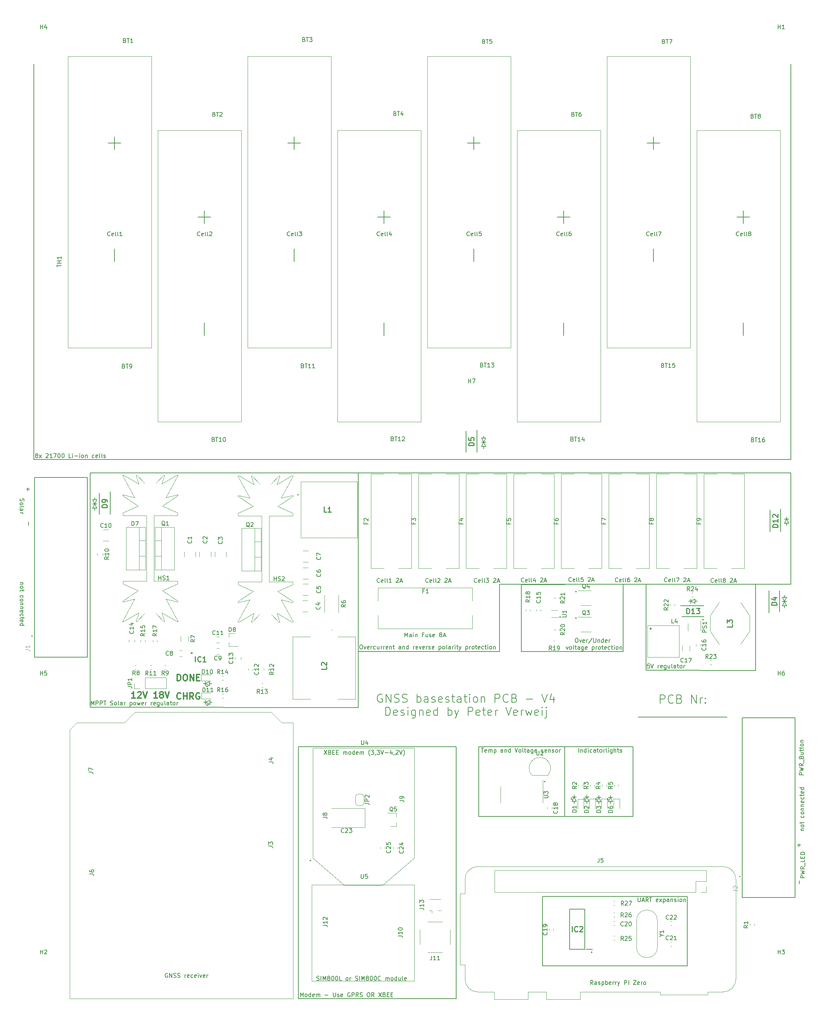
<source format=gbr>
G04 #@! TF.GenerationSoftware,KiCad,Pcbnew,(5.1.5-0-10_14)*
G04 #@! TF.CreationDate,2021-05-01T16:36:58+02:00*
G04 #@! TF.ProjectId,GNSSreferencestationV4,474e5353-7265-4666-9572-656e63657374,rev?*
G04 #@! TF.SameCoordinates,Original*
G04 #@! TF.FileFunction,Legend,Top*
G04 #@! TF.FilePolarity,Positive*
%FSLAX46Y46*%
G04 Gerber Fmt 4.6, Leading zero omitted, Abs format (unit mm)*
G04 Created by KiCad (PCBNEW (5.1.5-0-10_14)) date 2021-05-01 16:36:58*
%MOMM*%
%LPD*%
G04 APERTURE LIST*
%ADD10C,0.150000*%
%ADD11C,0.200000*%
%ADD12C,0.300000*%
%ADD13C,0.120000*%
%ADD14C,0.127000*%
%ADD15C,0.254000*%
%ADD16C,0.100000*%
%ADD17C,0.500000*%
%ADD18C,0.015000*%
G04 APERTURE END LIST*
D10*
X72042095Y-230084261D02*
X72184952Y-230131880D01*
X72423047Y-230131880D01*
X72518285Y-230084261D01*
X72565904Y-230036642D01*
X72613523Y-229941404D01*
X72613523Y-229846166D01*
X72565904Y-229750928D01*
X72518285Y-229703309D01*
X72423047Y-229655690D01*
X72232571Y-229608071D01*
X72137333Y-229560452D01*
X72089714Y-229512833D01*
X72042095Y-229417595D01*
X72042095Y-229322357D01*
X72089714Y-229227119D01*
X72137333Y-229179500D01*
X72232571Y-229131880D01*
X72470666Y-229131880D01*
X72613523Y-229179500D01*
X73042095Y-230131880D02*
X73042095Y-229131880D01*
X73518285Y-230131880D02*
X73518285Y-229131880D01*
X73851619Y-229846166D01*
X74184952Y-229131880D01*
X74184952Y-230131880D01*
X74804000Y-229560452D02*
X74708761Y-229512833D01*
X74661142Y-229465214D01*
X74613523Y-229369976D01*
X74613523Y-229322357D01*
X74661142Y-229227119D01*
X74708761Y-229179500D01*
X74804000Y-229131880D01*
X74994476Y-229131880D01*
X75089714Y-229179500D01*
X75137333Y-229227119D01*
X75184952Y-229322357D01*
X75184952Y-229369976D01*
X75137333Y-229465214D01*
X75089714Y-229512833D01*
X74994476Y-229560452D01*
X74804000Y-229560452D01*
X74708761Y-229608071D01*
X74661142Y-229655690D01*
X74613523Y-229750928D01*
X74613523Y-229941404D01*
X74661142Y-230036642D01*
X74708761Y-230084261D01*
X74804000Y-230131880D01*
X74994476Y-230131880D01*
X75089714Y-230084261D01*
X75137333Y-230036642D01*
X75184952Y-229941404D01*
X75184952Y-229750928D01*
X75137333Y-229655690D01*
X75089714Y-229608071D01*
X74994476Y-229560452D01*
X75804000Y-229131880D02*
X75899238Y-229131880D01*
X75994476Y-229179500D01*
X76042095Y-229227119D01*
X76089714Y-229322357D01*
X76137333Y-229512833D01*
X76137333Y-229750928D01*
X76089714Y-229941404D01*
X76042095Y-230036642D01*
X75994476Y-230084261D01*
X75899238Y-230131880D01*
X75804000Y-230131880D01*
X75708761Y-230084261D01*
X75661142Y-230036642D01*
X75613523Y-229941404D01*
X75565904Y-229750928D01*
X75565904Y-229512833D01*
X75613523Y-229322357D01*
X75661142Y-229227119D01*
X75708761Y-229179500D01*
X75804000Y-229131880D01*
X76756380Y-229131880D02*
X76851619Y-229131880D01*
X76946857Y-229179500D01*
X76994476Y-229227119D01*
X77042095Y-229322357D01*
X77089714Y-229512833D01*
X77089714Y-229750928D01*
X77042095Y-229941404D01*
X76994476Y-230036642D01*
X76946857Y-230084261D01*
X76851619Y-230131880D01*
X76756380Y-230131880D01*
X76661142Y-230084261D01*
X76613523Y-230036642D01*
X76565904Y-229941404D01*
X76518285Y-229750928D01*
X76518285Y-229512833D01*
X76565904Y-229322357D01*
X76613523Y-229227119D01*
X76661142Y-229179500D01*
X76756380Y-229131880D01*
X77994476Y-230131880D02*
X77518285Y-230131880D01*
X77518285Y-229131880D01*
X79232571Y-230131880D02*
X79137333Y-230084261D01*
X79089714Y-230036642D01*
X79042095Y-229941404D01*
X79042095Y-229655690D01*
X79089714Y-229560452D01*
X79137333Y-229512833D01*
X79232571Y-229465214D01*
X79375428Y-229465214D01*
X79470666Y-229512833D01*
X79518285Y-229560452D01*
X79565904Y-229655690D01*
X79565904Y-229941404D01*
X79518285Y-230036642D01*
X79470666Y-230084261D01*
X79375428Y-230131880D01*
X79232571Y-230131880D01*
X79994476Y-230131880D02*
X79994476Y-229465214D01*
X79994476Y-229655690D02*
X80042095Y-229560452D01*
X80089714Y-229512833D01*
X80184952Y-229465214D01*
X80280190Y-229465214D01*
X81327809Y-230084261D02*
X81470666Y-230131880D01*
X81708761Y-230131880D01*
X81804000Y-230084261D01*
X81851619Y-230036642D01*
X81899238Y-229941404D01*
X81899238Y-229846166D01*
X81851619Y-229750928D01*
X81804000Y-229703309D01*
X81708761Y-229655690D01*
X81518285Y-229608071D01*
X81423047Y-229560452D01*
X81375428Y-229512833D01*
X81327809Y-229417595D01*
X81327809Y-229322357D01*
X81375428Y-229227119D01*
X81423047Y-229179500D01*
X81518285Y-229131880D01*
X81756380Y-229131880D01*
X81899238Y-229179500D01*
X82327809Y-230131880D02*
X82327809Y-229131880D01*
X82804000Y-230131880D02*
X82804000Y-229131880D01*
X83137333Y-229846166D01*
X83470666Y-229131880D01*
X83470666Y-230131880D01*
X84089714Y-229560452D02*
X83994476Y-229512833D01*
X83946857Y-229465214D01*
X83899238Y-229369976D01*
X83899238Y-229322357D01*
X83946857Y-229227119D01*
X83994476Y-229179500D01*
X84089714Y-229131880D01*
X84280190Y-229131880D01*
X84375428Y-229179500D01*
X84423047Y-229227119D01*
X84470666Y-229322357D01*
X84470666Y-229369976D01*
X84423047Y-229465214D01*
X84375428Y-229512833D01*
X84280190Y-229560452D01*
X84089714Y-229560452D01*
X83994476Y-229608071D01*
X83946857Y-229655690D01*
X83899238Y-229750928D01*
X83899238Y-229941404D01*
X83946857Y-230036642D01*
X83994476Y-230084261D01*
X84089714Y-230131880D01*
X84280190Y-230131880D01*
X84375428Y-230084261D01*
X84423047Y-230036642D01*
X84470666Y-229941404D01*
X84470666Y-229750928D01*
X84423047Y-229655690D01*
X84375428Y-229608071D01*
X84280190Y-229560452D01*
X85089714Y-229131880D02*
X85184952Y-229131880D01*
X85280190Y-229179500D01*
X85327809Y-229227119D01*
X85375428Y-229322357D01*
X85423047Y-229512833D01*
X85423047Y-229750928D01*
X85375428Y-229941404D01*
X85327809Y-230036642D01*
X85280190Y-230084261D01*
X85184952Y-230131880D01*
X85089714Y-230131880D01*
X84994476Y-230084261D01*
X84946857Y-230036642D01*
X84899238Y-229941404D01*
X84851619Y-229750928D01*
X84851619Y-229512833D01*
X84899238Y-229322357D01*
X84946857Y-229227119D01*
X84994476Y-229179500D01*
X85089714Y-229131880D01*
X86042095Y-229131880D02*
X86137333Y-229131880D01*
X86232571Y-229179500D01*
X86280190Y-229227119D01*
X86327809Y-229322357D01*
X86375428Y-229512833D01*
X86375428Y-229750928D01*
X86327809Y-229941404D01*
X86280190Y-230036642D01*
X86232571Y-230084261D01*
X86137333Y-230131880D01*
X86042095Y-230131880D01*
X85946857Y-230084261D01*
X85899238Y-230036642D01*
X85851619Y-229941404D01*
X85804000Y-229750928D01*
X85804000Y-229512833D01*
X85851619Y-229322357D01*
X85899238Y-229227119D01*
X85946857Y-229179500D01*
X86042095Y-229131880D01*
X87375428Y-230036642D02*
X87327809Y-230084261D01*
X87184952Y-230131880D01*
X87089714Y-230131880D01*
X86946857Y-230084261D01*
X86851619Y-229989023D01*
X86804000Y-229893785D01*
X86756380Y-229703309D01*
X86756380Y-229560452D01*
X86804000Y-229369976D01*
X86851619Y-229274738D01*
X86946857Y-229179500D01*
X87089714Y-229131880D01*
X87184952Y-229131880D01*
X87327809Y-229179500D01*
X87375428Y-229227119D01*
X88565904Y-230131880D02*
X88565904Y-229465214D01*
X88565904Y-229560452D02*
X88613523Y-229512833D01*
X88708761Y-229465214D01*
X88851619Y-229465214D01*
X88946857Y-229512833D01*
X88994476Y-229608071D01*
X88994476Y-230131880D01*
X88994476Y-229608071D02*
X89042095Y-229512833D01*
X89137333Y-229465214D01*
X89280190Y-229465214D01*
X89375428Y-229512833D01*
X89423047Y-229608071D01*
X89423047Y-230131880D01*
X90042095Y-230131880D02*
X89946857Y-230084261D01*
X89899238Y-230036642D01*
X89851619Y-229941404D01*
X89851619Y-229655690D01*
X89899238Y-229560452D01*
X89946857Y-229512833D01*
X90042095Y-229465214D01*
X90184952Y-229465214D01*
X90280190Y-229512833D01*
X90327809Y-229560452D01*
X90375428Y-229655690D01*
X90375428Y-229941404D01*
X90327809Y-230036642D01*
X90280190Y-230084261D01*
X90184952Y-230131880D01*
X90042095Y-230131880D01*
X91232571Y-230131880D02*
X91232571Y-229131880D01*
X91232571Y-230084261D02*
X91137333Y-230131880D01*
X90946857Y-230131880D01*
X90851619Y-230084261D01*
X90803999Y-230036642D01*
X90756380Y-229941404D01*
X90756380Y-229655690D01*
X90803999Y-229560452D01*
X90851619Y-229512833D01*
X90946857Y-229465214D01*
X91137333Y-229465214D01*
X91232571Y-229512833D01*
X92137333Y-229465214D02*
X92137333Y-230131880D01*
X91708761Y-229465214D02*
X91708761Y-229989023D01*
X91756380Y-230084261D01*
X91851619Y-230131880D01*
X91994476Y-230131880D01*
X92089714Y-230084261D01*
X92137333Y-230036642D01*
X92756380Y-230131880D02*
X92661142Y-230084261D01*
X92613523Y-229989023D01*
X92613523Y-229131880D01*
X93518285Y-230084261D02*
X93423047Y-230131880D01*
X93232571Y-230131880D01*
X93137333Y-230084261D01*
X93089714Y-229989023D01*
X93089714Y-229608071D01*
X93137333Y-229512833D01*
X93232571Y-229465214D01*
X93423047Y-229465214D01*
X93518285Y-229512833D01*
X93565904Y-229608071D01*
X93565904Y-229703309D01*
X93089714Y-229798547D01*
X73812023Y-174839380D02*
X74478690Y-175839380D01*
X74478690Y-174839380D02*
X73812023Y-175839380D01*
X75192976Y-175315571D02*
X75335833Y-175363190D01*
X75383452Y-175410809D01*
X75431071Y-175506047D01*
X75431071Y-175648904D01*
X75383452Y-175744142D01*
X75335833Y-175791761D01*
X75240595Y-175839380D01*
X74859642Y-175839380D01*
X74859642Y-174839380D01*
X75192976Y-174839380D01*
X75288214Y-174887000D01*
X75335833Y-174934619D01*
X75383452Y-175029857D01*
X75383452Y-175125095D01*
X75335833Y-175220333D01*
X75288214Y-175267952D01*
X75192976Y-175315571D01*
X74859642Y-175315571D01*
X75859642Y-175315571D02*
X76192976Y-175315571D01*
X76335833Y-175839380D02*
X75859642Y-175839380D01*
X75859642Y-174839380D01*
X76335833Y-174839380D01*
X76764404Y-175315571D02*
X77097738Y-175315571D01*
X77240595Y-175839380D02*
X76764404Y-175839380D01*
X76764404Y-174839380D01*
X77240595Y-174839380D01*
X78431071Y-175839380D02*
X78431071Y-175172714D01*
X78431071Y-175267952D02*
X78478690Y-175220333D01*
X78573928Y-175172714D01*
X78716785Y-175172714D01*
X78812023Y-175220333D01*
X78859642Y-175315571D01*
X78859642Y-175839380D01*
X78859642Y-175315571D02*
X78907261Y-175220333D01*
X79002500Y-175172714D01*
X79145357Y-175172714D01*
X79240595Y-175220333D01*
X79288214Y-175315571D01*
X79288214Y-175839380D01*
X79907261Y-175839380D02*
X79812023Y-175791761D01*
X79764404Y-175744142D01*
X79716785Y-175648904D01*
X79716785Y-175363190D01*
X79764404Y-175267952D01*
X79812023Y-175220333D01*
X79907261Y-175172714D01*
X80050119Y-175172714D01*
X80145357Y-175220333D01*
X80192976Y-175267952D01*
X80240595Y-175363190D01*
X80240595Y-175648904D01*
X80192976Y-175744142D01*
X80145357Y-175791761D01*
X80050119Y-175839380D01*
X79907261Y-175839380D01*
X81097738Y-175839380D02*
X81097738Y-174839380D01*
X81097738Y-175791761D02*
X81002500Y-175839380D01*
X80812023Y-175839380D01*
X80716785Y-175791761D01*
X80669166Y-175744142D01*
X80621547Y-175648904D01*
X80621547Y-175363190D01*
X80669166Y-175267952D01*
X80716785Y-175220333D01*
X80812023Y-175172714D01*
X81002500Y-175172714D01*
X81097738Y-175220333D01*
X81954880Y-175791761D02*
X81859642Y-175839380D01*
X81669166Y-175839380D01*
X81573928Y-175791761D01*
X81526309Y-175696523D01*
X81526309Y-175315571D01*
X81573928Y-175220333D01*
X81669166Y-175172714D01*
X81859642Y-175172714D01*
X81954880Y-175220333D01*
X82002500Y-175315571D01*
X82002500Y-175410809D01*
X81526309Y-175506047D01*
X82431071Y-175839380D02*
X82431071Y-175172714D01*
X82431071Y-175267952D02*
X82478690Y-175220333D01*
X82573928Y-175172714D01*
X82716785Y-175172714D01*
X82812023Y-175220333D01*
X82859642Y-175315571D01*
X82859642Y-175839380D01*
X82859642Y-175315571D02*
X82907261Y-175220333D01*
X83002500Y-175172714D01*
X83145357Y-175172714D01*
X83240595Y-175220333D01*
X83288214Y-175315571D01*
X83288214Y-175839380D01*
X84812023Y-176220333D02*
X84764404Y-176172714D01*
X84669166Y-176029857D01*
X84621547Y-175934619D01*
X84573928Y-175791761D01*
X84526309Y-175553666D01*
X84526309Y-175363190D01*
X84573928Y-175125095D01*
X84621547Y-174982238D01*
X84669166Y-174887000D01*
X84764404Y-174744142D01*
X84812023Y-174696523D01*
X85097738Y-174839380D02*
X85716785Y-174839380D01*
X85383452Y-175220333D01*
X85526309Y-175220333D01*
X85621547Y-175267952D01*
X85669166Y-175315571D01*
X85716785Y-175410809D01*
X85716785Y-175648904D01*
X85669166Y-175744142D01*
X85621547Y-175791761D01*
X85526309Y-175839380D01*
X85240595Y-175839380D01*
X85145357Y-175791761D01*
X85097738Y-175744142D01*
X86192976Y-175791761D02*
X86192976Y-175839380D01*
X86145357Y-175934619D01*
X86097738Y-175982238D01*
X86526309Y-174839380D02*
X87145357Y-174839380D01*
X86812023Y-175220333D01*
X86954880Y-175220333D01*
X87050119Y-175267952D01*
X87097738Y-175315571D01*
X87145357Y-175410809D01*
X87145357Y-175648904D01*
X87097738Y-175744142D01*
X87050119Y-175791761D01*
X86954880Y-175839380D01*
X86669166Y-175839380D01*
X86573928Y-175791761D01*
X86526309Y-175744142D01*
X87431071Y-174839380D02*
X87764404Y-175839380D01*
X88097738Y-174839380D01*
X88431071Y-175458428D02*
X89192976Y-175458428D01*
X90097738Y-175172714D02*
X90097738Y-175839380D01*
X89859642Y-174791761D02*
X89621547Y-175506047D01*
X90240595Y-175506047D01*
X90669166Y-175791761D02*
X90669166Y-175839380D01*
X90621547Y-175934619D01*
X90573928Y-175982238D01*
X91050119Y-174934619D02*
X91097738Y-174887000D01*
X91192976Y-174839380D01*
X91431071Y-174839380D01*
X91526309Y-174887000D01*
X91573928Y-174934619D01*
X91621547Y-175029857D01*
X91621547Y-175125095D01*
X91573928Y-175267952D01*
X91002500Y-175839380D01*
X91621547Y-175839380D01*
X91907261Y-174839380D02*
X92240595Y-175839380D01*
X92573928Y-174839380D01*
X92812023Y-176220333D02*
X92859642Y-176172714D01*
X92954880Y-176029857D01*
X93002500Y-175934619D01*
X93050119Y-175791761D01*
X93097738Y-175553666D01*
X93097738Y-175363190D01*
X93050119Y-175125095D01*
X93002500Y-174982238D01*
X92954880Y-174887000D01*
X92859642Y-174744142D01*
X92812023Y-174696523D01*
X154571428Y-163540761D02*
X154571428Y-161540761D01*
X155333333Y-161540761D01*
X155523809Y-161636000D01*
X155619047Y-161731238D01*
X155714285Y-161921714D01*
X155714285Y-162207428D01*
X155619047Y-162397904D01*
X155523809Y-162493142D01*
X155333333Y-162588380D01*
X154571428Y-162588380D01*
X157714285Y-163350285D02*
X157619047Y-163445523D01*
X157333333Y-163540761D01*
X157142857Y-163540761D01*
X156857142Y-163445523D01*
X156666666Y-163255047D01*
X156571428Y-163064571D01*
X156476190Y-162683619D01*
X156476190Y-162397904D01*
X156571428Y-162016952D01*
X156666666Y-161826476D01*
X156857142Y-161636000D01*
X157142857Y-161540761D01*
X157333333Y-161540761D01*
X157619047Y-161636000D01*
X157714285Y-161731238D01*
X159238095Y-162493142D02*
X159523809Y-162588380D01*
X159619047Y-162683619D01*
X159714285Y-162874095D01*
X159714285Y-163159809D01*
X159619047Y-163350285D01*
X159523809Y-163445523D01*
X159333333Y-163540761D01*
X158571428Y-163540761D01*
X158571428Y-161540761D01*
X159238095Y-161540761D01*
X159428571Y-161636000D01*
X159523809Y-161731238D01*
X159619047Y-161921714D01*
X159619047Y-162112190D01*
X159523809Y-162302666D01*
X159428571Y-162397904D01*
X159238095Y-162493142D01*
X158571428Y-162493142D01*
X162095238Y-163540761D02*
X162095238Y-161540761D01*
X163238095Y-163540761D01*
X163238095Y-161540761D01*
X164190476Y-163540761D02*
X164190476Y-162207428D01*
X164190476Y-162588380D02*
X164285714Y-162397904D01*
X164380952Y-162302666D01*
X164571428Y-162207428D01*
X164761904Y-162207428D01*
X165428571Y-163350285D02*
X165523809Y-163445523D01*
X165428571Y-163540761D01*
X165333333Y-163445523D01*
X165428571Y-163350285D01*
X165428571Y-163540761D01*
X165428571Y-162302666D02*
X165523809Y-162397904D01*
X165428571Y-162493142D01*
X165333333Y-162397904D01*
X165428571Y-162302666D01*
X165428571Y-162493142D01*
X149333333Y-166881238D02*
X150857142Y-166881238D01*
X150857142Y-166881238D02*
X152380952Y-166881238D01*
X152380952Y-166881238D02*
X153904761Y-166881238D01*
X153904761Y-166881238D02*
X155428571Y-166881238D01*
X155428571Y-166881238D02*
X156952380Y-166881238D01*
X156952380Y-166881238D02*
X158476190Y-166881238D01*
X158476190Y-166881238D02*
X160000000Y-166881238D01*
X160000000Y-166881238D02*
X161523809Y-166881238D01*
X161523809Y-166881238D02*
X163047619Y-166881238D01*
X163047619Y-166881238D02*
X164571428Y-166881238D01*
X164571428Y-166881238D02*
X166095238Y-166881238D01*
X166095238Y-166881238D02*
X167619047Y-166881238D01*
X167619047Y-166881238D02*
X169142857Y-166881238D01*
X169142857Y-166881238D02*
X170666666Y-166881238D01*
D11*
X70612000Y-201358500D02*
G75*
G03X70612000Y-201358500I-127000J0D01*
G01*
X138239500Y-223393000D02*
G75*
G03X138239500Y-223393000I-127000J0D01*
G01*
X126936500Y-182372000D02*
G75*
G03X126936500Y-182372000I-127000J0D01*
G01*
D10*
X134977833Y-175331380D02*
X134977833Y-174331380D01*
X135454023Y-174664714D02*
X135454023Y-175331380D01*
X135454023Y-174759952D02*
X135501642Y-174712333D01*
X135596880Y-174664714D01*
X135739738Y-174664714D01*
X135834976Y-174712333D01*
X135882595Y-174807571D01*
X135882595Y-175331380D01*
X136787357Y-175331380D02*
X136787357Y-174331380D01*
X136787357Y-175283761D02*
X136692119Y-175331380D01*
X136501642Y-175331380D01*
X136406404Y-175283761D01*
X136358785Y-175236142D01*
X136311166Y-175140904D01*
X136311166Y-174855190D01*
X136358785Y-174759952D01*
X136406404Y-174712333D01*
X136501642Y-174664714D01*
X136692119Y-174664714D01*
X136787357Y-174712333D01*
X137263547Y-175331380D02*
X137263547Y-174664714D01*
X137263547Y-174331380D02*
X137215928Y-174379000D01*
X137263547Y-174426619D01*
X137311166Y-174379000D01*
X137263547Y-174331380D01*
X137263547Y-174426619D01*
X138168309Y-175283761D02*
X138073071Y-175331380D01*
X137882595Y-175331380D01*
X137787357Y-175283761D01*
X137739738Y-175236142D01*
X137692119Y-175140904D01*
X137692119Y-174855190D01*
X137739738Y-174759952D01*
X137787357Y-174712333D01*
X137882595Y-174664714D01*
X138073071Y-174664714D01*
X138168309Y-174712333D01*
X139025452Y-175331380D02*
X139025452Y-174807571D01*
X138977833Y-174712333D01*
X138882595Y-174664714D01*
X138692119Y-174664714D01*
X138596880Y-174712333D01*
X139025452Y-175283761D02*
X138930214Y-175331380D01*
X138692119Y-175331380D01*
X138596880Y-175283761D01*
X138549261Y-175188523D01*
X138549261Y-175093285D01*
X138596880Y-174998047D01*
X138692119Y-174950428D01*
X138930214Y-174950428D01*
X139025452Y-174902809D01*
X139358785Y-174664714D02*
X139739738Y-174664714D01*
X139501642Y-174331380D02*
X139501642Y-175188523D01*
X139549261Y-175283761D01*
X139644500Y-175331380D01*
X139739738Y-175331380D01*
X140215928Y-175331380D02*
X140120690Y-175283761D01*
X140073071Y-175236142D01*
X140025452Y-175140904D01*
X140025452Y-174855190D01*
X140073071Y-174759952D01*
X140120690Y-174712333D01*
X140215928Y-174664714D01*
X140358785Y-174664714D01*
X140454023Y-174712333D01*
X140501642Y-174759952D01*
X140549261Y-174855190D01*
X140549261Y-175140904D01*
X140501642Y-175236142D01*
X140454023Y-175283761D01*
X140358785Y-175331380D01*
X140215928Y-175331380D01*
X140977833Y-175331380D02*
X140977833Y-174664714D01*
X140977833Y-174855190D02*
X141025452Y-174759952D01*
X141073071Y-174712333D01*
X141168309Y-174664714D01*
X141263547Y-174664714D01*
X141739738Y-175331380D02*
X141644500Y-175283761D01*
X141596880Y-175188523D01*
X141596880Y-174331380D01*
X142120690Y-175331380D02*
X142120690Y-174664714D01*
X142120690Y-174331380D02*
X142073071Y-174379000D01*
X142120690Y-174426619D01*
X142168309Y-174379000D01*
X142120690Y-174331380D01*
X142120690Y-174426619D01*
X143025452Y-174664714D02*
X143025452Y-175474238D01*
X142977833Y-175569476D01*
X142930214Y-175617095D01*
X142834976Y-175664714D01*
X142692119Y-175664714D01*
X142596880Y-175617095D01*
X143025452Y-175283761D02*
X142930214Y-175331380D01*
X142739738Y-175331380D01*
X142644500Y-175283761D01*
X142596880Y-175236142D01*
X142549261Y-175140904D01*
X142549261Y-174855190D01*
X142596880Y-174759952D01*
X142644500Y-174712333D01*
X142739738Y-174664714D01*
X142930214Y-174664714D01*
X143025452Y-174712333D01*
X143501642Y-175331380D02*
X143501642Y-174331380D01*
X143930214Y-175331380D02*
X143930214Y-174807571D01*
X143882595Y-174712333D01*
X143787357Y-174664714D01*
X143644500Y-174664714D01*
X143549261Y-174712333D01*
X143501642Y-174759952D01*
X144263547Y-174664714D02*
X144644500Y-174664714D01*
X144406404Y-174331380D02*
X144406404Y-175188523D01*
X144454023Y-175283761D01*
X144549261Y-175331380D01*
X144644500Y-175331380D01*
X144930214Y-175283761D02*
X145025452Y-175331380D01*
X145215928Y-175331380D01*
X145311166Y-175283761D01*
X145358785Y-175188523D01*
X145358785Y-175140904D01*
X145311166Y-175045666D01*
X145215928Y-174998047D01*
X145073071Y-174998047D01*
X144977833Y-174950428D01*
X144930214Y-174855190D01*
X144930214Y-174807571D01*
X144977833Y-174712333D01*
X145073071Y-174664714D01*
X145215928Y-174664714D01*
X145311166Y-174712333D01*
X148000000Y-173990000D02*
X148000000Y-190715000D01*
X111546880Y-174331380D02*
X112118309Y-174331380D01*
X111832595Y-175331380D02*
X111832595Y-174331380D01*
X112832595Y-175283761D02*
X112737357Y-175331380D01*
X112546880Y-175331380D01*
X112451642Y-175283761D01*
X112404023Y-175188523D01*
X112404023Y-174807571D01*
X112451642Y-174712333D01*
X112546880Y-174664714D01*
X112737357Y-174664714D01*
X112832595Y-174712333D01*
X112880214Y-174807571D01*
X112880214Y-174902809D01*
X112404023Y-174998047D01*
X113308785Y-175331380D02*
X113308785Y-174664714D01*
X113308785Y-174759952D02*
X113356404Y-174712333D01*
X113451642Y-174664714D01*
X113594500Y-174664714D01*
X113689738Y-174712333D01*
X113737357Y-174807571D01*
X113737357Y-175331380D01*
X113737357Y-174807571D02*
X113784976Y-174712333D01*
X113880214Y-174664714D01*
X114023071Y-174664714D01*
X114118309Y-174712333D01*
X114165928Y-174807571D01*
X114165928Y-175331380D01*
X114642119Y-174664714D02*
X114642119Y-175664714D01*
X114642119Y-174712333D02*
X114737357Y-174664714D01*
X114927833Y-174664714D01*
X115023071Y-174712333D01*
X115070690Y-174759952D01*
X115118309Y-174855190D01*
X115118309Y-175140904D01*
X115070690Y-175236142D01*
X115023071Y-175283761D01*
X114927833Y-175331380D01*
X114737357Y-175331380D01*
X114642119Y-175283761D01*
X116737357Y-175331380D02*
X116737357Y-174807571D01*
X116689738Y-174712333D01*
X116594500Y-174664714D01*
X116404023Y-174664714D01*
X116308785Y-174712333D01*
X116737357Y-175283761D02*
X116642119Y-175331380D01*
X116404023Y-175331380D01*
X116308785Y-175283761D01*
X116261166Y-175188523D01*
X116261166Y-175093285D01*
X116308785Y-174998047D01*
X116404023Y-174950428D01*
X116642119Y-174950428D01*
X116737357Y-174902809D01*
X117213547Y-174664714D02*
X117213547Y-175331380D01*
X117213547Y-174759952D02*
X117261166Y-174712333D01*
X117356404Y-174664714D01*
X117499261Y-174664714D01*
X117594500Y-174712333D01*
X117642119Y-174807571D01*
X117642119Y-175331380D01*
X118546880Y-175331380D02*
X118546880Y-174331380D01*
X118546880Y-175283761D02*
X118451642Y-175331380D01*
X118261166Y-175331380D01*
X118165928Y-175283761D01*
X118118309Y-175236142D01*
X118070690Y-175140904D01*
X118070690Y-174855190D01*
X118118309Y-174759952D01*
X118165928Y-174712333D01*
X118261166Y-174664714D01*
X118451642Y-174664714D01*
X118546880Y-174712333D01*
X119642119Y-174331380D02*
X119975452Y-175331380D01*
X120308785Y-174331380D01*
X120784976Y-175331380D02*
X120689738Y-175283761D01*
X120642119Y-175236142D01*
X120594500Y-175140904D01*
X120594500Y-174855190D01*
X120642119Y-174759952D01*
X120689738Y-174712333D01*
X120784976Y-174664714D01*
X120927833Y-174664714D01*
X121023071Y-174712333D01*
X121070690Y-174759952D01*
X121118309Y-174855190D01*
X121118309Y-175140904D01*
X121070690Y-175236142D01*
X121023071Y-175283761D01*
X120927833Y-175331380D01*
X120784976Y-175331380D01*
X121689738Y-175331380D02*
X121594500Y-175283761D01*
X121546880Y-175188523D01*
X121546880Y-174331380D01*
X121927833Y-174664714D02*
X122308785Y-174664714D01*
X122070690Y-174331380D02*
X122070690Y-175188523D01*
X122118309Y-175283761D01*
X122213547Y-175331380D01*
X122308785Y-175331380D01*
X123070690Y-175331380D02*
X123070690Y-174807571D01*
X123023071Y-174712333D01*
X122927833Y-174664714D01*
X122737357Y-174664714D01*
X122642119Y-174712333D01*
X123070690Y-175283761D02*
X122975452Y-175331380D01*
X122737357Y-175331380D01*
X122642119Y-175283761D01*
X122594500Y-175188523D01*
X122594500Y-175093285D01*
X122642119Y-174998047D01*
X122737357Y-174950428D01*
X122975452Y-174950428D01*
X123070690Y-174902809D01*
X123975452Y-174664714D02*
X123975452Y-175474238D01*
X123927833Y-175569476D01*
X123880214Y-175617095D01*
X123784976Y-175664714D01*
X123642119Y-175664714D01*
X123546880Y-175617095D01*
X123975452Y-175283761D02*
X123880214Y-175331380D01*
X123689738Y-175331380D01*
X123594500Y-175283761D01*
X123546880Y-175236142D01*
X123499261Y-175140904D01*
X123499261Y-174855190D01*
X123546880Y-174759952D01*
X123594500Y-174712333D01*
X123689738Y-174664714D01*
X123880214Y-174664714D01*
X123975452Y-174712333D01*
X124832595Y-175283761D02*
X124737357Y-175331380D01*
X124546880Y-175331380D01*
X124451642Y-175283761D01*
X124404023Y-175188523D01*
X124404023Y-174807571D01*
X124451642Y-174712333D01*
X124546880Y-174664714D01*
X124737357Y-174664714D01*
X124832595Y-174712333D01*
X124880214Y-174807571D01*
X124880214Y-174902809D01*
X124404023Y-174998047D01*
X126023071Y-175283761D02*
X126118309Y-175331380D01*
X126308785Y-175331380D01*
X126404023Y-175283761D01*
X126451642Y-175188523D01*
X126451642Y-175140904D01*
X126404023Y-175045666D01*
X126308785Y-174998047D01*
X126165928Y-174998047D01*
X126070690Y-174950428D01*
X126023071Y-174855190D01*
X126023071Y-174807571D01*
X126070690Y-174712333D01*
X126165928Y-174664714D01*
X126308785Y-174664714D01*
X126404023Y-174712333D01*
X127261166Y-175283761D02*
X127165928Y-175331380D01*
X126975452Y-175331380D01*
X126880214Y-175283761D01*
X126832595Y-175188523D01*
X126832595Y-174807571D01*
X126880214Y-174712333D01*
X126975452Y-174664714D01*
X127165928Y-174664714D01*
X127261166Y-174712333D01*
X127308785Y-174807571D01*
X127308785Y-174902809D01*
X126832595Y-174998047D01*
X127737357Y-174664714D02*
X127737357Y-175331380D01*
X127737357Y-174759952D02*
X127784976Y-174712333D01*
X127880214Y-174664714D01*
X128023071Y-174664714D01*
X128118309Y-174712333D01*
X128165928Y-174807571D01*
X128165928Y-175331380D01*
X128594500Y-175283761D02*
X128689738Y-175331380D01*
X128880214Y-175331380D01*
X128975452Y-175283761D01*
X129023071Y-175188523D01*
X129023071Y-175140904D01*
X128975452Y-175045666D01*
X128880214Y-174998047D01*
X128737357Y-174998047D01*
X128642119Y-174950428D01*
X128594500Y-174855190D01*
X128594500Y-174807571D01*
X128642119Y-174712333D01*
X128737357Y-174664714D01*
X128880214Y-174664714D01*
X128975452Y-174712333D01*
X129594500Y-175331380D02*
X129499261Y-175283761D01*
X129451642Y-175236142D01*
X129404023Y-175140904D01*
X129404023Y-174855190D01*
X129451642Y-174759952D01*
X129499261Y-174712333D01*
X129594500Y-174664714D01*
X129737357Y-174664714D01*
X129832595Y-174712333D01*
X129880214Y-174759952D01*
X129927833Y-174855190D01*
X129927833Y-175140904D01*
X129880214Y-175236142D01*
X129832595Y-175283761D01*
X129737357Y-175331380D01*
X129594500Y-175331380D01*
X130356404Y-175331380D02*
X130356404Y-174664714D01*
X130356404Y-174855190D02*
X130404023Y-174759952D01*
X130451642Y-174712333D01*
X130546880Y-174664714D01*
X130642119Y-174664714D01*
X142621000Y-186182000D02*
X142621000Y-185674000D01*
X142113000Y-187198000D02*
X142621000Y-186182000D01*
X143129000Y-187198000D02*
X142113000Y-187198000D01*
X142113000Y-186182000D02*
X143129000Y-186182000D01*
X141859000Y-186397000D02*
X142113000Y-186524000D01*
X141859000Y-186651000D02*
X142113000Y-186778000D01*
X142621000Y-187706000D02*
X142621000Y-187198000D01*
X142621000Y-186182000D02*
X143129000Y-187198000D01*
X139827000Y-186182000D02*
X139827000Y-185674000D01*
X139319000Y-187198000D02*
X139827000Y-186182000D01*
X140335000Y-187198000D02*
X139319000Y-187198000D01*
X139319000Y-186182000D02*
X140335000Y-186182000D01*
X139065000Y-186397000D02*
X139319000Y-186524000D01*
X139065000Y-186651000D02*
X139319000Y-186778000D01*
X139827000Y-187706000D02*
X139827000Y-187198000D01*
X139827000Y-186182000D02*
X140335000Y-187198000D01*
X136906000Y-186118500D02*
X136906000Y-185610500D01*
X136398000Y-187134500D02*
X136906000Y-186118500D01*
X137414000Y-187134500D02*
X136398000Y-187134500D01*
X136398000Y-186118500D02*
X137414000Y-186118500D01*
X136144000Y-186333500D02*
X136398000Y-186460500D01*
X136144000Y-186587500D02*
X136398000Y-186714500D01*
X136906000Y-187642500D02*
X136906000Y-187134500D01*
X136906000Y-186118500D02*
X137414000Y-187134500D01*
X133921500Y-186118500D02*
X133921500Y-185610500D01*
X133413500Y-187134500D02*
X133921500Y-186118500D01*
X134429500Y-187134500D02*
X133413500Y-187134500D01*
X133413500Y-186118500D02*
X134429500Y-186118500D01*
X133159500Y-186333500D02*
X133413500Y-186460500D01*
X133159500Y-186587500D02*
X133413500Y-186714500D01*
X133921500Y-187642500D02*
X133921500Y-187134500D01*
X133921500Y-186118500D02*
X134429500Y-187134500D01*
X188444214Y-194118857D02*
X189110880Y-194118857D01*
X188539452Y-194118857D02*
X188491833Y-194071238D01*
X188444214Y-193976000D01*
X188444214Y-193833142D01*
X188491833Y-193737904D01*
X188587071Y-193690285D01*
X189110880Y-193690285D01*
X189110880Y-193071238D02*
X189063261Y-193166476D01*
X189015642Y-193214095D01*
X188920404Y-193261714D01*
X188634690Y-193261714D01*
X188539452Y-193214095D01*
X188491833Y-193166476D01*
X188444214Y-193071238D01*
X188444214Y-192928380D01*
X188491833Y-192833142D01*
X188539452Y-192785523D01*
X188634690Y-192737904D01*
X188920404Y-192737904D01*
X189015642Y-192785523D01*
X189063261Y-192833142D01*
X189110880Y-192928380D01*
X189110880Y-193071238D01*
X188444214Y-192452190D02*
X188444214Y-192071238D01*
X188110880Y-192309333D02*
X188968023Y-192309333D01*
X189063261Y-192261714D01*
X189110880Y-192166476D01*
X189110880Y-192071238D01*
X189063261Y-190547428D02*
X189110880Y-190642666D01*
X189110880Y-190833142D01*
X189063261Y-190928380D01*
X189015642Y-190976000D01*
X188920404Y-191023619D01*
X188634690Y-191023619D01*
X188539452Y-190976000D01*
X188491833Y-190928380D01*
X188444214Y-190833142D01*
X188444214Y-190642666D01*
X188491833Y-190547428D01*
X189110880Y-189976000D02*
X189063261Y-190071238D01*
X189015642Y-190118857D01*
X188920404Y-190166476D01*
X188634690Y-190166476D01*
X188539452Y-190118857D01*
X188491833Y-190071238D01*
X188444214Y-189976000D01*
X188444214Y-189833142D01*
X188491833Y-189737904D01*
X188539452Y-189690285D01*
X188634690Y-189642666D01*
X188920404Y-189642666D01*
X189015642Y-189690285D01*
X189063261Y-189737904D01*
X189110880Y-189833142D01*
X189110880Y-189976000D01*
X188444214Y-189214095D02*
X189110880Y-189214095D01*
X188539452Y-189214095D02*
X188491833Y-189166476D01*
X188444214Y-189071238D01*
X188444214Y-188928380D01*
X188491833Y-188833142D01*
X188587071Y-188785523D01*
X189110880Y-188785523D01*
X188444214Y-188309333D02*
X189110880Y-188309333D01*
X188539452Y-188309333D02*
X188491833Y-188261714D01*
X188444214Y-188166476D01*
X188444214Y-188023619D01*
X188491833Y-187928380D01*
X188587071Y-187880761D01*
X189110880Y-187880761D01*
X189063261Y-187023619D02*
X189110880Y-187118857D01*
X189110880Y-187309333D01*
X189063261Y-187404571D01*
X188968023Y-187452190D01*
X188587071Y-187452190D01*
X188491833Y-187404571D01*
X188444214Y-187309333D01*
X188444214Y-187118857D01*
X188491833Y-187023619D01*
X188587071Y-186976000D01*
X188682309Y-186976000D01*
X188777547Y-187452190D01*
X189063261Y-186118857D02*
X189110880Y-186214095D01*
X189110880Y-186404571D01*
X189063261Y-186499809D01*
X189015642Y-186547428D01*
X188920404Y-186595047D01*
X188634690Y-186595047D01*
X188539452Y-186547428D01*
X188491833Y-186499809D01*
X188444214Y-186404571D01*
X188444214Y-186214095D01*
X188491833Y-186118857D01*
X188444214Y-185833142D02*
X188444214Y-185452190D01*
X188110880Y-185690285D02*
X188968023Y-185690285D01*
X189063261Y-185642666D01*
X189110880Y-185547428D01*
X189110880Y-185452190D01*
X189063261Y-184737904D02*
X189110880Y-184833142D01*
X189110880Y-185023619D01*
X189063261Y-185118857D01*
X188968023Y-185166476D01*
X188587071Y-185166476D01*
X188491833Y-185118857D01*
X188444214Y-185023619D01*
X188444214Y-184833142D01*
X188491833Y-184737904D01*
X188587071Y-184690285D01*
X188682309Y-184690285D01*
X188777547Y-185166476D01*
X189110880Y-183833142D02*
X188110880Y-183833142D01*
X189063261Y-183833142D02*
X189110880Y-183928380D01*
X189110880Y-184118857D01*
X189063261Y-184214095D01*
X189015642Y-184261714D01*
X188920404Y-184309333D01*
X188634690Y-184309333D01*
X188539452Y-184261714D01*
X188491833Y-184214095D01*
X188444214Y-184118857D01*
X188444214Y-183928380D01*
X188491833Y-183833142D01*
X188015571Y-206121047D02*
X188015571Y-206882952D01*
X187952071Y-197231047D02*
X187952071Y-197992952D01*
X187571119Y-197612000D02*
X188333023Y-197612000D01*
X189301380Y-205509428D02*
X188301380Y-205509428D01*
X188301380Y-205128476D01*
X188349000Y-205033238D01*
X188396619Y-204985619D01*
X188491857Y-204938000D01*
X188634714Y-204938000D01*
X188729952Y-204985619D01*
X188777571Y-205033238D01*
X188825190Y-205128476D01*
X188825190Y-205509428D01*
X188301380Y-204604666D02*
X189301380Y-204366571D01*
X188587095Y-204176095D01*
X189301380Y-203985619D01*
X188301380Y-203747523D01*
X189301380Y-202795142D02*
X188825190Y-203128476D01*
X189301380Y-203366571D02*
X188301380Y-203366571D01*
X188301380Y-202985619D01*
X188349000Y-202890380D01*
X188396619Y-202842761D01*
X188491857Y-202795142D01*
X188634714Y-202795142D01*
X188729952Y-202842761D01*
X188777571Y-202890380D01*
X188825190Y-202985619D01*
X188825190Y-203366571D01*
X189396619Y-202604666D02*
X189396619Y-201842761D01*
X189301380Y-201128476D02*
X189301380Y-201604666D01*
X188301380Y-201604666D01*
X188777571Y-200795142D02*
X188777571Y-200461809D01*
X189301380Y-200318952D02*
X189301380Y-200795142D01*
X188301380Y-200795142D01*
X188301380Y-200318952D01*
X189301380Y-199890380D02*
X188301380Y-199890380D01*
X188301380Y-199652285D01*
X188349000Y-199509428D01*
X188444238Y-199414190D01*
X188539476Y-199366571D01*
X188729952Y-199318952D01*
X188872809Y-199318952D01*
X189063285Y-199366571D01*
X189158523Y-199414190D01*
X189253761Y-199509428D01*
X189301380Y-199652285D01*
X189301380Y-199890380D01*
X138414880Y-231147880D02*
X138081547Y-230671690D01*
X137843452Y-231147880D02*
X137843452Y-230147880D01*
X138224404Y-230147880D01*
X138319642Y-230195500D01*
X138367261Y-230243119D01*
X138414880Y-230338357D01*
X138414880Y-230481214D01*
X138367261Y-230576452D01*
X138319642Y-230624071D01*
X138224404Y-230671690D01*
X137843452Y-230671690D01*
X139272023Y-231147880D02*
X139272023Y-230624071D01*
X139224404Y-230528833D01*
X139129166Y-230481214D01*
X138938690Y-230481214D01*
X138843452Y-230528833D01*
X139272023Y-231100261D02*
X139176785Y-231147880D01*
X138938690Y-231147880D01*
X138843452Y-231100261D01*
X138795833Y-231005023D01*
X138795833Y-230909785D01*
X138843452Y-230814547D01*
X138938690Y-230766928D01*
X139176785Y-230766928D01*
X139272023Y-230719309D01*
X139700595Y-231100261D02*
X139795833Y-231147880D01*
X139986309Y-231147880D01*
X140081547Y-231100261D01*
X140129166Y-231005023D01*
X140129166Y-230957404D01*
X140081547Y-230862166D01*
X139986309Y-230814547D01*
X139843452Y-230814547D01*
X139748214Y-230766928D01*
X139700595Y-230671690D01*
X139700595Y-230624071D01*
X139748214Y-230528833D01*
X139843452Y-230481214D01*
X139986309Y-230481214D01*
X140081547Y-230528833D01*
X140557738Y-230481214D02*
X140557738Y-231481214D01*
X140557738Y-230528833D02*
X140652976Y-230481214D01*
X140843452Y-230481214D01*
X140938690Y-230528833D01*
X140986309Y-230576452D01*
X141033928Y-230671690D01*
X141033928Y-230957404D01*
X140986309Y-231052642D01*
X140938690Y-231100261D01*
X140843452Y-231147880D01*
X140652976Y-231147880D01*
X140557738Y-231100261D01*
X141462500Y-231147880D02*
X141462500Y-230147880D01*
X141462500Y-230528833D02*
X141557738Y-230481214D01*
X141748214Y-230481214D01*
X141843452Y-230528833D01*
X141891071Y-230576452D01*
X141938690Y-230671690D01*
X141938690Y-230957404D01*
X141891071Y-231052642D01*
X141843452Y-231100261D01*
X141748214Y-231147880D01*
X141557738Y-231147880D01*
X141462500Y-231100261D01*
X142748214Y-231100261D02*
X142652976Y-231147880D01*
X142462500Y-231147880D01*
X142367261Y-231100261D01*
X142319642Y-231005023D01*
X142319642Y-230624071D01*
X142367261Y-230528833D01*
X142462500Y-230481214D01*
X142652976Y-230481214D01*
X142748214Y-230528833D01*
X142795833Y-230624071D01*
X142795833Y-230719309D01*
X142319642Y-230814547D01*
X143224404Y-231147880D02*
X143224404Y-230481214D01*
X143224404Y-230671690D02*
X143272023Y-230576452D01*
X143319642Y-230528833D01*
X143414880Y-230481214D01*
X143510119Y-230481214D01*
X143843452Y-231147880D02*
X143843452Y-230481214D01*
X143843452Y-230671690D02*
X143891071Y-230576452D01*
X143938690Y-230528833D01*
X144033928Y-230481214D01*
X144129166Y-230481214D01*
X144367261Y-230481214D02*
X144605357Y-231147880D01*
X144843452Y-230481214D02*
X144605357Y-231147880D01*
X144510119Y-231385976D01*
X144462500Y-231433595D01*
X144367261Y-231481214D01*
X145986309Y-231147880D02*
X145986309Y-230147880D01*
X146367261Y-230147880D01*
X146462500Y-230195500D01*
X146510119Y-230243119D01*
X146557738Y-230338357D01*
X146557738Y-230481214D01*
X146510119Y-230576452D01*
X146462500Y-230624071D01*
X146367261Y-230671690D01*
X145986309Y-230671690D01*
X146986309Y-231147880D02*
X146986309Y-230147880D01*
X148129166Y-230147880D02*
X148795833Y-230147880D01*
X148129166Y-231147880D01*
X148795833Y-231147880D01*
X149557738Y-231100261D02*
X149462500Y-231147880D01*
X149272023Y-231147880D01*
X149176785Y-231100261D01*
X149129166Y-231005023D01*
X149129166Y-230624071D01*
X149176785Y-230528833D01*
X149272023Y-230481214D01*
X149462500Y-230481214D01*
X149557738Y-230528833D01*
X149605357Y-230624071D01*
X149605357Y-230719309D01*
X149129166Y-230814547D01*
X150033928Y-231147880D02*
X150033928Y-230481214D01*
X150033928Y-230671690D02*
X150081547Y-230576452D01*
X150129166Y-230528833D01*
X150224404Y-230481214D01*
X150319642Y-230481214D01*
X150795833Y-231147880D02*
X150700595Y-231100261D01*
X150652976Y-231052642D01*
X150605357Y-230957404D01*
X150605357Y-230671690D01*
X150652976Y-230576452D01*
X150700595Y-230528833D01*
X150795833Y-230481214D01*
X150938690Y-230481214D01*
X151033928Y-230528833D01*
X151081547Y-230576452D01*
X151129166Y-230671690D01*
X151129166Y-230957404D01*
X151081547Y-231052642D01*
X151033928Y-231100261D01*
X150938690Y-231147880D01*
X150795833Y-231147880D01*
X149225714Y-210233380D02*
X149225714Y-211042904D01*
X149273333Y-211138142D01*
X149320952Y-211185761D01*
X149416190Y-211233380D01*
X149606666Y-211233380D01*
X149701904Y-211185761D01*
X149749523Y-211138142D01*
X149797142Y-211042904D01*
X149797142Y-210233380D01*
X150225714Y-210947666D02*
X150701904Y-210947666D01*
X150130476Y-211233380D02*
X150463809Y-210233380D01*
X150797142Y-211233380D01*
X151701904Y-211233380D02*
X151368571Y-210757190D01*
X151130476Y-211233380D02*
X151130476Y-210233380D01*
X151511428Y-210233380D01*
X151606666Y-210281000D01*
X151654285Y-210328619D01*
X151701904Y-210423857D01*
X151701904Y-210566714D01*
X151654285Y-210661952D01*
X151606666Y-210709571D01*
X151511428Y-210757190D01*
X151130476Y-210757190D01*
X151987619Y-210233380D02*
X152559047Y-210233380D01*
X152273333Y-211233380D02*
X152273333Y-210233380D01*
X154035238Y-211185761D02*
X153940000Y-211233380D01*
X153749523Y-211233380D01*
X153654285Y-211185761D01*
X153606666Y-211090523D01*
X153606666Y-210709571D01*
X153654285Y-210614333D01*
X153749523Y-210566714D01*
X153940000Y-210566714D01*
X154035238Y-210614333D01*
X154082857Y-210709571D01*
X154082857Y-210804809D01*
X153606666Y-210900047D01*
X154416190Y-211233380D02*
X154940000Y-210566714D01*
X154416190Y-210566714D02*
X154940000Y-211233380D01*
X155320952Y-210566714D02*
X155320952Y-211566714D01*
X155320952Y-210614333D02*
X155416190Y-210566714D01*
X155606666Y-210566714D01*
X155701904Y-210614333D01*
X155749523Y-210661952D01*
X155797142Y-210757190D01*
X155797142Y-211042904D01*
X155749523Y-211138142D01*
X155701904Y-211185761D01*
X155606666Y-211233380D01*
X155416190Y-211233380D01*
X155320952Y-211185761D01*
X156654285Y-211233380D02*
X156654285Y-210709571D01*
X156606666Y-210614333D01*
X156511428Y-210566714D01*
X156320952Y-210566714D01*
X156225714Y-210614333D01*
X156654285Y-211185761D02*
X156559047Y-211233380D01*
X156320952Y-211233380D01*
X156225714Y-211185761D01*
X156178095Y-211090523D01*
X156178095Y-210995285D01*
X156225714Y-210900047D01*
X156320952Y-210852428D01*
X156559047Y-210852428D01*
X156654285Y-210804809D01*
X157130476Y-210566714D02*
X157130476Y-211233380D01*
X157130476Y-210661952D02*
X157178095Y-210614333D01*
X157273333Y-210566714D01*
X157416190Y-210566714D01*
X157511428Y-210614333D01*
X157559047Y-210709571D01*
X157559047Y-211233380D01*
X157987619Y-211185761D02*
X158082857Y-211233380D01*
X158273333Y-211233380D01*
X158368571Y-211185761D01*
X158416190Y-211090523D01*
X158416190Y-211042904D01*
X158368571Y-210947666D01*
X158273333Y-210900047D01*
X158130476Y-210900047D01*
X158035238Y-210852428D01*
X157987619Y-210757190D01*
X157987619Y-210709571D01*
X158035238Y-210614333D01*
X158130476Y-210566714D01*
X158273333Y-210566714D01*
X158368571Y-210614333D01*
X158844761Y-211233380D02*
X158844761Y-210566714D01*
X158844761Y-210233380D02*
X158797142Y-210281000D01*
X158844761Y-210328619D01*
X158892380Y-210281000D01*
X158844761Y-210233380D01*
X158844761Y-210328619D01*
X159463809Y-211233380D02*
X159368571Y-211185761D01*
X159320952Y-211138142D01*
X159273333Y-211042904D01*
X159273333Y-210757190D01*
X159320952Y-210661952D01*
X159368571Y-210614333D01*
X159463809Y-210566714D01*
X159606666Y-210566714D01*
X159701904Y-210614333D01*
X159749523Y-210661952D01*
X159797142Y-210757190D01*
X159797142Y-211042904D01*
X159749523Y-211138142D01*
X159701904Y-211185761D01*
X159606666Y-211233380D01*
X159463809Y-211233380D01*
X160225714Y-210566714D02*
X160225714Y-211233380D01*
X160225714Y-210661952D02*
X160273333Y-210614333D01*
X160368571Y-210566714D01*
X160511428Y-210566714D01*
X160606666Y-210614333D01*
X160654285Y-210709571D01*
X160654285Y-211233380D01*
X36155880Y-228481000D02*
X36060642Y-228433380D01*
X35917785Y-228433380D01*
X35774928Y-228481000D01*
X35679690Y-228576238D01*
X35632071Y-228671476D01*
X35584452Y-228861952D01*
X35584452Y-229004809D01*
X35632071Y-229195285D01*
X35679690Y-229290523D01*
X35774928Y-229385761D01*
X35917785Y-229433380D01*
X36013023Y-229433380D01*
X36155880Y-229385761D01*
X36203500Y-229338142D01*
X36203500Y-229004809D01*
X36013023Y-229004809D01*
X36632071Y-229433380D02*
X36632071Y-228433380D01*
X37203500Y-229433380D01*
X37203500Y-228433380D01*
X37632071Y-229385761D02*
X37774928Y-229433380D01*
X38013023Y-229433380D01*
X38108261Y-229385761D01*
X38155880Y-229338142D01*
X38203500Y-229242904D01*
X38203500Y-229147666D01*
X38155880Y-229052428D01*
X38108261Y-229004809D01*
X38013023Y-228957190D01*
X37822547Y-228909571D01*
X37727309Y-228861952D01*
X37679690Y-228814333D01*
X37632071Y-228719095D01*
X37632071Y-228623857D01*
X37679690Y-228528619D01*
X37727309Y-228481000D01*
X37822547Y-228433380D01*
X38060642Y-228433380D01*
X38203500Y-228481000D01*
X38584452Y-229385761D02*
X38727309Y-229433380D01*
X38965404Y-229433380D01*
X39060642Y-229385761D01*
X39108261Y-229338142D01*
X39155880Y-229242904D01*
X39155880Y-229147666D01*
X39108261Y-229052428D01*
X39060642Y-229004809D01*
X38965404Y-228957190D01*
X38774928Y-228909571D01*
X38679690Y-228861952D01*
X38632071Y-228814333D01*
X38584452Y-228719095D01*
X38584452Y-228623857D01*
X38632071Y-228528619D01*
X38679690Y-228481000D01*
X38774928Y-228433380D01*
X39013023Y-228433380D01*
X39155880Y-228481000D01*
X40346357Y-229433380D02*
X40346357Y-228766714D01*
X40346357Y-228957190D02*
X40393976Y-228861952D01*
X40441595Y-228814333D01*
X40536833Y-228766714D01*
X40632071Y-228766714D01*
X41346357Y-229385761D02*
X41251119Y-229433380D01*
X41060642Y-229433380D01*
X40965404Y-229385761D01*
X40917785Y-229290523D01*
X40917785Y-228909571D01*
X40965404Y-228814333D01*
X41060642Y-228766714D01*
X41251119Y-228766714D01*
X41346357Y-228814333D01*
X41393976Y-228909571D01*
X41393976Y-229004809D01*
X40917785Y-229100047D01*
X42251119Y-229385761D02*
X42155880Y-229433380D01*
X41965404Y-229433380D01*
X41870166Y-229385761D01*
X41822547Y-229338142D01*
X41774928Y-229242904D01*
X41774928Y-228957190D01*
X41822547Y-228861952D01*
X41870166Y-228814333D01*
X41965404Y-228766714D01*
X42155880Y-228766714D01*
X42251119Y-228814333D01*
X43060642Y-229385761D02*
X42965404Y-229433380D01*
X42774928Y-229433380D01*
X42679690Y-229385761D01*
X42632071Y-229290523D01*
X42632071Y-228909571D01*
X42679690Y-228814333D01*
X42774928Y-228766714D01*
X42965404Y-228766714D01*
X43060642Y-228814333D01*
X43108261Y-228909571D01*
X43108261Y-229004809D01*
X42632071Y-229100047D01*
X43536833Y-229433380D02*
X43536833Y-228766714D01*
X43536833Y-228433380D02*
X43489214Y-228481000D01*
X43536833Y-228528619D01*
X43584452Y-228481000D01*
X43536833Y-228433380D01*
X43536833Y-228528619D01*
X43917785Y-228766714D02*
X44155880Y-229433380D01*
X44393976Y-228766714D01*
X45155880Y-229385761D02*
X45060642Y-229433380D01*
X44870166Y-229433380D01*
X44774928Y-229385761D01*
X44727309Y-229290523D01*
X44727309Y-228909571D01*
X44774928Y-228814333D01*
X44870166Y-228766714D01*
X45060642Y-228766714D01*
X45155880Y-228814333D01*
X45203500Y-228909571D01*
X45203500Y-229004809D01*
X44727309Y-229100047D01*
X45632071Y-229433380D02*
X45632071Y-228766714D01*
X45632071Y-228957190D02*
X45679690Y-228861952D01*
X45727309Y-228814333D01*
X45822547Y-228766714D01*
X45917785Y-228766714D01*
X68089261Y-234068880D02*
X68089261Y-233068880D01*
X68422595Y-233783166D01*
X68755928Y-233068880D01*
X68755928Y-234068880D01*
X69374976Y-234068880D02*
X69279738Y-234021261D01*
X69232119Y-233973642D01*
X69184499Y-233878404D01*
X69184499Y-233592690D01*
X69232119Y-233497452D01*
X69279738Y-233449833D01*
X69374976Y-233402214D01*
X69517833Y-233402214D01*
X69613071Y-233449833D01*
X69660690Y-233497452D01*
X69708309Y-233592690D01*
X69708309Y-233878404D01*
X69660690Y-233973642D01*
X69613071Y-234021261D01*
X69517833Y-234068880D01*
X69374976Y-234068880D01*
X70565452Y-234068880D02*
X70565452Y-233068880D01*
X70565452Y-234021261D02*
X70470214Y-234068880D01*
X70279738Y-234068880D01*
X70184499Y-234021261D01*
X70136880Y-233973642D01*
X70089261Y-233878404D01*
X70089261Y-233592690D01*
X70136880Y-233497452D01*
X70184499Y-233449833D01*
X70279738Y-233402214D01*
X70470214Y-233402214D01*
X70565452Y-233449833D01*
X71422595Y-234021261D02*
X71327357Y-234068880D01*
X71136880Y-234068880D01*
X71041642Y-234021261D01*
X70994023Y-233926023D01*
X70994023Y-233545071D01*
X71041642Y-233449833D01*
X71136880Y-233402214D01*
X71327357Y-233402214D01*
X71422595Y-233449833D01*
X71470214Y-233545071D01*
X71470214Y-233640309D01*
X70994023Y-233735547D01*
X71898785Y-234068880D02*
X71898785Y-233402214D01*
X71898785Y-233497452D02*
X71946404Y-233449833D01*
X72041642Y-233402214D01*
X72184499Y-233402214D01*
X72279738Y-233449833D01*
X72327357Y-233545071D01*
X72327357Y-234068880D01*
X72327357Y-233545071D02*
X72374976Y-233449833D01*
X72470214Y-233402214D01*
X72613071Y-233402214D01*
X72708309Y-233449833D01*
X72755928Y-233545071D01*
X72755928Y-234068880D01*
X73994023Y-233687928D02*
X74755928Y-233687928D01*
X75994023Y-233068880D02*
X75994023Y-233878404D01*
X76041642Y-233973642D01*
X76089261Y-234021261D01*
X76184499Y-234068880D01*
X76374976Y-234068880D01*
X76470214Y-234021261D01*
X76517833Y-233973642D01*
X76565452Y-233878404D01*
X76565452Y-233068880D01*
X76994023Y-234021261D02*
X77089261Y-234068880D01*
X77279738Y-234068880D01*
X77374976Y-234021261D01*
X77422595Y-233926023D01*
X77422595Y-233878404D01*
X77374976Y-233783166D01*
X77279738Y-233735547D01*
X77136880Y-233735547D01*
X77041642Y-233687928D01*
X76994023Y-233592690D01*
X76994023Y-233545071D01*
X77041642Y-233449833D01*
X77136880Y-233402214D01*
X77279738Y-233402214D01*
X77374976Y-233449833D01*
X78232119Y-234021261D02*
X78136880Y-234068880D01*
X77946404Y-234068880D01*
X77851166Y-234021261D01*
X77803547Y-233926023D01*
X77803547Y-233545071D01*
X77851166Y-233449833D01*
X77946404Y-233402214D01*
X78136880Y-233402214D01*
X78232119Y-233449833D01*
X78279738Y-233545071D01*
X78279738Y-233640309D01*
X77803547Y-233735547D01*
X79994023Y-233116500D02*
X79898785Y-233068880D01*
X79755928Y-233068880D01*
X79613071Y-233116500D01*
X79517833Y-233211738D01*
X79470214Y-233306976D01*
X79422595Y-233497452D01*
X79422595Y-233640309D01*
X79470214Y-233830785D01*
X79517833Y-233926023D01*
X79613071Y-234021261D01*
X79755928Y-234068880D01*
X79851166Y-234068880D01*
X79994023Y-234021261D01*
X80041642Y-233973642D01*
X80041642Y-233640309D01*
X79851166Y-233640309D01*
X80470214Y-234068880D02*
X80470214Y-233068880D01*
X80851166Y-233068880D01*
X80946404Y-233116500D01*
X80994023Y-233164119D01*
X81041642Y-233259357D01*
X81041642Y-233402214D01*
X80994023Y-233497452D01*
X80946404Y-233545071D01*
X80851166Y-233592690D01*
X80470214Y-233592690D01*
X82041642Y-234068880D02*
X81708309Y-233592690D01*
X81470214Y-234068880D02*
X81470214Y-233068880D01*
X81851166Y-233068880D01*
X81946404Y-233116500D01*
X81994023Y-233164119D01*
X82041642Y-233259357D01*
X82041642Y-233402214D01*
X81994023Y-233497452D01*
X81946404Y-233545071D01*
X81851166Y-233592690D01*
X81470214Y-233592690D01*
X82422595Y-234021261D02*
X82565452Y-234068880D01*
X82803547Y-234068880D01*
X82898785Y-234021261D01*
X82946404Y-233973642D01*
X82994023Y-233878404D01*
X82994023Y-233783166D01*
X82946404Y-233687928D01*
X82898785Y-233640309D01*
X82803547Y-233592690D01*
X82613071Y-233545071D01*
X82517833Y-233497452D01*
X82470214Y-233449833D01*
X82422595Y-233354595D01*
X82422595Y-233259357D01*
X82470214Y-233164119D01*
X82517833Y-233116500D01*
X82613071Y-233068880D01*
X82851166Y-233068880D01*
X82994023Y-233116500D01*
X84374976Y-233068880D02*
X84565452Y-233068880D01*
X84660690Y-233116500D01*
X84755928Y-233211738D01*
X84803547Y-233402214D01*
X84803547Y-233735547D01*
X84755928Y-233926023D01*
X84660690Y-234021261D01*
X84565452Y-234068880D01*
X84374976Y-234068880D01*
X84279738Y-234021261D01*
X84184499Y-233926023D01*
X84136880Y-233735547D01*
X84136880Y-233402214D01*
X84184499Y-233211738D01*
X84279738Y-233116500D01*
X84374976Y-233068880D01*
X85803547Y-234068880D02*
X85470214Y-233592690D01*
X85232119Y-234068880D02*
X85232119Y-233068880D01*
X85613071Y-233068880D01*
X85708309Y-233116500D01*
X85755928Y-233164119D01*
X85803547Y-233259357D01*
X85803547Y-233402214D01*
X85755928Y-233497452D01*
X85708309Y-233545071D01*
X85613071Y-233592690D01*
X85232119Y-233592690D01*
X86898785Y-233068880D02*
X87565452Y-234068880D01*
X87565452Y-233068880D02*
X86898785Y-234068880D01*
X88279738Y-233545071D02*
X88422595Y-233592690D01*
X88470214Y-233640309D01*
X88517833Y-233735547D01*
X88517833Y-233878404D01*
X88470214Y-233973642D01*
X88422595Y-234021261D01*
X88327357Y-234068880D01*
X87946404Y-234068880D01*
X87946404Y-233068880D01*
X88279738Y-233068880D01*
X88374976Y-233116500D01*
X88422595Y-233164119D01*
X88470214Y-233259357D01*
X88470214Y-233354595D01*
X88422595Y-233449833D01*
X88374976Y-233497452D01*
X88279738Y-233545071D01*
X87946404Y-233545071D01*
X88946404Y-233545071D02*
X89279738Y-233545071D01*
X89422595Y-234068880D02*
X88946404Y-234068880D01*
X88946404Y-233068880D01*
X89422595Y-233068880D01*
X89851166Y-233545071D02*
X90184499Y-233545071D01*
X90327357Y-234068880D02*
X89851166Y-234068880D01*
X89851166Y-233068880D01*
X90327357Y-233068880D01*
X105536500Y-234505500D02*
X67627500Y-234505500D01*
X67627500Y-234505500D02*
X67627500Y-174000000D01*
X105536500Y-174000000D02*
X105536500Y-234505500D01*
X67627500Y-174000000D02*
X105536500Y-174000000D01*
X161036000Y-226656000D02*
X126287500Y-226656000D01*
X126287500Y-226656000D02*
X126287500Y-209941000D01*
X161099000Y-209941000D02*
X161036000Y-226656000D01*
X126287500Y-209941000D02*
X161099500Y-209955500D01*
X148000000Y-190715000D02*
X110934500Y-190715000D01*
X131572000Y-174000000D02*
X131572000Y-190715000D01*
X110934500Y-173990000D02*
X148000000Y-173990000D01*
X110934500Y-190715000D02*
X110934500Y-174000000D01*
X45720000Y-159600000D02*
X45847000Y-159346000D01*
X45466000Y-159600000D02*
X45593000Y-159346000D01*
X45847000Y-164045000D02*
X45974000Y-163791000D01*
X45593000Y-164045000D02*
X45720000Y-163791000D01*
X45251000Y-159346000D02*
X45251000Y-158330000D01*
X46267000Y-158330000D02*
X46267000Y-159346000D01*
X46267000Y-159346000D02*
X45251000Y-158838000D01*
X45251000Y-158838000D02*
X44743000Y-158838000D01*
X45251000Y-158838000D02*
X46267000Y-158330000D01*
X46775000Y-158838000D02*
X46267000Y-158838000D01*
X45378000Y-163791000D02*
X45378000Y-162775000D01*
X46394000Y-162775000D02*
X46394000Y-163791000D01*
X46394000Y-163791000D02*
X45378000Y-163283000D01*
X45378000Y-163283000D02*
X44870000Y-163283000D01*
X45378000Y-163283000D02*
X46394000Y-162775000D01*
X46902000Y-163283000D02*
X46394000Y-163283000D01*
D12*
X38505142Y-158119571D02*
X38505142Y-156619571D01*
X38862285Y-156619571D01*
X39076571Y-156691000D01*
X39219428Y-156833857D01*
X39290857Y-156976714D01*
X39362285Y-157262428D01*
X39362285Y-157476714D01*
X39290857Y-157762428D01*
X39219428Y-157905285D01*
X39076571Y-158048142D01*
X38862285Y-158119571D01*
X38505142Y-158119571D01*
X40290857Y-156619571D02*
X40576571Y-156619571D01*
X40719428Y-156691000D01*
X40862285Y-156833857D01*
X40933714Y-157119571D01*
X40933714Y-157619571D01*
X40862285Y-157905285D01*
X40719428Y-158048142D01*
X40576571Y-158119571D01*
X40290857Y-158119571D01*
X40148000Y-158048142D01*
X40005142Y-157905285D01*
X39933714Y-157619571D01*
X39933714Y-157119571D01*
X40005142Y-156833857D01*
X40148000Y-156691000D01*
X40290857Y-156619571D01*
X41576571Y-158119571D02*
X41576571Y-156619571D01*
X42433714Y-158119571D01*
X42433714Y-156619571D01*
X43148000Y-157333857D02*
X43648000Y-157333857D01*
X43862285Y-158119571D02*
X43148000Y-158119571D01*
X43148000Y-156619571D01*
X43862285Y-156619571D01*
X39326571Y-162421714D02*
X39255142Y-162493142D01*
X39040857Y-162564571D01*
X38898000Y-162564571D01*
X38683714Y-162493142D01*
X38540857Y-162350285D01*
X38469428Y-162207428D01*
X38398000Y-161921714D01*
X38398000Y-161707428D01*
X38469428Y-161421714D01*
X38540857Y-161278857D01*
X38683714Y-161136000D01*
X38898000Y-161064571D01*
X39040857Y-161064571D01*
X39255142Y-161136000D01*
X39326571Y-161207428D01*
X39969428Y-162564571D02*
X39969428Y-161064571D01*
X39969428Y-161778857D02*
X40826571Y-161778857D01*
X40826571Y-162564571D02*
X40826571Y-161064571D01*
X42398000Y-162564571D02*
X41898000Y-161850285D01*
X41540857Y-162564571D02*
X41540857Y-161064571D01*
X42112285Y-161064571D01*
X42255142Y-161136000D01*
X42326571Y-161207428D01*
X42398000Y-161350285D01*
X42398000Y-161564571D01*
X42326571Y-161707428D01*
X42255142Y-161778857D01*
X42112285Y-161850285D01*
X41540857Y-161850285D01*
X43826571Y-161136000D02*
X43683714Y-161064571D01*
X43469428Y-161064571D01*
X43255142Y-161136000D01*
X43112285Y-161278857D01*
X43040857Y-161421714D01*
X42969428Y-161707428D01*
X42969428Y-161921714D01*
X43040857Y-162207428D01*
X43112285Y-162350285D01*
X43255142Y-162493142D01*
X43469428Y-162564571D01*
X43612285Y-162564571D01*
X43826571Y-162493142D01*
X43898000Y-162421714D01*
X43898000Y-161921714D01*
X43612285Y-161921714D01*
X28432571Y-162310571D02*
X27575428Y-162310571D01*
X28003999Y-162310571D02*
X28003999Y-160810571D01*
X27861142Y-161024857D01*
X27718285Y-161167714D01*
X27575428Y-161239142D01*
X29003999Y-160953428D02*
X29075428Y-160882000D01*
X29218285Y-160810571D01*
X29575428Y-160810571D01*
X29718285Y-160882000D01*
X29789714Y-160953428D01*
X29861142Y-161096285D01*
X29861142Y-161239142D01*
X29789714Y-161453428D01*
X28932571Y-162310571D01*
X29861142Y-162310571D01*
X30289714Y-160810571D02*
X30789714Y-162310571D01*
X31289714Y-160810571D01*
X33718285Y-162310571D02*
X32861142Y-162310571D01*
X33289714Y-162310571D02*
X33289714Y-160810571D01*
X33146857Y-161024857D01*
X33003999Y-161167714D01*
X32861142Y-161239142D01*
X34575428Y-161453428D02*
X34432571Y-161382000D01*
X34361142Y-161310571D01*
X34289714Y-161167714D01*
X34289714Y-161096285D01*
X34361142Y-160953428D01*
X34432571Y-160882000D01*
X34575428Y-160810571D01*
X34861142Y-160810571D01*
X35004000Y-160882000D01*
X35075428Y-160953428D01*
X35146857Y-161096285D01*
X35146857Y-161167714D01*
X35075428Y-161310571D01*
X35004000Y-161382000D01*
X34861142Y-161453428D01*
X34575428Y-161453428D01*
X34432571Y-161524857D01*
X34361142Y-161596285D01*
X34289714Y-161739142D01*
X34289714Y-162024857D01*
X34361142Y-162167714D01*
X34432571Y-162239142D01*
X34575428Y-162310571D01*
X34861142Y-162310571D01*
X35004000Y-162239142D01*
X35075428Y-162167714D01*
X35146857Y-162024857D01*
X35146857Y-161739142D01*
X35075428Y-161596285D01*
X35004000Y-161524857D01*
X34861142Y-161453428D01*
X35575428Y-160810571D02*
X36075428Y-162310571D01*
X36575428Y-160810571D01*
D10*
X82607571Y-149527380D02*
X82798047Y-149527380D01*
X82893285Y-149575000D01*
X82988523Y-149670238D01*
X83036142Y-149860714D01*
X83036142Y-150194047D01*
X82988523Y-150384523D01*
X82893285Y-150479761D01*
X82798047Y-150527380D01*
X82607571Y-150527380D01*
X82512333Y-150479761D01*
X82417095Y-150384523D01*
X82369476Y-150194047D01*
X82369476Y-149860714D01*
X82417095Y-149670238D01*
X82512333Y-149575000D01*
X82607571Y-149527380D01*
X83369476Y-149860714D02*
X83607571Y-150527380D01*
X83845666Y-149860714D01*
X84607571Y-150479761D02*
X84512333Y-150527380D01*
X84321857Y-150527380D01*
X84226619Y-150479761D01*
X84179000Y-150384523D01*
X84179000Y-150003571D01*
X84226619Y-149908333D01*
X84321857Y-149860714D01*
X84512333Y-149860714D01*
X84607571Y-149908333D01*
X84655190Y-150003571D01*
X84655190Y-150098809D01*
X84179000Y-150194047D01*
X85083761Y-150527380D02*
X85083761Y-149860714D01*
X85083761Y-150051190D02*
X85131380Y-149955952D01*
X85179000Y-149908333D01*
X85274238Y-149860714D01*
X85369476Y-149860714D01*
X86131380Y-150479761D02*
X86036142Y-150527380D01*
X85845666Y-150527380D01*
X85750428Y-150479761D01*
X85702809Y-150432142D01*
X85655190Y-150336904D01*
X85655190Y-150051190D01*
X85702809Y-149955952D01*
X85750428Y-149908333D01*
X85845666Y-149860714D01*
X86036142Y-149860714D01*
X86131380Y-149908333D01*
X86988523Y-149860714D02*
X86988523Y-150527380D01*
X86559952Y-149860714D02*
X86559952Y-150384523D01*
X86607571Y-150479761D01*
X86702809Y-150527380D01*
X86845666Y-150527380D01*
X86940904Y-150479761D01*
X86988523Y-150432142D01*
X87464714Y-150527380D02*
X87464714Y-149860714D01*
X87464714Y-150051190D02*
X87512333Y-149955952D01*
X87559952Y-149908333D01*
X87655190Y-149860714D01*
X87750428Y-149860714D01*
X88083761Y-150527380D02*
X88083761Y-149860714D01*
X88083761Y-150051190D02*
X88131380Y-149955952D01*
X88179000Y-149908333D01*
X88274238Y-149860714D01*
X88369476Y-149860714D01*
X89083761Y-150479761D02*
X88988523Y-150527380D01*
X88798047Y-150527380D01*
X88702809Y-150479761D01*
X88655190Y-150384523D01*
X88655190Y-150003571D01*
X88702809Y-149908333D01*
X88798047Y-149860714D01*
X88988523Y-149860714D01*
X89083761Y-149908333D01*
X89131380Y-150003571D01*
X89131380Y-150098809D01*
X88655190Y-150194047D01*
X89559952Y-149860714D02*
X89559952Y-150527380D01*
X89559952Y-149955952D02*
X89607571Y-149908333D01*
X89702809Y-149860714D01*
X89845666Y-149860714D01*
X89940904Y-149908333D01*
X89988523Y-150003571D01*
X89988523Y-150527380D01*
X90321857Y-149860714D02*
X90702809Y-149860714D01*
X90464714Y-149527380D02*
X90464714Y-150384523D01*
X90512333Y-150479761D01*
X90607571Y-150527380D01*
X90702809Y-150527380D01*
X92226619Y-150527380D02*
X92226619Y-150003571D01*
X92179000Y-149908333D01*
X92083761Y-149860714D01*
X91893285Y-149860714D01*
X91798047Y-149908333D01*
X92226619Y-150479761D02*
X92131380Y-150527380D01*
X91893285Y-150527380D01*
X91798047Y-150479761D01*
X91750428Y-150384523D01*
X91750428Y-150289285D01*
X91798047Y-150194047D01*
X91893285Y-150146428D01*
X92131380Y-150146428D01*
X92226619Y-150098809D01*
X92702809Y-149860714D02*
X92702809Y-150527380D01*
X92702809Y-149955952D02*
X92750428Y-149908333D01*
X92845666Y-149860714D01*
X92988523Y-149860714D01*
X93083761Y-149908333D01*
X93131380Y-150003571D01*
X93131380Y-150527380D01*
X94036142Y-150527380D02*
X94036142Y-149527380D01*
X94036142Y-150479761D02*
X93940904Y-150527380D01*
X93750428Y-150527380D01*
X93655190Y-150479761D01*
X93607571Y-150432142D01*
X93559952Y-150336904D01*
X93559952Y-150051190D01*
X93607571Y-149955952D01*
X93655190Y-149908333D01*
X93750428Y-149860714D01*
X93940904Y-149860714D01*
X94036142Y-149908333D01*
X95274238Y-150527380D02*
X95274238Y-149860714D01*
X95274238Y-150051190D02*
X95321857Y-149955952D01*
X95369476Y-149908333D01*
X95464714Y-149860714D01*
X95559952Y-149860714D01*
X96274238Y-150479761D02*
X96179000Y-150527380D01*
X95988523Y-150527380D01*
X95893285Y-150479761D01*
X95845666Y-150384523D01*
X95845666Y-150003571D01*
X95893285Y-149908333D01*
X95988523Y-149860714D01*
X96179000Y-149860714D01*
X96274238Y-149908333D01*
X96321857Y-150003571D01*
X96321857Y-150098809D01*
X95845666Y-150194047D01*
X96655190Y-149860714D02*
X96893285Y-150527380D01*
X97131380Y-149860714D01*
X97893285Y-150479761D02*
X97798047Y-150527380D01*
X97607571Y-150527380D01*
X97512333Y-150479761D01*
X97464714Y-150384523D01*
X97464714Y-150003571D01*
X97512333Y-149908333D01*
X97607571Y-149860714D01*
X97798047Y-149860714D01*
X97893285Y-149908333D01*
X97940904Y-150003571D01*
X97940904Y-150098809D01*
X97464714Y-150194047D01*
X98369476Y-150527380D02*
X98369476Y-149860714D01*
X98369476Y-150051190D02*
X98417095Y-149955952D01*
X98464714Y-149908333D01*
X98559952Y-149860714D01*
X98655190Y-149860714D01*
X98940904Y-150479761D02*
X99036142Y-150527380D01*
X99226619Y-150527380D01*
X99321857Y-150479761D01*
X99369476Y-150384523D01*
X99369476Y-150336904D01*
X99321857Y-150241666D01*
X99226619Y-150194047D01*
X99083761Y-150194047D01*
X98988523Y-150146428D01*
X98940904Y-150051190D01*
X98940904Y-150003571D01*
X98988523Y-149908333D01*
X99083761Y-149860714D01*
X99226619Y-149860714D01*
X99321857Y-149908333D01*
X100179000Y-150479761D02*
X100083761Y-150527380D01*
X99893285Y-150527380D01*
X99798047Y-150479761D01*
X99750428Y-150384523D01*
X99750428Y-150003571D01*
X99798047Y-149908333D01*
X99893285Y-149860714D01*
X100083761Y-149860714D01*
X100179000Y-149908333D01*
X100226619Y-150003571D01*
X100226619Y-150098809D01*
X99750428Y-150194047D01*
X101417095Y-149860714D02*
X101417095Y-150860714D01*
X101417095Y-149908333D02*
X101512333Y-149860714D01*
X101702809Y-149860714D01*
X101798047Y-149908333D01*
X101845666Y-149955952D01*
X101893285Y-150051190D01*
X101893285Y-150336904D01*
X101845666Y-150432142D01*
X101798047Y-150479761D01*
X101702809Y-150527380D01*
X101512333Y-150527380D01*
X101417095Y-150479761D01*
X102464714Y-150527380D02*
X102369476Y-150479761D01*
X102321857Y-150432142D01*
X102274238Y-150336904D01*
X102274238Y-150051190D01*
X102321857Y-149955952D01*
X102369476Y-149908333D01*
X102464714Y-149860714D01*
X102607571Y-149860714D01*
X102702809Y-149908333D01*
X102750428Y-149955952D01*
X102798047Y-150051190D01*
X102798047Y-150336904D01*
X102750428Y-150432142D01*
X102702809Y-150479761D01*
X102607571Y-150527380D01*
X102464714Y-150527380D01*
X103369476Y-150527380D02*
X103274238Y-150479761D01*
X103226619Y-150384523D01*
X103226619Y-149527380D01*
X104179000Y-150527380D02*
X104179000Y-150003571D01*
X104131380Y-149908333D01*
X104036142Y-149860714D01*
X103845666Y-149860714D01*
X103750428Y-149908333D01*
X104179000Y-150479761D02*
X104083761Y-150527380D01*
X103845666Y-150527380D01*
X103750428Y-150479761D01*
X103702809Y-150384523D01*
X103702809Y-150289285D01*
X103750428Y-150194047D01*
X103845666Y-150146428D01*
X104083761Y-150146428D01*
X104179000Y-150098809D01*
X104655190Y-150527380D02*
X104655190Y-149860714D01*
X104655190Y-150051190D02*
X104702809Y-149955952D01*
X104750428Y-149908333D01*
X104845666Y-149860714D01*
X104940904Y-149860714D01*
X105274238Y-150527380D02*
X105274238Y-149860714D01*
X105274238Y-149527380D02*
X105226619Y-149575000D01*
X105274238Y-149622619D01*
X105321857Y-149575000D01*
X105274238Y-149527380D01*
X105274238Y-149622619D01*
X105607571Y-149860714D02*
X105988523Y-149860714D01*
X105750428Y-149527380D02*
X105750428Y-150384523D01*
X105798047Y-150479761D01*
X105893285Y-150527380D01*
X105988523Y-150527380D01*
X106226619Y-149860714D02*
X106464714Y-150527380D01*
X106702809Y-149860714D02*
X106464714Y-150527380D01*
X106369476Y-150765476D01*
X106321857Y-150813095D01*
X106226619Y-150860714D01*
X107845666Y-149860714D02*
X107845666Y-150860714D01*
X107845666Y-149908333D02*
X107940904Y-149860714D01*
X108131380Y-149860714D01*
X108226619Y-149908333D01*
X108274238Y-149955952D01*
X108321857Y-150051190D01*
X108321857Y-150336904D01*
X108274238Y-150432142D01*
X108226619Y-150479761D01*
X108131380Y-150527380D01*
X107940904Y-150527380D01*
X107845666Y-150479761D01*
X108750428Y-150527380D02*
X108750428Y-149860714D01*
X108750428Y-150051190D02*
X108798047Y-149955952D01*
X108845666Y-149908333D01*
X108940904Y-149860714D01*
X109036142Y-149860714D01*
X109512333Y-150527380D02*
X109417095Y-150479761D01*
X109369476Y-150432142D01*
X109321857Y-150336904D01*
X109321857Y-150051190D01*
X109369476Y-149955952D01*
X109417095Y-149908333D01*
X109512333Y-149860714D01*
X109655190Y-149860714D01*
X109750428Y-149908333D01*
X109798047Y-149955952D01*
X109845666Y-150051190D01*
X109845666Y-150336904D01*
X109798047Y-150432142D01*
X109750428Y-150479761D01*
X109655190Y-150527380D01*
X109512333Y-150527380D01*
X110131380Y-149860714D02*
X110512333Y-149860714D01*
X110274238Y-149527380D02*
X110274238Y-150384523D01*
X110321857Y-150479761D01*
X110417095Y-150527380D01*
X110512333Y-150527380D01*
X111226619Y-150479761D02*
X111131380Y-150527380D01*
X110940904Y-150527380D01*
X110845666Y-150479761D01*
X110798047Y-150384523D01*
X110798047Y-150003571D01*
X110845666Y-149908333D01*
X110940904Y-149860714D01*
X111131380Y-149860714D01*
X111226619Y-149908333D01*
X111274238Y-150003571D01*
X111274238Y-150098809D01*
X110798047Y-150194047D01*
X112131380Y-150479761D02*
X112036142Y-150527380D01*
X111845666Y-150527380D01*
X111750428Y-150479761D01*
X111702809Y-150432142D01*
X111655190Y-150336904D01*
X111655190Y-150051190D01*
X111702809Y-149955952D01*
X111750428Y-149908333D01*
X111845666Y-149860714D01*
X112036142Y-149860714D01*
X112131380Y-149908333D01*
X112417095Y-149860714D02*
X112798047Y-149860714D01*
X112559952Y-149527380D02*
X112559952Y-150384523D01*
X112607571Y-150479761D01*
X112702809Y-150527380D01*
X112798047Y-150527380D01*
X113131380Y-150527380D02*
X113131380Y-149860714D01*
X113131380Y-149527380D02*
X113083761Y-149575000D01*
X113131380Y-149622619D01*
X113178999Y-149575000D01*
X113131380Y-149527380D01*
X113131380Y-149622619D01*
X113750428Y-150527380D02*
X113655190Y-150479761D01*
X113607571Y-150432142D01*
X113559952Y-150336904D01*
X113559952Y-150051190D01*
X113607571Y-149955952D01*
X113655190Y-149908333D01*
X113750428Y-149860714D01*
X113893285Y-149860714D01*
X113988523Y-149908333D01*
X114036142Y-149955952D01*
X114083761Y-150051190D01*
X114083761Y-150336904D01*
X114036142Y-150432142D01*
X113988523Y-150479761D01*
X113893285Y-150527380D01*
X113750428Y-150527380D01*
X114512333Y-149860714D02*
X114512333Y-150527380D01*
X114512333Y-149955952D02*
X114559952Y-149908333D01*
X114655190Y-149860714D01*
X114798047Y-149860714D01*
X114893285Y-149908333D01*
X114940904Y-150003571D01*
X114940904Y-150527380D01*
X115951000Y-151091000D02*
X82000000Y-151091000D01*
X115951000Y-134962000D02*
X115951000Y-151091000D01*
X186000000Y-134962000D02*
X115951000Y-134962000D01*
X186000000Y-134962000D02*
X186000000Y-108165000D01*
X186000000Y-108165000D02*
X82169000Y-108165000D01*
X186000000Y-10000000D02*
X186000000Y-104990000D01*
X4000000Y-104990000D02*
X186000000Y-104990000D01*
X4000000Y-10000000D02*
X4000000Y-104990000D01*
X4612714Y-103981952D02*
X4517476Y-103934333D01*
X4469857Y-103886714D01*
X4422238Y-103791476D01*
X4422238Y-103743857D01*
X4469857Y-103648619D01*
X4517476Y-103601000D01*
X4612714Y-103553380D01*
X4803190Y-103553380D01*
X4898428Y-103601000D01*
X4946047Y-103648619D01*
X4993666Y-103743857D01*
X4993666Y-103791476D01*
X4946047Y-103886714D01*
X4898428Y-103934333D01*
X4803190Y-103981952D01*
X4612714Y-103981952D01*
X4517476Y-104029571D01*
X4469857Y-104077190D01*
X4422238Y-104172428D01*
X4422238Y-104362904D01*
X4469857Y-104458142D01*
X4517476Y-104505761D01*
X4612714Y-104553380D01*
X4803190Y-104553380D01*
X4898428Y-104505761D01*
X4946047Y-104458142D01*
X4993666Y-104362904D01*
X4993666Y-104172428D01*
X4946047Y-104077190D01*
X4898428Y-104029571D01*
X4803190Y-103981952D01*
X5326999Y-104553380D02*
X5850809Y-103886714D01*
X5326999Y-103886714D02*
X5850809Y-104553380D01*
X6946047Y-103648619D02*
X6993666Y-103601000D01*
X7088904Y-103553380D01*
X7326999Y-103553380D01*
X7422238Y-103601000D01*
X7469857Y-103648619D01*
X7517476Y-103743857D01*
X7517476Y-103839095D01*
X7469857Y-103981952D01*
X6898428Y-104553380D01*
X7517476Y-104553380D01*
X8469857Y-104553380D02*
X7898428Y-104553380D01*
X8184142Y-104553380D02*
X8184142Y-103553380D01*
X8088904Y-103696238D01*
X7993666Y-103791476D01*
X7898428Y-103839095D01*
X8803190Y-103553380D02*
X9469857Y-103553380D01*
X9041285Y-104553380D01*
X10041285Y-103553380D02*
X10136523Y-103553380D01*
X10231761Y-103601000D01*
X10279380Y-103648619D01*
X10326999Y-103743857D01*
X10374619Y-103934333D01*
X10374619Y-104172428D01*
X10326999Y-104362904D01*
X10279380Y-104458142D01*
X10231761Y-104505761D01*
X10136523Y-104553380D01*
X10041285Y-104553380D01*
X9946047Y-104505761D01*
X9898428Y-104458142D01*
X9850809Y-104362904D01*
X9803190Y-104172428D01*
X9803190Y-103934333D01*
X9850809Y-103743857D01*
X9898428Y-103648619D01*
X9946047Y-103601000D01*
X10041285Y-103553380D01*
X10993666Y-103553380D02*
X11088904Y-103553380D01*
X11184142Y-103601000D01*
X11231761Y-103648619D01*
X11279380Y-103743857D01*
X11326999Y-103934333D01*
X11326999Y-104172428D01*
X11279380Y-104362904D01*
X11231761Y-104458142D01*
X11184142Y-104505761D01*
X11088904Y-104553380D01*
X10993666Y-104553380D01*
X10898428Y-104505761D01*
X10850809Y-104458142D01*
X10803190Y-104362904D01*
X10755571Y-104172428D01*
X10755571Y-103934333D01*
X10803190Y-103743857D01*
X10850809Y-103648619D01*
X10898428Y-103601000D01*
X10993666Y-103553380D01*
X12993666Y-104553380D02*
X12517476Y-104553380D01*
X12517476Y-103553380D01*
X13326999Y-104553380D02*
X13326999Y-103886714D01*
X13326999Y-103553380D02*
X13279380Y-103601000D01*
X13326999Y-103648619D01*
X13374619Y-103601000D01*
X13326999Y-103553380D01*
X13326999Y-103648619D01*
X13803190Y-104172428D02*
X14565095Y-104172428D01*
X15041285Y-104553380D02*
X15041285Y-103886714D01*
X15041285Y-103553380D02*
X14993666Y-103601000D01*
X15041285Y-103648619D01*
X15088904Y-103601000D01*
X15041285Y-103553380D01*
X15041285Y-103648619D01*
X15660333Y-104553380D02*
X15565095Y-104505761D01*
X15517476Y-104458142D01*
X15469857Y-104362904D01*
X15469857Y-104077190D01*
X15517476Y-103981952D01*
X15565095Y-103934333D01*
X15660333Y-103886714D01*
X15803190Y-103886714D01*
X15898428Y-103934333D01*
X15946047Y-103981952D01*
X15993666Y-104077190D01*
X15993666Y-104362904D01*
X15946047Y-104458142D01*
X15898428Y-104505761D01*
X15803190Y-104553380D01*
X15660333Y-104553380D01*
X16422238Y-103886714D02*
X16422238Y-104553380D01*
X16422238Y-103981952D02*
X16469857Y-103934333D01*
X16565095Y-103886714D01*
X16707952Y-103886714D01*
X16803190Y-103934333D01*
X16850809Y-104029571D01*
X16850809Y-104553380D01*
X18517476Y-104505761D02*
X18422238Y-104553380D01*
X18231761Y-104553380D01*
X18136523Y-104505761D01*
X18088904Y-104458142D01*
X18041285Y-104362904D01*
X18041285Y-104077190D01*
X18088904Y-103981952D01*
X18136523Y-103934333D01*
X18231761Y-103886714D01*
X18422238Y-103886714D01*
X18517476Y-103934333D01*
X19326999Y-104505761D02*
X19231761Y-104553380D01*
X19041285Y-104553380D01*
X18946047Y-104505761D01*
X18898428Y-104410523D01*
X18898428Y-104029571D01*
X18946047Y-103934333D01*
X19041285Y-103886714D01*
X19231761Y-103886714D01*
X19326999Y-103934333D01*
X19374619Y-104029571D01*
X19374619Y-104124809D01*
X18898428Y-104220047D01*
X19946047Y-104553380D02*
X19850809Y-104505761D01*
X19803190Y-104410523D01*
X19803190Y-103553380D01*
X20469857Y-104553380D02*
X20374619Y-104505761D01*
X20326999Y-104410523D01*
X20326999Y-103553380D01*
X20803190Y-104505761D02*
X20898428Y-104553380D01*
X21088904Y-104553380D01*
X21184142Y-104505761D01*
X21231761Y-104410523D01*
X21231761Y-104362904D01*
X21184142Y-104267666D01*
X21088904Y-104220047D01*
X20946047Y-104220047D01*
X20850809Y-104172428D01*
X20803190Y-104077190D01*
X20803190Y-104029571D01*
X20850809Y-103934333D01*
X20946047Y-103886714D01*
X21088904Y-103886714D01*
X21184142Y-103934333D01*
X144407238Y-134303142D02*
X144359619Y-134350761D01*
X144216761Y-134398380D01*
X144121523Y-134398380D01*
X143978666Y-134350761D01*
X143883428Y-134255523D01*
X143835809Y-134160285D01*
X143788190Y-133969809D01*
X143788190Y-133826952D01*
X143835809Y-133636476D01*
X143883428Y-133541238D01*
X143978666Y-133446000D01*
X144121523Y-133398380D01*
X144216761Y-133398380D01*
X144359619Y-133446000D01*
X144407238Y-133493619D01*
X145216761Y-134350761D02*
X145121523Y-134398380D01*
X144931047Y-134398380D01*
X144835809Y-134350761D01*
X144788190Y-134255523D01*
X144788190Y-133874571D01*
X144835809Y-133779333D01*
X144931047Y-133731714D01*
X145121523Y-133731714D01*
X145216761Y-133779333D01*
X145264380Y-133874571D01*
X145264380Y-133969809D01*
X144788190Y-134065047D01*
X145835809Y-134398380D02*
X145740571Y-134350761D01*
X145692952Y-134255523D01*
X145692952Y-133398380D01*
X146359619Y-134398380D02*
X146264380Y-134350761D01*
X146216761Y-134255523D01*
X146216761Y-133398380D01*
X147169142Y-133398380D02*
X146978666Y-133398380D01*
X146883428Y-133446000D01*
X146835809Y-133493619D01*
X146740571Y-133636476D01*
X146692952Y-133826952D01*
X146692952Y-134207904D01*
X146740571Y-134303142D01*
X146788190Y-134350761D01*
X146883428Y-134398380D01*
X147073904Y-134398380D01*
X147169142Y-134350761D01*
X147216761Y-134303142D01*
X147264380Y-134207904D01*
X147264380Y-133969809D01*
X147216761Y-133874571D01*
X147169142Y-133826952D01*
X147073904Y-133779333D01*
X146883428Y-133779333D01*
X146788190Y-133826952D01*
X146740571Y-133874571D01*
X146692952Y-133969809D01*
X148407238Y-133493619D02*
X148454857Y-133446000D01*
X148550095Y-133398380D01*
X148788190Y-133398380D01*
X148883428Y-133446000D01*
X148931047Y-133493619D01*
X148978666Y-133588857D01*
X148978666Y-133684095D01*
X148931047Y-133826952D01*
X148359619Y-134398380D01*
X148978666Y-134398380D01*
X149359619Y-134112666D02*
X149835809Y-134112666D01*
X149264380Y-134398380D02*
X149597714Y-133398380D01*
X149931047Y-134398380D01*
D11*
X164973000Y-143471000D02*
G75*
G03X164973000Y-143471000I-127000J0D01*
G01*
D10*
X17813047Y-163989380D02*
X17813047Y-162989380D01*
X18146380Y-163703666D01*
X18479714Y-162989380D01*
X18479714Y-163989380D01*
X18955904Y-163989380D02*
X18955904Y-162989380D01*
X19336857Y-162989380D01*
X19432095Y-163037000D01*
X19479714Y-163084619D01*
X19527333Y-163179857D01*
X19527333Y-163322714D01*
X19479714Y-163417952D01*
X19432095Y-163465571D01*
X19336857Y-163513190D01*
X18955904Y-163513190D01*
X19955904Y-163989380D02*
X19955904Y-162989380D01*
X20336857Y-162989380D01*
X20432095Y-163037000D01*
X20479714Y-163084619D01*
X20527333Y-163179857D01*
X20527333Y-163322714D01*
X20479714Y-163417952D01*
X20432095Y-163465571D01*
X20336857Y-163513190D01*
X19955904Y-163513190D01*
X20813047Y-162989380D02*
X21384476Y-162989380D01*
X21098761Y-163989380D02*
X21098761Y-162989380D01*
X22432095Y-163941761D02*
X22574952Y-163989380D01*
X22813047Y-163989380D01*
X22908285Y-163941761D01*
X22955904Y-163894142D01*
X23003523Y-163798904D01*
X23003523Y-163703666D01*
X22955904Y-163608428D01*
X22908285Y-163560809D01*
X22813047Y-163513190D01*
X22622571Y-163465571D01*
X22527333Y-163417952D01*
X22479714Y-163370333D01*
X22432095Y-163275095D01*
X22432095Y-163179857D01*
X22479714Y-163084619D01*
X22527333Y-163037000D01*
X22622571Y-162989380D01*
X22860666Y-162989380D01*
X23003523Y-163037000D01*
X23574952Y-163989380D02*
X23479714Y-163941761D01*
X23432095Y-163894142D01*
X23384476Y-163798904D01*
X23384476Y-163513190D01*
X23432095Y-163417952D01*
X23479714Y-163370333D01*
X23574952Y-163322714D01*
X23717809Y-163322714D01*
X23813047Y-163370333D01*
X23860666Y-163417952D01*
X23908285Y-163513190D01*
X23908285Y-163798904D01*
X23860666Y-163894142D01*
X23813047Y-163941761D01*
X23717809Y-163989380D01*
X23574952Y-163989380D01*
X24479714Y-163989380D02*
X24384476Y-163941761D01*
X24336857Y-163846523D01*
X24336857Y-162989380D01*
X25289238Y-163989380D02*
X25289238Y-163465571D01*
X25241619Y-163370333D01*
X25146380Y-163322714D01*
X24955904Y-163322714D01*
X24860666Y-163370333D01*
X25289238Y-163941761D02*
X25194000Y-163989380D01*
X24955904Y-163989380D01*
X24860666Y-163941761D01*
X24813047Y-163846523D01*
X24813047Y-163751285D01*
X24860666Y-163656047D01*
X24955904Y-163608428D01*
X25194000Y-163608428D01*
X25289238Y-163560809D01*
X25765428Y-163989380D02*
X25765428Y-163322714D01*
X25765428Y-163513190D02*
X25813047Y-163417952D01*
X25860666Y-163370333D01*
X25955904Y-163322714D01*
X26051142Y-163322714D01*
X27146380Y-163322714D02*
X27146380Y-164322714D01*
X27146380Y-163370333D02*
X27241619Y-163322714D01*
X27432095Y-163322714D01*
X27527333Y-163370333D01*
X27574952Y-163417952D01*
X27622571Y-163513190D01*
X27622571Y-163798904D01*
X27574952Y-163894142D01*
X27527333Y-163941761D01*
X27432095Y-163989380D01*
X27241619Y-163989380D01*
X27146380Y-163941761D01*
X28194000Y-163989380D02*
X28098761Y-163941761D01*
X28051142Y-163894142D01*
X28003523Y-163798904D01*
X28003523Y-163513190D01*
X28051142Y-163417952D01*
X28098761Y-163370333D01*
X28194000Y-163322714D01*
X28336857Y-163322714D01*
X28432095Y-163370333D01*
X28479714Y-163417952D01*
X28527333Y-163513190D01*
X28527333Y-163798904D01*
X28479714Y-163894142D01*
X28432095Y-163941761D01*
X28336857Y-163989380D01*
X28194000Y-163989380D01*
X28860666Y-163322714D02*
X29051142Y-163989380D01*
X29241619Y-163513190D01*
X29432095Y-163989380D01*
X29622571Y-163322714D01*
X30384476Y-163941761D02*
X30289238Y-163989380D01*
X30098761Y-163989380D01*
X30003523Y-163941761D01*
X29955904Y-163846523D01*
X29955904Y-163465571D01*
X30003523Y-163370333D01*
X30098761Y-163322714D01*
X30289238Y-163322714D01*
X30384476Y-163370333D01*
X30432095Y-163465571D01*
X30432095Y-163560809D01*
X29955904Y-163656047D01*
X30860666Y-163989380D02*
X30860666Y-163322714D01*
X30860666Y-163513190D02*
X30908285Y-163417952D01*
X30955904Y-163370333D01*
X31051142Y-163322714D01*
X31146380Y-163322714D01*
X32241619Y-163989380D02*
X32241619Y-163322714D01*
X32241619Y-163513190D02*
X32289238Y-163417952D01*
X32336857Y-163370333D01*
X32432095Y-163322714D01*
X32527333Y-163322714D01*
X33241619Y-163941761D02*
X33146380Y-163989380D01*
X32955904Y-163989380D01*
X32860666Y-163941761D01*
X32813047Y-163846523D01*
X32813047Y-163465571D01*
X32860666Y-163370333D01*
X32955904Y-163322714D01*
X33146380Y-163322714D01*
X33241619Y-163370333D01*
X33289238Y-163465571D01*
X33289238Y-163560809D01*
X32813047Y-163656047D01*
X34146380Y-163322714D02*
X34146380Y-164132238D01*
X34098761Y-164227476D01*
X34051142Y-164275095D01*
X33955904Y-164322714D01*
X33813047Y-164322714D01*
X33717809Y-164275095D01*
X34146380Y-163941761D02*
X34051142Y-163989380D01*
X33860666Y-163989380D01*
X33765428Y-163941761D01*
X33717809Y-163894142D01*
X33670190Y-163798904D01*
X33670190Y-163513190D01*
X33717809Y-163417952D01*
X33765428Y-163370333D01*
X33860666Y-163322714D01*
X34051142Y-163322714D01*
X34146380Y-163370333D01*
X35051142Y-163322714D02*
X35051142Y-163989380D01*
X34622571Y-163322714D02*
X34622571Y-163846523D01*
X34670190Y-163941761D01*
X34765428Y-163989380D01*
X34908285Y-163989380D01*
X35003523Y-163941761D01*
X35051142Y-163894142D01*
X35670190Y-163989380D02*
X35574952Y-163941761D01*
X35527333Y-163846523D01*
X35527333Y-162989380D01*
X36479714Y-163989380D02*
X36479714Y-163465571D01*
X36432095Y-163370333D01*
X36336857Y-163322714D01*
X36146380Y-163322714D01*
X36051142Y-163370333D01*
X36479714Y-163941761D02*
X36384476Y-163989380D01*
X36146380Y-163989380D01*
X36051142Y-163941761D01*
X36003523Y-163846523D01*
X36003523Y-163751285D01*
X36051142Y-163656047D01*
X36146380Y-163608428D01*
X36384476Y-163608428D01*
X36479714Y-163560809D01*
X36813047Y-163322714D02*
X37193999Y-163322714D01*
X36955904Y-162989380D02*
X36955904Y-163846523D01*
X37003523Y-163941761D01*
X37098761Y-163989380D01*
X37193999Y-163989380D01*
X37670190Y-163989380D02*
X37574952Y-163941761D01*
X37527333Y-163894142D01*
X37479714Y-163798904D01*
X37479714Y-163513190D01*
X37527333Y-163417952D01*
X37574952Y-163370333D01*
X37670190Y-163322714D01*
X37813047Y-163322714D01*
X37908285Y-163370333D01*
X37955904Y-163417952D01*
X38003523Y-163513190D01*
X38003523Y-163798904D01*
X37955904Y-163894142D01*
X37908285Y-163941761D01*
X37813047Y-163989380D01*
X37670190Y-163989380D01*
X38432095Y-163989380D02*
X38432095Y-163322714D01*
X38432095Y-163513190D02*
X38479714Y-163417952D01*
X38527333Y-163370333D01*
X38622571Y-163322714D01*
X38717809Y-163322714D01*
X82169000Y-108165000D02*
X17526000Y-108165000D01*
X82000000Y-164553000D02*
X82000000Y-108165000D01*
X17526000Y-164540000D02*
X82000000Y-164553000D01*
X17526000Y-108165000D02*
X17526000Y-164540000D01*
X134398285Y-147940380D02*
X134588761Y-147940380D01*
X134684000Y-147988000D01*
X134779238Y-148083238D01*
X134826857Y-148273714D01*
X134826857Y-148607047D01*
X134779238Y-148797523D01*
X134684000Y-148892761D01*
X134588761Y-148940380D01*
X134398285Y-148940380D01*
X134303047Y-148892761D01*
X134207809Y-148797523D01*
X134160190Y-148607047D01*
X134160190Y-148273714D01*
X134207809Y-148083238D01*
X134303047Y-147988000D01*
X134398285Y-147940380D01*
X135160190Y-148273714D02*
X135398285Y-148940380D01*
X135636380Y-148273714D01*
X136398285Y-148892761D02*
X136303047Y-148940380D01*
X136112571Y-148940380D01*
X136017333Y-148892761D01*
X135969714Y-148797523D01*
X135969714Y-148416571D01*
X136017333Y-148321333D01*
X136112571Y-148273714D01*
X136303047Y-148273714D01*
X136398285Y-148321333D01*
X136445904Y-148416571D01*
X136445904Y-148511809D01*
X135969714Y-148607047D01*
X136874476Y-148940380D02*
X136874476Y-148273714D01*
X136874476Y-148464190D02*
X136922095Y-148368952D01*
X136969714Y-148321333D01*
X137064952Y-148273714D01*
X137160190Y-148273714D01*
X138207809Y-147892761D02*
X137350666Y-149178476D01*
X138541142Y-147940380D02*
X138541142Y-148749904D01*
X138588761Y-148845142D01*
X138636380Y-148892761D01*
X138731619Y-148940380D01*
X138922095Y-148940380D01*
X139017333Y-148892761D01*
X139064952Y-148845142D01*
X139112571Y-148749904D01*
X139112571Y-147940380D01*
X139588761Y-148273714D02*
X139588761Y-148940380D01*
X139588761Y-148368952D02*
X139636380Y-148321333D01*
X139731619Y-148273714D01*
X139874476Y-148273714D01*
X139969714Y-148321333D01*
X140017333Y-148416571D01*
X140017333Y-148940380D01*
X140922095Y-148940380D02*
X140922095Y-147940380D01*
X140922095Y-148892761D02*
X140826857Y-148940380D01*
X140636380Y-148940380D01*
X140541142Y-148892761D01*
X140493523Y-148845142D01*
X140445904Y-148749904D01*
X140445904Y-148464190D01*
X140493523Y-148368952D01*
X140541142Y-148321333D01*
X140636380Y-148273714D01*
X140826857Y-148273714D01*
X140922095Y-148321333D01*
X141779238Y-148892761D02*
X141684000Y-148940380D01*
X141493523Y-148940380D01*
X141398285Y-148892761D01*
X141350666Y-148797523D01*
X141350666Y-148416571D01*
X141398285Y-148321333D01*
X141493523Y-148273714D01*
X141684000Y-148273714D01*
X141779238Y-148321333D01*
X141826857Y-148416571D01*
X141826857Y-148511809D01*
X141350666Y-148607047D01*
X142255428Y-148940380D02*
X142255428Y-148273714D01*
X142255428Y-148464190D02*
X142303047Y-148368952D01*
X142350666Y-148321333D01*
X142445904Y-148273714D01*
X142541142Y-148273714D01*
X131945904Y-149923714D02*
X132184000Y-150590380D01*
X132422095Y-149923714D01*
X132945904Y-150590380D02*
X132850666Y-150542761D01*
X132803047Y-150495142D01*
X132755428Y-150399904D01*
X132755428Y-150114190D01*
X132803047Y-150018952D01*
X132850666Y-149971333D01*
X132945904Y-149923714D01*
X133088761Y-149923714D01*
X133184000Y-149971333D01*
X133231619Y-150018952D01*
X133279238Y-150114190D01*
X133279238Y-150399904D01*
X133231619Y-150495142D01*
X133184000Y-150542761D01*
X133088761Y-150590380D01*
X132945904Y-150590380D01*
X133850666Y-150590380D02*
X133755428Y-150542761D01*
X133707809Y-150447523D01*
X133707809Y-149590380D01*
X134088761Y-149923714D02*
X134469714Y-149923714D01*
X134231619Y-149590380D02*
X134231619Y-150447523D01*
X134279238Y-150542761D01*
X134374476Y-150590380D01*
X134469714Y-150590380D01*
X135231619Y-150590380D02*
X135231619Y-150066571D01*
X135184000Y-149971333D01*
X135088761Y-149923714D01*
X134898285Y-149923714D01*
X134803047Y-149971333D01*
X135231619Y-150542761D02*
X135136380Y-150590380D01*
X134898285Y-150590380D01*
X134803047Y-150542761D01*
X134755428Y-150447523D01*
X134755428Y-150352285D01*
X134803047Y-150257047D01*
X134898285Y-150209428D01*
X135136380Y-150209428D01*
X135231619Y-150161809D01*
X136136380Y-149923714D02*
X136136380Y-150733238D01*
X136088761Y-150828476D01*
X136041142Y-150876095D01*
X135945904Y-150923714D01*
X135803047Y-150923714D01*
X135707809Y-150876095D01*
X136136380Y-150542761D02*
X136041142Y-150590380D01*
X135850666Y-150590380D01*
X135755428Y-150542761D01*
X135707809Y-150495142D01*
X135660190Y-150399904D01*
X135660190Y-150114190D01*
X135707809Y-150018952D01*
X135755428Y-149971333D01*
X135850666Y-149923714D01*
X136041142Y-149923714D01*
X136136380Y-149971333D01*
X136993523Y-150542761D02*
X136898285Y-150590380D01*
X136707809Y-150590380D01*
X136612571Y-150542761D01*
X136564952Y-150447523D01*
X136564952Y-150066571D01*
X136612571Y-149971333D01*
X136707809Y-149923714D01*
X136898285Y-149923714D01*
X136993523Y-149971333D01*
X137041142Y-150066571D01*
X137041142Y-150161809D01*
X136564952Y-150257047D01*
X138231619Y-149923714D02*
X138231619Y-150923714D01*
X138231619Y-149971333D02*
X138326857Y-149923714D01*
X138517333Y-149923714D01*
X138612571Y-149971333D01*
X138660190Y-150018952D01*
X138707809Y-150114190D01*
X138707809Y-150399904D01*
X138660190Y-150495142D01*
X138612571Y-150542761D01*
X138517333Y-150590380D01*
X138326857Y-150590380D01*
X138231619Y-150542761D01*
X139136380Y-150590380D02*
X139136380Y-149923714D01*
X139136380Y-150114190D02*
X139184000Y-150018952D01*
X139231619Y-149971333D01*
X139326857Y-149923714D01*
X139422095Y-149923714D01*
X139898285Y-150590380D02*
X139803047Y-150542761D01*
X139755428Y-150495142D01*
X139707809Y-150399904D01*
X139707809Y-150114190D01*
X139755428Y-150018952D01*
X139803047Y-149971333D01*
X139898285Y-149923714D01*
X140041142Y-149923714D01*
X140136380Y-149971333D01*
X140184000Y-150018952D01*
X140231619Y-150114190D01*
X140231619Y-150399904D01*
X140184000Y-150495142D01*
X140136380Y-150542761D01*
X140041142Y-150590380D01*
X139898285Y-150590380D01*
X140517333Y-149923714D02*
X140898285Y-149923714D01*
X140660190Y-149590380D02*
X140660190Y-150447523D01*
X140707809Y-150542761D01*
X140803047Y-150590380D01*
X140898285Y-150590380D01*
X141612571Y-150542761D02*
X141517333Y-150590380D01*
X141326857Y-150590380D01*
X141231619Y-150542761D01*
X141184000Y-150447523D01*
X141184000Y-150066571D01*
X141231619Y-149971333D01*
X141326857Y-149923714D01*
X141517333Y-149923714D01*
X141612571Y-149971333D01*
X141660190Y-150066571D01*
X141660190Y-150161809D01*
X141184000Y-150257047D01*
X142517333Y-150542761D02*
X142422095Y-150590380D01*
X142231619Y-150590380D01*
X142136380Y-150542761D01*
X142088761Y-150495142D01*
X142041142Y-150399904D01*
X142041142Y-150114190D01*
X142088761Y-150018952D01*
X142136380Y-149971333D01*
X142231619Y-149923714D01*
X142422095Y-149923714D01*
X142517333Y-149971333D01*
X142803047Y-149923714D02*
X143184000Y-149923714D01*
X142945904Y-149590380D02*
X142945904Y-150447523D01*
X142993523Y-150542761D01*
X143088761Y-150590380D01*
X143184000Y-150590380D01*
X143517333Y-150590380D02*
X143517333Y-149923714D01*
X143517333Y-149590380D02*
X143469714Y-149638000D01*
X143517333Y-149685619D01*
X143564952Y-149638000D01*
X143517333Y-149590380D01*
X143517333Y-149685619D01*
X144136380Y-150590380D02*
X144041142Y-150542761D01*
X143993523Y-150495142D01*
X143945904Y-150399904D01*
X143945904Y-150114190D01*
X143993523Y-150018952D01*
X144041142Y-149971333D01*
X144136380Y-149923714D01*
X144279238Y-149923714D01*
X144374476Y-149971333D01*
X144422095Y-150018952D01*
X144469714Y-150114190D01*
X144469714Y-150399904D01*
X144422095Y-150495142D01*
X144374476Y-150542761D01*
X144279238Y-150590380D01*
X144136380Y-150590380D01*
X144898285Y-149923714D02*
X144898285Y-150590380D01*
X144898285Y-150018952D02*
X144945904Y-149971333D01*
X145041142Y-149923714D01*
X145184000Y-149923714D01*
X145279238Y-149971333D01*
X145326857Y-150066571D01*
X145326857Y-150590380D01*
X121158000Y-135000000D02*
X142000000Y-134962000D01*
X121158000Y-151091000D02*
X121158000Y-135089000D01*
X145669000Y-151091000D02*
X121158000Y-151091000D01*
X145669000Y-134962000D02*
X145669000Y-151091000D01*
X151979809Y-154099380D02*
X151503619Y-154099380D01*
X151456000Y-154575571D01*
X151503619Y-154527952D01*
X151598857Y-154480333D01*
X151836952Y-154480333D01*
X151932190Y-154527952D01*
X151979809Y-154575571D01*
X152027428Y-154670809D01*
X152027428Y-154908904D01*
X151979809Y-155004142D01*
X151932190Y-155051761D01*
X151836952Y-155099380D01*
X151598857Y-155099380D01*
X151503619Y-155051761D01*
X151456000Y-155004142D01*
X152313142Y-154099380D02*
X152646476Y-155099380D01*
X152979809Y-154099380D01*
X154075047Y-155099380D02*
X154075047Y-154432714D01*
X154075047Y-154623190D02*
X154122666Y-154527952D01*
X154170285Y-154480333D01*
X154265523Y-154432714D01*
X154360761Y-154432714D01*
X155075047Y-155051761D02*
X154979809Y-155099380D01*
X154789333Y-155099380D01*
X154694095Y-155051761D01*
X154646476Y-154956523D01*
X154646476Y-154575571D01*
X154694095Y-154480333D01*
X154789333Y-154432714D01*
X154979809Y-154432714D01*
X155075047Y-154480333D01*
X155122666Y-154575571D01*
X155122666Y-154670809D01*
X154646476Y-154766047D01*
X155979809Y-154432714D02*
X155979809Y-155242238D01*
X155932190Y-155337476D01*
X155884571Y-155385095D01*
X155789333Y-155432714D01*
X155646476Y-155432714D01*
X155551238Y-155385095D01*
X155979809Y-155051761D02*
X155884571Y-155099380D01*
X155694095Y-155099380D01*
X155598857Y-155051761D01*
X155551238Y-155004142D01*
X155503619Y-154908904D01*
X155503619Y-154623190D01*
X155551238Y-154527952D01*
X155598857Y-154480333D01*
X155694095Y-154432714D01*
X155884571Y-154432714D01*
X155979809Y-154480333D01*
X156884571Y-154432714D02*
X156884571Y-155099380D01*
X156456000Y-154432714D02*
X156456000Y-154956523D01*
X156503619Y-155051761D01*
X156598857Y-155099380D01*
X156741714Y-155099380D01*
X156836952Y-155051761D01*
X156884571Y-155004142D01*
X157503619Y-155099380D02*
X157408380Y-155051761D01*
X157360761Y-154956523D01*
X157360761Y-154099380D01*
X158313142Y-155099380D02*
X158313142Y-154575571D01*
X158265523Y-154480333D01*
X158170285Y-154432714D01*
X157979809Y-154432714D01*
X157884571Y-154480333D01*
X158313142Y-155051761D02*
X158217904Y-155099380D01*
X157979809Y-155099380D01*
X157884571Y-155051761D01*
X157836952Y-154956523D01*
X157836952Y-154861285D01*
X157884571Y-154766047D01*
X157979809Y-154718428D01*
X158217904Y-154718428D01*
X158313142Y-154670809D01*
X158646476Y-154432714D02*
X159027428Y-154432714D01*
X158789333Y-154099380D02*
X158789333Y-154956523D01*
X158836952Y-155051761D01*
X158932190Y-155099380D01*
X159027428Y-155099380D01*
X159503619Y-155099380D02*
X159408380Y-155051761D01*
X159360761Y-155004142D01*
X159313142Y-154908904D01*
X159313142Y-154623190D01*
X159360761Y-154527952D01*
X159408380Y-154480333D01*
X159503619Y-154432714D01*
X159646476Y-154432714D01*
X159741714Y-154480333D01*
X159789333Y-154527952D01*
X159836952Y-154623190D01*
X159836952Y-154908904D01*
X159789333Y-155004142D01*
X159741714Y-155051761D01*
X159646476Y-155099380D01*
X159503619Y-155099380D01*
X160265523Y-155099380D02*
X160265523Y-154432714D01*
X160265523Y-154623190D02*
X160313142Y-154527952D01*
X160360761Y-154480333D01*
X160456000Y-154432714D01*
X160551238Y-154432714D01*
X151130000Y-155596000D02*
X151130000Y-134962000D01*
X177500000Y-155663000D02*
X151130000Y-155596000D01*
X177500000Y-134962000D02*
X177500000Y-155663000D01*
X151130000Y-134962000D02*
X177500000Y-134962000D01*
X163488000Y-139026000D02*
X162980000Y-139026000D01*
X161964000Y-139026000D02*
X162980000Y-138518000D01*
X161964000Y-139026000D02*
X161456000Y-139026000D01*
X162980000Y-139534000D02*
X161964000Y-139026000D01*
X162980000Y-138518000D02*
X162980000Y-139534000D01*
X161964000Y-139534000D02*
X161964000Y-138518000D01*
D11*
X130644000Y-142836000D02*
G75*
G03X130644000Y-142836000I-127000J0D01*
G01*
X134454000Y-143090000D02*
G75*
G03X134454000Y-143090000I-127000J0D01*
G01*
X134454000Y-136740000D02*
G75*
G03X134454000Y-136740000I-127000J0D01*
G01*
D10*
X1420785Y-134557142D02*
X754119Y-134557142D01*
X1325547Y-134557142D02*
X1373166Y-134604761D01*
X1420785Y-134700000D01*
X1420785Y-134842857D01*
X1373166Y-134938095D01*
X1277928Y-134985714D01*
X754119Y-134985714D01*
X754119Y-135604761D02*
X801738Y-135509523D01*
X849357Y-135461904D01*
X944595Y-135414285D01*
X1230309Y-135414285D01*
X1325547Y-135461904D01*
X1373166Y-135509523D01*
X1420785Y-135604761D01*
X1420785Y-135747619D01*
X1373166Y-135842857D01*
X1325547Y-135890476D01*
X1230309Y-135938095D01*
X944595Y-135938095D01*
X849357Y-135890476D01*
X801738Y-135842857D01*
X754119Y-135747619D01*
X754119Y-135604761D01*
X1420785Y-136223809D02*
X1420785Y-136604761D01*
X1754119Y-136366666D02*
X896976Y-136366666D01*
X801738Y-136414285D01*
X754119Y-136509523D01*
X754119Y-136604761D01*
X801738Y-138128571D02*
X754119Y-138033333D01*
X754119Y-137842857D01*
X801738Y-137747619D01*
X849357Y-137700000D01*
X944595Y-137652380D01*
X1230309Y-137652380D01*
X1325547Y-137700000D01*
X1373166Y-137747619D01*
X1420785Y-137842857D01*
X1420785Y-138033333D01*
X1373166Y-138128571D01*
X754119Y-138700000D02*
X801738Y-138604761D01*
X849357Y-138557142D01*
X944595Y-138509523D01*
X1230309Y-138509523D01*
X1325547Y-138557142D01*
X1373166Y-138604761D01*
X1420785Y-138700000D01*
X1420785Y-138842857D01*
X1373166Y-138938095D01*
X1325547Y-138985714D01*
X1230309Y-139033333D01*
X944595Y-139033333D01*
X849357Y-138985714D01*
X801738Y-138938095D01*
X754119Y-138842857D01*
X754119Y-138700000D01*
X1420785Y-139461904D02*
X754119Y-139461904D01*
X1325547Y-139461904D02*
X1373166Y-139509523D01*
X1420785Y-139604761D01*
X1420785Y-139747619D01*
X1373166Y-139842857D01*
X1277928Y-139890476D01*
X754119Y-139890476D01*
X1420785Y-140366666D02*
X754119Y-140366666D01*
X1325547Y-140366666D02*
X1373166Y-140414285D01*
X1420785Y-140509523D01*
X1420785Y-140652380D01*
X1373166Y-140747619D01*
X1277928Y-140795238D01*
X754119Y-140795238D01*
X801738Y-141652380D02*
X754119Y-141557142D01*
X754119Y-141366666D01*
X801738Y-141271428D01*
X896976Y-141223809D01*
X1277928Y-141223809D01*
X1373166Y-141271428D01*
X1420785Y-141366666D01*
X1420785Y-141557142D01*
X1373166Y-141652380D01*
X1277928Y-141700000D01*
X1182690Y-141700000D01*
X1087452Y-141223809D01*
X801738Y-142557142D02*
X754119Y-142461904D01*
X754119Y-142271428D01*
X801738Y-142176190D01*
X849357Y-142128571D01*
X944595Y-142080952D01*
X1230309Y-142080952D01*
X1325547Y-142128571D01*
X1373166Y-142176190D01*
X1420785Y-142271428D01*
X1420785Y-142461904D01*
X1373166Y-142557142D01*
X1420785Y-142842857D02*
X1420785Y-143223809D01*
X1754119Y-142985714D02*
X896976Y-142985714D01*
X801738Y-143033333D01*
X754119Y-143128571D01*
X754119Y-143223809D01*
X801738Y-143938095D02*
X754119Y-143842857D01*
X754119Y-143652380D01*
X801738Y-143557142D01*
X896976Y-143509523D01*
X1277928Y-143509523D01*
X1373166Y-143557142D01*
X1420785Y-143652380D01*
X1420785Y-143842857D01*
X1373166Y-143938095D01*
X1277928Y-143985714D01*
X1182690Y-143985714D01*
X1087452Y-143509523D01*
X754119Y-144842857D02*
X1754119Y-144842857D01*
X801738Y-144842857D02*
X754119Y-144747619D01*
X754119Y-144557142D01*
X801738Y-144461904D01*
X849357Y-144414285D01*
X944595Y-144366666D01*
X1230309Y-144366666D01*
X1325547Y-144414285D01*
X1373166Y-144461904D01*
X1420785Y-144557142D01*
X1420785Y-144747619D01*
X1373166Y-144842857D01*
X2722571Y-119976047D02*
X2722571Y-120737952D01*
X2595571Y-111721047D02*
X2595571Y-112482952D01*
X2214619Y-112102000D02*
X2976523Y-112102000D01*
X738238Y-114404095D02*
X690619Y-114546952D01*
X690619Y-114785047D01*
X738238Y-114880285D01*
X785857Y-114927904D01*
X881095Y-114975523D01*
X976333Y-114975523D01*
X1071571Y-114927904D01*
X1119190Y-114880285D01*
X1166809Y-114785047D01*
X1214428Y-114594571D01*
X1262047Y-114499333D01*
X1309666Y-114451714D01*
X1404904Y-114404095D01*
X1500142Y-114404095D01*
X1595380Y-114451714D01*
X1643000Y-114499333D01*
X1690619Y-114594571D01*
X1690619Y-114832666D01*
X1643000Y-114975523D01*
X690619Y-115546952D02*
X738238Y-115451714D01*
X785857Y-115404095D01*
X881095Y-115356476D01*
X1166809Y-115356476D01*
X1262047Y-115404095D01*
X1309666Y-115451714D01*
X1357285Y-115546952D01*
X1357285Y-115689809D01*
X1309666Y-115785047D01*
X1262047Y-115832666D01*
X1166809Y-115880285D01*
X881095Y-115880285D01*
X785857Y-115832666D01*
X738238Y-115785047D01*
X690619Y-115689809D01*
X690619Y-115546952D01*
X690619Y-116451714D02*
X738238Y-116356476D01*
X833476Y-116308857D01*
X1690619Y-116308857D01*
X690619Y-117261238D02*
X1214428Y-117261238D01*
X1309666Y-117213619D01*
X1357285Y-117118380D01*
X1357285Y-116927904D01*
X1309666Y-116832666D01*
X738238Y-117261238D02*
X690619Y-117166000D01*
X690619Y-116927904D01*
X738238Y-116832666D01*
X833476Y-116785047D01*
X928714Y-116785047D01*
X1023952Y-116832666D01*
X1071571Y-116927904D01*
X1071571Y-117166000D01*
X1119190Y-117261238D01*
X690619Y-117737428D02*
X1357285Y-117737428D01*
X1166809Y-117737428D02*
X1262047Y-117785047D01*
X1309666Y-117832666D01*
X1357285Y-117927904D01*
X1357285Y-118023142D01*
X188983880Y-180736357D02*
X187983880Y-180736357D01*
X187983880Y-180355404D01*
X188031500Y-180260166D01*
X188079119Y-180212547D01*
X188174357Y-180164928D01*
X188317214Y-180164928D01*
X188412452Y-180212547D01*
X188460071Y-180260166D01*
X188507690Y-180355404D01*
X188507690Y-180736357D01*
X187983880Y-179831595D02*
X188983880Y-179593500D01*
X188269595Y-179403023D01*
X188983880Y-179212547D01*
X187983880Y-178974452D01*
X188983880Y-178022071D02*
X188507690Y-178355404D01*
X188983880Y-178593500D02*
X187983880Y-178593500D01*
X187983880Y-178212547D01*
X188031500Y-178117309D01*
X188079119Y-178069690D01*
X188174357Y-178022071D01*
X188317214Y-178022071D01*
X188412452Y-178069690D01*
X188460071Y-178117309D01*
X188507690Y-178212547D01*
X188507690Y-178593500D01*
X189079119Y-177831595D02*
X189079119Y-177069690D01*
X188460071Y-176498261D02*
X188507690Y-176355404D01*
X188555309Y-176307785D01*
X188650547Y-176260166D01*
X188793404Y-176260166D01*
X188888642Y-176307785D01*
X188936261Y-176355404D01*
X188983880Y-176450642D01*
X188983880Y-176831595D01*
X187983880Y-176831595D01*
X187983880Y-176498261D01*
X188031500Y-176403023D01*
X188079119Y-176355404D01*
X188174357Y-176307785D01*
X188269595Y-176307785D01*
X188364833Y-176355404D01*
X188412452Y-176403023D01*
X188460071Y-176498261D01*
X188460071Y-176831595D01*
X188317214Y-175403023D02*
X188983880Y-175403023D01*
X188317214Y-175831595D02*
X188841023Y-175831595D01*
X188936261Y-175783976D01*
X188983880Y-175688738D01*
X188983880Y-175545880D01*
X188936261Y-175450642D01*
X188888642Y-175403023D01*
X188317214Y-175069690D02*
X188317214Y-174688738D01*
X187983880Y-174926833D02*
X188841023Y-174926833D01*
X188936261Y-174879214D01*
X188983880Y-174783976D01*
X188983880Y-174688738D01*
X188317214Y-174498261D02*
X188317214Y-174117309D01*
X187983880Y-174355404D02*
X188841023Y-174355404D01*
X188936261Y-174307785D01*
X188983880Y-174212547D01*
X188983880Y-174117309D01*
X188983880Y-173641119D02*
X188936261Y-173736357D01*
X188888642Y-173783976D01*
X188793404Y-173831595D01*
X188507690Y-173831595D01*
X188412452Y-173783976D01*
X188364833Y-173736357D01*
X188317214Y-173641119D01*
X188317214Y-173498261D01*
X188364833Y-173403023D01*
X188412452Y-173355404D01*
X188507690Y-173307785D01*
X188793404Y-173307785D01*
X188888642Y-173355404D01*
X188936261Y-173403023D01*
X188983880Y-173498261D01*
X188983880Y-173641119D01*
X188317214Y-172879214D02*
X188983880Y-172879214D01*
X188412452Y-172879214D02*
X188364833Y-172831595D01*
X188317214Y-172736357D01*
X188317214Y-172593500D01*
X188364833Y-172498261D01*
X188460071Y-172450642D01*
X188983880Y-172450642D01*
X19177000Y-114603000D02*
X18669000Y-115619000D01*
X18669000Y-115619000D02*
X18161000Y-114603000D01*
X18161000Y-114603000D02*
X19177000Y-114603000D01*
X18669000Y-114095000D02*
X18669000Y-114603000D01*
X18161000Y-116635000D02*
X18669000Y-115619000D01*
X18669000Y-115619000D02*
X19177000Y-116635000D01*
X19177000Y-116635000D02*
X18161000Y-116635000D01*
X18161000Y-115619000D02*
X19177000Y-115619000D01*
X18669000Y-117143000D02*
X18669000Y-116635000D01*
X112688000Y-99783000D02*
X112180000Y-100799000D01*
X112180000Y-100799000D02*
X111672000Y-99783000D01*
X111672000Y-99783000D02*
X112688000Y-99783000D01*
X112180000Y-99275000D02*
X112180000Y-99783000D01*
X111672000Y-101815000D02*
X112180000Y-100799000D01*
X112180000Y-100799000D02*
X112688000Y-101815000D01*
X112688000Y-101815000D02*
X111672000Y-101815000D01*
X111672000Y-100799000D02*
X112688000Y-100799000D01*
X112180000Y-102323000D02*
X112180000Y-101815000D01*
X183896000Y-140081000D02*
X184404000Y-139065000D01*
X184404000Y-139065000D02*
X184912000Y-140081000D01*
X184912000Y-140081000D02*
X183896000Y-140081000D01*
X184404000Y-140589000D02*
X184404000Y-140081000D01*
X184912000Y-138049000D02*
X184404000Y-139065000D01*
X184404000Y-139065000D02*
X183896000Y-138049000D01*
X183896000Y-138049000D02*
X184912000Y-138049000D01*
X184912000Y-139065000D02*
X183896000Y-139065000D01*
X184404000Y-137541000D02*
X184404000Y-138049000D01*
X184404000Y-119253000D02*
X185420000Y-119253000D01*
X185420000Y-120269000D02*
X184404000Y-120269000D01*
X184404000Y-120269000D02*
X184912000Y-119253000D01*
X184912000Y-119253000D02*
X184912000Y-118745000D01*
X184912000Y-119253000D02*
X185420000Y-120269000D01*
X184912000Y-120777000D02*
X184912000Y-120269000D01*
X173505952Y-51157142D02*
X173458333Y-51204761D01*
X173315476Y-51252380D01*
X173220238Y-51252380D01*
X173077380Y-51204761D01*
X172982142Y-51109523D01*
X172934523Y-51014285D01*
X172886904Y-50823809D01*
X172886904Y-50680952D01*
X172934523Y-50490476D01*
X172982142Y-50395238D01*
X173077380Y-50300000D01*
X173220238Y-50252380D01*
X173315476Y-50252380D01*
X173458333Y-50300000D01*
X173505952Y-50347619D01*
X174315476Y-51204761D02*
X174220238Y-51252380D01*
X174029761Y-51252380D01*
X173934523Y-51204761D01*
X173886904Y-51109523D01*
X173886904Y-50728571D01*
X173934523Y-50633333D01*
X174029761Y-50585714D01*
X174220238Y-50585714D01*
X174315476Y-50633333D01*
X174363095Y-50728571D01*
X174363095Y-50823809D01*
X173886904Y-50919047D01*
X174934523Y-51252380D02*
X174839285Y-51204761D01*
X174791666Y-51109523D01*
X174791666Y-50252380D01*
X175458333Y-51252380D02*
X175363095Y-51204761D01*
X175315476Y-51109523D01*
X175315476Y-50252380D01*
X175982142Y-50680952D02*
X175886904Y-50633333D01*
X175839285Y-50585714D01*
X175791666Y-50490476D01*
X175791666Y-50442857D01*
X175839285Y-50347619D01*
X175886904Y-50300000D01*
X175982142Y-50252380D01*
X176172619Y-50252380D01*
X176267857Y-50300000D01*
X176315476Y-50347619D01*
X176363095Y-50442857D01*
X176363095Y-50490476D01*
X176315476Y-50585714D01*
X176267857Y-50633333D01*
X176172619Y-50680952D01*
X175982142Y-50680952D01*
X175886904Y-50728571D01*
X175839285Y-50776190D01*
X175791666Y-50871428D01*
X175791666Y-51061904D01*
X175839285Y-51157142D01*
X175886904Y-51204761D01*
X175982142Y-51252380D01*
X176172619Y-51252380D01*
X176267857Y-51204761D01*
X176315476Y-51157142D01*
X176363095Y-51061904D01*
X176363095Y-50871428D01*
X176315476Y-50776190D01*
X176267857Y-50728571D01*
X176172619Y-50680952D01*
X151915952Y-51157142D02*
X151868333Y-51204761D01*
X151725476Y-51252380D01*
X151630238Y-51252380D01*
X151487380Y-51204761D01*
X151392142Y-51109523D01*
X151344523Y-51014285D01*
X151296904Y-50823809D01*
X151296904Y-50680952D01*
X151344523Y-50490476D01*
X151392142Y-50395238D01*
X151487380Y-50300000D01*
X151630238Y-50252380D01*
X151725476Y-50252380D01*
X151868333Y-50300000D01*
X151915952Y-50347619D01*
X152725476Y-51204761D02*
X152630238Y-51252380D01*
X152439761Y-51252380D01*
X152344523Y-51204761D01*
X152296904Y-51109523D01*
X152296904Y-50728571D01*
X152344523Y-50633333D01*
X152439761Y-50585714D01*
X152630238Y-50585714D01*
X152725476Y-50633333D01*
X152773095Y-50728571D01*
X152773095Y-50823809D01*
X152296904Y-50919047D01*
X153344523Y-51252380D02*
X153249285Y-51204761D01*
X153201666Y-51109523D01*
X153201666Y-50252380D01*
X153868333Y-51252380D02*
X153773095Y-51204761D01*
X153725476Y-51109523D01*
X153725476Y-50252380D01*
X154154047Y-50252380D02*
X154820714Y-50252380D01*
X154392142Y-51252380D01*
X130325952Y-51157142D02*
X130278333Y-51204761D01*
X130135476Y-51252380D01*
X130040238Y-51252380D01*
X129897380Y-51204761D01*
X129802142Y-51109523D01*
X129754523Y-51014285D01*
X129706904Y-50823809D01*
X129706904Y-50680952D01*
X129754523Y-50490476D01*
X129802142Y-50395238D01*
X129897380Y-50300000D01*
X130040238Y-50252380D01*
X130135476Y-50252380D01*
X130278333Y-50300000D01*
X130325952Y-50347619D01*
X131135476Y-51204761D02*
X131040238Y-51252380D01*
X130849761Y-51252380D01*
X130754523Y-51204761D01*
X130706904Y-51109523D01*
X130706904Y-50728571D01*
X130754523Y-50633333D01*
X130849761Y-50585714D01*
X131040238Y-50585714D01*
X131135476Y-50633333D01*
X131183095Y-50728571D01*
X131183095Y-50823809D01*
X130706904Y-50919047D01*
X131754523Y-51252380D02*
X131659285Y-51204761D01*
X131611666Y-51109523D01*
X131611666Y-50252380D01*
X132278333Y-51252380D02*
X132183095Y-51204761D01*
X132135476Y-51109523D01*
X132135476Y-50252380D01*
X133087857Y-50252380D02*
X132897380Y-50252380D01*
X132802142Y-50300000D01*
X132754523Y-50347619D01*
X132659285Y-50490476D01*
X132611666Y-50680952D01*
X132611666Y-51061904D01*
X132659285Y-51157142D01*
X132706904Y-51204761D01*
X132802142Y-51252380D01*
X132992619Y-51252380D01*
X133087857Y-51204761D01*
X133135476Y-51157142D01*
X133183095Y-51061904D01*
X133183095Y-50823809D01*
X133135476Y-50728571D01*
X133087857Y-50680952D01*
X132992619Y-50633333D01*
X132802142Y-50633333D01*
X132706904Y-50680952D01*
X132659285Y-50728571D01*
X132611666Y-50823809D01*
X108735952Y-51157142D02*
X108688333Y-51204761D01*
X108545476Y-51252380D01*
X108450238Y-51252380D01*
X108307380Y-51204761D01*
X108212142Y-51109523D01*
X108164523Y-51014285D01*
X108116904Y-50823809D01*
X108116904Y-50680952D01*
X108164523Y-50490476D01*
X108212142Y-50395238D01*
X108307380Y-50300000D01*
X108450238Y-50252380D01*
X108545476Y-50252380D01*
X108688333Y-50300000D01*
X108735952Y-50347619D01*
X109545476Y-51204761D02*
X109450238Y-51252380D01*
X109259761Y-51252380D01*
X109164523Y-51204761D01*
X109116904Y-51109523D01*
X109116904Y-50728571D01*
X109164523Y-50633333D01*
X109259761Y-50585714D01*
X109450238Y-50585714D01*
X109545476Y-50633333D01*
X109593095Y-50728571D01*
X109593095Y-50823809D01*
X109116904Y-50919047D01*
X110164523Y-51252380D02*
X110069285Y-51204761D01*
X110021666Y-51109523D01*
X110021666Y-50252380D01*
X110688333Y-51252380D02*
X110593095Y-51204761D01*
X110545476Y-51109523D01*
X110545476Y-50252380D01*
X111545476Y-50252380D02*
X111069285Y-50252380D01*
X111021666Y-50728571D01*
X111069285Y-50680952D01*
X111164523Y-50633333D01*
X111402619Y-50633333D01*
X111497857Y-50680952D01*
X111545476Y-50728571D01*
X111593095Y-50823809D01*
X111593095Y-51061904D01*
X111545476Y-51157142D01*
X111497857Y-51204761D01*
X111402619Y-51252380D01*
X111164523Y-51252380D01*
X111069285Y-51204761D01*
X111021666Y-51157142D01*
X87145952Y-51157142D02*
X87098333Y-51204761D01*
X86955476Y-51252380D01*
X86860238Y-51252380D01*
X86717380Y-51204761D01*
X86622142Y-51109523D01*
X86574523Y-51014285D01*
X86526904Y-50823809D01*
X86526904Y-50680952D01*
X86574523Y-50490476D01*
X86622142Y-50395238D01*
X86717380Y-50300000D01*
X86860238Y-50252380D01*
X86955476Y-50252380D01*
X87098333Y-50300000D01*
X87145952Y-50347619D01*
X87955476Y-51204761D02*
X87860238Y-51252380D01*
X87669761Y-51252380D01*
X87574523Y-51204761D01*
X87526904Y-51109523D01*
X87526904Y-50728571D01*
X87574523Y-50633333D01*
X87669761Y-50585714D01*
X87860238Y-50585714D01*
X87955476Y-50633333D01*
X88003095Y-50728571D01*
X88003095Y-50823809D01*
X87526904Y-50919047D01*
X88574523Y-51252380D02*
X88479285Y-51204761D01*
X88431666Y-51109523D01*
X88431666Y-50252380D01*
X89098333Y-51252380D02*
X89003095Y-51204761D01*
X88955476Y-51109523D01*
X88955476Y-50252380D01*
X89907857Y-50585714D02*
X89907857Y-51252380D01*
X89669761Y-50204761D02*
X89431666Y-50919047D01*
X90050714Y-50919047D01*
X65555952Y-51157142D02*
X65508333Y-51204761D01*
X65365476Y-51252380D01*
X65270238Y-51252380D01*
X65127380Y-51204761D01*
X65032142Y-51109523D01*
X64984523Y-51014285D01*
X64936904Y-50823809D01*
X64936904Y-50680952D01*
X64984523Y-50490476D01*
X65032142Y-50395238D01*
X65127380Y-50300000D01*
X65270238Y-50252380D01*
X65365476Y-50252380D01*
X65508333Y-50300000D01*
X65555952Y-50347619D01*
X66365476Y-51204761D02*
X66270238Y-51252380D01*
X66079761Y-51252380D01*
X65984523Y-51204761D01*
X65936904Y-51109523D01*
X65936904Y-50728571D01*
X65984523Y-50633333D01*
X66079761Y-50585714D01*
X66270238Y-50585714D01*
X66365476Y-50633333D01*
X66413095Y-50728571D01*
X66413095Y-50823809D01*
X65936904Y-50919047D01*
X66984523Y-51252380D02*
X66889285Y-51204761D01*
X66841666Y-51109523D01*
X66841666Y-50252380D01*
X67508333Y-51252380D02*
X67413095Y-51204761D01*
X67365476Y-51109523D01*
X67365476Y-50252380D01*
X67794047Y-50252380D02*
X68413095Y-50252380D01*
X68079761Y-50633333D01*
X68222619Y-50633333D01*
X68317857Y-50680952D01*
X68365476Y-50728571D01*
X68413095Y-50823809D01*
X68413095Y-51061904D01*
X68365476Y-51157142D01*
X68317857Y-51204761D01*
X68222619Y-51252380D01*
X67936904Y-51252380D01*
X67841666Y-51204761D01*
X67794047Y-51157142D01*
X43965952Y-51157142D02*
X43918333Y-51204761D01*
X43775476Y-51252380D01*
X43680238Y-51252380D01*
X43537380Y-51204761D01*
X43442142Y-51109523D01*
X43394523Y-51014285D01*
X43346904Y-50823809D01*
X43346904Y-50680952D01*
X43394523Y-50490476D01*
X43442142Y-50395238D01*
X43537380Y-50300000D01*
X43680238Y-50252380D01*
X43775476Y-50252380D01*
X43918333Y-50300000D01*
X43965952Y-50347619D01*
X44775476Y-51204761D02*
X44680238Y-51252380D01*
X44489761Y-51252380D01*
X44394523Y-51204761D01*
X44346904Y-51109523D01*
X44346904Y-50728571D01*
X44394523Y-50633333D01*
X44489761Y-50585714D01*
X44680238Y-50585714D01*
X44775476Y-50633333D01*
X44823095Y-50728571D01*
X44823095Y-50823809D01*
X44346904Y-50919047D01*
X45394523Y-51252380D02*
X45299285Y-51204761D01*
X45251666Y-51109523D01*
X45251666Y-50252380D01*
X45918333Y-51252380D02*
X45823095Y-51204761D01*
X45775476Y-51109523D01*
X45775476Y-50252380D01*
X46251666Y-50347619D02*
X46299285Y-50300000D01*
X46394523Y-50252380D01*
X46632619Y-50252380D01*
X46727857Y-50300000D01*
X46775476Y-50347619D01*
X46823095Y-50442857D01*
X46823095Y-50538095D01*
X46775476Y-50680952D01*
X46204047Y-51252380D01*
X46823095Y-51252380D01*
X22375952Y-51157142D02*
X22328333Y-51204761D01*
X22185476Y-51252380D01*
X22090238Y-51252380D01*
X21947380Y-51204761D01*
X21852142Y-51109523D01*
X21804523Y-51014285D01*
X21756904Y-50823809D01*
X21756904Y-50680952D01*
X21804523Y-50490476D01*
X21852142Y-50395238D01*
X21947380Y-50300000D01*
X22090238Y-50252380D01*
X22185476Y-50252380D01*
X22328333Y-50300000D01*
X22375952Y-50347619D01*
X23185476Y-51204761D02*
X23090238Y-51252380D01*
X22899761Y-51252380D01*
X22804523Y-51204761D01*
X22756904Y-51109523D01*
X22756904Y-50728571D01*
X22804523Y-50633333D01*
X22899761Y-50585714D01*
X23090238Y-50585714D01*
X23185476Y-50633333D01*
X23233095Y-50728571D01*
X23233095Y-50823809D01*
X22756904Y-50919047D01*
X23804523Y-51252380D02*
X23709285Y-51204761D01*
X23661666Y-51109523D01*
X23661666Y-50252380D01*
X24328333Y-51252380D02*
X24233095Y-51204761D01*
X24185476Y-51109523D01*
X24185476Y-50252380D01*
X25233095Y-51252380D02*
X24661666Y-51252380D01*
X24947380Y-51252380D02*
X24947380Y-50252380D01*
X24852142Y-50395238D01*
X24756904Y-50490476D01*
X24661666Y-50538095D01*
X167394238Y-134430142D02*
X167346619Y-134477761D01*
X167203761Y-134525380D01*
X167108523Y-134525380D01*
X166965666Y-134477761D01*
X166870428Y-134382523D01*
X166822809Y-134287285D01*
X166775190Y-134096809D01*
X166775190Y-133953952D01*
X166822809Y-133763476D01*
X166870428Y-133668238D01*
X166965666Y-133573000D01*
X167108523Y-133525380D01*
X167203761Y-133525380D01*
X167346619Y-133573000D01*
X167394238Y-133620619D01*
X168203761Y-134477761D02*
X168108523Y-134525380D01*
X167918047Y-134525380D01*
X167822809Y-134477761D01*
X167775190Y-134382523D01*
X167775190Y-134001571D01*
X167822809Y-133906333D01*
X167918047Y-133858714D01*
X168108523Y-133858714D01*
X168203761Y-133906333D01*
X168251380Y-134001571D01*
X168251380Y-134096809D01*
X167775190Y-134192047D01*
X168822809Y-134525380D02*
X168727571Y-134477761D01*
X168679952Y-134382523D01*
X168679952Y-133525380D01*
X169346619Y-134525380D02*
X169251380Y-134477761D01*
X169203761Y-134382523D01*
X169203761Y-133525380D01*
X169870428Y-133953952D02*
X169775190Y-133906333D01*
X169727571Y-133858714D01*
X169679952Y-133763476D01*
X169679952Y-133715857D01*
X169727571Y-133620619D01*
X169775190Y-133573000D01*
X169870428Y-133525380D01*
X170060904Y-133525380D01*
X170156142Y-133573000D01*
X170203761Y-133620619D01*
X170251380Y-133715857D01*
X170251380Y-133763476D01*
X170203761Y-133858714D01*
X170156142Y-133906333D01*
X170060904Y-133953952D01*
X169870428Y-133953952D01*
X169775190Y-134001571D01*
X169727571Y-134049190D01*
X169679952Y-134144428D01*
X169679952Y-134334904D01*
X169727571Y-134430142D01*
X169775190Y-134477761D01*
X169870428Y-134525380D01*
X170060904Y-134525380D01*
X170156142Y-134477761D01*
X170203761Y-134430142D01*
X170251380Y-134334904D01*
X170251380Y-134144428D01*
X170203761Y-134049190D01*
X170156142Y-134001571D01*
X170060904Y-133953952D01*
X171394238Y-133620619D02*
X171441857Y-133573000D01*
X171537095Y-133525380D01*
X171775190Y-133525380D01*
X171870428Y-133573000D01*
X171918047Y-133620619D01*
X171965666Y-133715857D01*
X171965666Y-133811095D01*
X171918047Y-133953952D01*
X171346619Y-134525380D01*
X171965666Y-134525380D01*
X172346619Y-134239666D02*
X172822809Y-134239666D01*
X172251380Y-134525380D02*
X172584714Y-133525380D01*
X172918047Y-134525380D01*
X156218238Y-134303142D02*
X156170619Y-134350761D01*
X156027761Y-134398380D01*
X155932523Y-134398380D01*
X155789666Y-134350761D01*
X155694428Y-134255523D01*
X155646809Y-134160285D01*
X155599190Y-133969809D01*
X155599190Y-133826952D01*
X155646809Y-133636476D01*
X155694428Y-133541238D01*
X155789666Y-133446000D01*
X155932523Y-133398380D01*
X156027761Y-133398380D01*
X156170619Y-133446000D01*
X156218238Y-133493619D01*
X157027761Y-134350761D02*
X156932523Y-134398380D01*
X156742047Y-134398380D01*
X156646809Y-134350761D01*
X156599190Y-134255523D01*
X156599190Y-133874571D01*
X156646809Y-133779333D01*
X156742047Y-133731714D01*
X156932523Y-133731714D01*
X157027761Y-133779333D01*
X157075380Y-133874571D01*
X157075380Y-133969809D01*
X156599190Y-134065047D01*
X157646809Y-134398380D02*
X157551571Y-134350761D01*
X157503952Y-134255523D01*
X157503952Y-133398380D01*
X158170619Y-134398380D02*
X158075380Y-134350761D01*
X158027761Y-134255523D01*
X158027761Y-133398380D01*
X158456333Y-133398380D02*
X159123000Y-133398380D01*
X158694428Y-134398380D01*
X160218238Y-133493619D02*
X160265857Y-133446000D01*
X160361095Y-133398380D01*
X160599190Y-133398380D01*
X160694428Y-133446000D01*
X160742047Y-133493619D01*
X160789666Y-133588857D01*
X160789666Y-133684095D01*
X160742047Y-133826952D01*
X160170619Y-134398380D01*
X160789666Y-134398380D01*
X161170619Y-134112666D02*
X161646809Y-134112666D01*
X161075380Y-134398380D02*
X161408714Y-133398380D01*
X161742047Y-134398380D01*
X133231238Y-134215142D02*
X133183619Y-134262761D01*
X133040761Y-134310380D01*
X132945523Y-134310380D01*
X132802666Y-134262761D01*
X132707428Y-134167523D01*
X132659809Y-134072285D01*
X132612190Y-133881809D01*
X132612190Y-133738952D01*
X132659809Y-133548476D01*
X132707428Y-133453238D01*
X132802666Y-133358000D01*
X132945523Y-133310380D01*
X133040761Y-133310380D01*
X133183619Y-133358000D01*
X133231238Y-133405619D01*
X134040761Y-134262761D02*
X133945523Y-134310380D01*
X133755047Y-134310380D01*
X133659809Y-134262761D01*
X133612190Y-134167523D01*
X133612190Y-133786571D01*
X133659809Y-133691333D01*
X133755047Y-133643714D01*
X133945523Y-133643714D01*
X134040761Y-133691333D01*
X134088380Y-133786571D01*
X134088380Y-133881809D01*
X133612190Y-133977047D01*
X134659809Y-134310380D02*
X134564571Y-134262761D01*
X134516952Y-134167523D01*
X134516952Y-133310380D01*
X135183619Y-134310380D02*
X135088380Y-134262761D01*
X135040761Y-134167523D01*
X135040761Y-133310380D01*
X136040761Y-133310380D02*
X135564571Y-133310380D01*
X135516952Y-133786571D01*
X135564571Y-133738952D01*
X135659809Y-133691333D01*
X135897904Y-133691333D01*
X135993142Y-133738952D01*
X136040761Y-133786571D01*
X136088380Y-133881809D01*
X136088380Y-134119904D01*
X136040761Y-134215142D01*
X135993142Y-134262761D01*
X135897904Y-134310380D01*
X135659809Y-134310380D01*
X135564571Y-134262761D01*
X135516952Y-134215142D01*
X137231238Y-133405619D02*
X137278857Y-133358000D01*
X137374095Y-133310380D01*
X137612190Y-133310380D01*
X137707428Y-133358000D01*
X137755047Y-133405619D01*
X137802666Y-133500857D01*
X137802666Y-133596095D01*
X137755047Y-133738952D01*
X137183619Y-134310380D01*
X137802666Y-134310380D01*
X138183619Y-134024666D02*
X138659809Y-134024666D01*
X138088380Y-134310380D02*
X138421714Y-133310380D01*
X138755047Y-134310380D01*
X121801238Y-134342142D02*
X121753619Y-134389761D01*
X121610761Y-134437380D01*
X121515523Y-134437380D01*
X121372666Y-134389761D01*
X121277428Y-134294523D01*
X121229809Y-134199285D01*
X121182190Y-134008809D01*
X121182190Y-133865952D01*
X121229809Y-133675476D01*
X121277428Y-133580238D01*
X121372666Y-133485000D01*
X121515523Y-133437380D01*
X121610761Y-133437380D01*
X121753619Y-133485000D01*
X121801238Y-133532619D01*
X122610761Y-134389761D02*
X122515523Y-134437380D01*
X122325047Y-134437380D01*
X122229809Y-134389761D01*
X122182190Y-134294523D01*
X122182190Y-133913571D01*
X122229809Y-133818333D01*
X122325047Y-133770714D01*
X122515523Y-133770714D01*
X122610761Y-133818333D01*
X122658380Y-133913571D01*
X122658380Y-134008809D01*
X122182190Y-134104047D01*
X123229809Y-134437380D02*
X123134571Y-134389761D01*
X123086952Y-134294523D01*
X123086952Y-133437380D01*
X123753619Y-134437380D02*
X123658380Y-134389761D01*
X123610761Y-134294523D01*
X123610761Y-133437380D01*
X124563142Y-133770714D02*
X124563142Y-134437380D01*
X124325047Y-133389761D02*
X124086952Y-134104047D01*
X124706000Y-134104047D01*
X125801238Y-133532619D02*
X125848857Y-133485000D01*
X125944095Y-133437380D01*
X126182190Y-133437380D01*
X126277428Y-133485000D01*
X126325047Y-133532619D01*
X126372666Y-133627857D01*
X126372666Y-133723095D01*
X126325047Y-133865952D01*
X125753619Y-134437380D01*
X126372666Y-134437380D01*
X126753619Y-134151666D02*
X127229809Y-134151666D01*
X126658380Y-134437380D02*
X126991714Y-133437380D01*
X127325047Y-134437380D01*
X110498238Y-134430142D02*
X110450619Y-134477761D01*
X110307761Y-134525380D01*
X110212523Y-134525380D01*
X110069666Y-134477761D01*
X109974428Y-134382523D01*
X109926809Y-134287285D01*
X109879190Y-134096809D01*
X109879190Y-133953952D01*
X109926809Y-133763476D01*
X109974428Y-133668238D01*
X110069666Y-133573000D01*
X110212523Y-133525380D01*
X110307761Y-133525380D01*
X110450619Y-133573000D01*
X110498238Y-133620619D01*
X111307761Y-134477761D02*
X111212523Y-134525380D01*
X111022047Y-134525380D01*
X110926809Y-134477761D01*
X110879190Y-134382523D01*
X110879190Y-134001571D01*
X110926809Y-133906333D01*
X111022047Y-133858714D01*
X111212523Y-133858714D01*
X111307761Y-133906333D01*
X111355380Y-134001571D01*
X111355380Y-134096809D01*
X110879190Y-134192047D01*
X111926809Y-134525380D02*
X111831571Y-134477761D01*
X111783952Y-134382523D01*
X111783952Y-133525380D01*
X112450619Y-134525380D02*
X112355380Y-134477761D01*
X112307761Y-134382523D01*
X112307761Y-133525380D01*
X112736333Y-133525380D02*
X113355380Y-133525380D01*
X113022047Y-133906333D01*
X113164904Y-133906333D01*
X113260142Y-133953952D01*
X113307761Y-134001571D01*
X113355380Y-134096809D01*
X113355380Y-134334904D01*
X113307761Y-134430142D01*
X113260142Y-134477761D01*
X113164904Y-134525380D01*
X112879190Y-134525380D01*
X112783952Y-134477761D01*
X112736333Y-134430142D01*
X114498238Y-133620619D02*
X114545857Y-133573000D01*
X114641095Y-133525380D01*
X114879190Y-133525380D01*
X114974428Y-133573000D01*
X115022047Y-133620619D01*
X115069666Y-133715857D01*
X115069666Y-133811095D01*
X115022047Y-133953952D01*
X114450619Y-134525380D01*
X115069666Y-134525380D01*
X115450619Y-134239666D02*
X115926809Y-134239666D01*
X115355380Y-134525380D02*
X115688714Y-133525380D01*
X116022047Y-134525380D01*
X98814238Y-134430142D02*
X98766619Y-134477761D01*
X98623761Y-134525380D01*
X98528523Y-134525380D01*
X98385666Y-134477761D01*
X98290428Y-134382523D01*
X98242809Y-134287285D01*
X98195190Y-134096809D01*
X98195190Y-133953952D01*
X98242809Y-133763476D01*
X98290428Y-133668238D01*
X98385666Y-133573000D01*
X98528523Y-133525380D01*
X98623761Y-133525380D01*
X98766619Y-133573000D01*
X98814238Y-133620619D01*
X99623761Y-134477761D02*
X99528523Y-134525380D01*
X99338047Y-134525380D01*
X99242809Y-134477761D01*
X99195190Y-134382523D01*
X99195190Y-134001571D01*
X99242809Y-133906333D01*
X99338047Y-133858714D01*
X99528523Y-133858714D01*
X99623761Y-133906333D01*
X99671380Y-134001571D01*
X99671380Y-134096809D01*
X99195190Y-134192047D01*
X100242809Y-134525380D02*
X100147571Y-134477761D01*
X100099952Y-134382523D01*
X100099952Y-133525380D01*
X100766619Y-134525380D02*
X100671380Y-134477761D01*
X100623761Y-134382523D01*
X100623761Y-133525380D01*
X101099952Y-133620619D02*
X101147571Y-133573000D01*
X101242809Y-133525380D01*
X101480904Y-133525380D01*
X101576142Y-133573000D01*
X101623761Y-133620619D01*
X101671380Y-133715857D01*
X101671380Y-133811095D01*
X101623761Y-133953952D01*
X101052333Y-134525380D01*
X101671380Y-134525380D01*
X102814238Y-133620619D02*
X102861857Y-133573000D01*
X102957095Y-133525380D01*
X103195190Y-133525380D01*
X103290428Y-133573000D01*
X103338047Y-133620619D01*
X103385666Y-133715857D01*
X103385666Y-133811095D01*
X103338047Y-133953952D01*
X102766619Y-134525380D01*
X103385666Y-134525380D01*
X103766619Y-134239666D02*
X104242809Y-134239666D01*
X103671380Y-134525380D02*
X104004714Y-133525380D01*
X104338047Y-134525380D01*
X87130238Y-134430142D02*
X87082619Y-134477761D01*
X86939761Y-134525380D01*
X86844523Y-134525380D01*
X86701666Y-134477761D01*
X86606428Y-134382523D01*
X86558809Y-134287285D01*
X86511190Y-134096809D01*
X86511190Y-133953952D01*
X86558809Y-133763476D01*
X86606428Y-133668238D01*
X86701666Y-133573000D01*
X86844523Y-133525380D01*
X86939761Y-133525380D01*
X87082619Y-133573000D01*
X87130238Y-133620619D01*
X87939761Y-134477761D02*
X87844523Y-134525380D01*
X87654047Y-134525380D01*
X87558809Y-134477761D01*
X87511190Y-134382523D01*
X87511190Y-134001571D01*
X87558809Y-133906333D01*
X87654047Y-133858714D01*
X87844523Y-133858714D01*
X87939761Y-133906333D01*
X87987380Y-134001571D01*
X87987380Y-134096809D01*
X87511190Y-134192047D01*
X88558809Y-134525380D02*
X88463571Y-134477761D01*
X88415952Y-134382523D01*
X88415952Y-133525380D01*
X89082619Y-134525380D02*
X88987380Y-134477761D01*
X88939761Y-134382523D01*
X88939761Y-133525380D01*
X89987380Y-134525380D02*
X89415952Y-134525380D01*
X89701666Y-134525380D02*
X89701666Y-133525380D01*
X89606428Y-133668238D01*
X89511190Y-133763476D01*
X89415952Y-133811095D01*
X91130238Y-133620619D02*
X91177857Y-133573000D01*
X91273095Y-133525380D01*
X91511190Y-133525380D01*
X91606428Y-133573000D01*
X91654047Y-133620619D01*
X91701666Y-133715857D01*
X91701666Y-133811095D01*
X91654047Y-133953952D01*
X91082619Y-134525380D01*
X91701666Y-134525380D01*
X92082619Y-134239666D02*
X92558809Y-134239666D01*
X91987380Y-134525380D02*
X92320714Y-133525380D01*
X92654047Y-134525380D01*
X93186857Y-147606380D02*
X93186857Y-146606380D01*
X93520190Y-147320666D01*
X93853523Y-146606380D01*
X93853523Y-147606380D01*
X94758285Y-147606380D02*
X94758285Y-147082571D01*
X94710666Y-146987333D01*
X94615428Y-146939714D01*
X94424952Y-146939714D01*
X94329714Y-146987333D01*
X94758285Y-147558761D02*
X94663047Y-147606380D01*
X94424952Y-147606380D01*
X94329714Y-147558761D01*
X94282095Y-147463523D01*
X94282095Y-147368285D01*
X94329714Y-147273047D01*
X94424952Y-147225428D01*
X94663047Y-147225428D01*
X94758285Y-147177809D01*
X95234476Y-147606380D02*
X95234476Y-146939714D01*
X95234476Y-146606380D02*
X95186857Y-146654000D01*
X95234476Y-146701619D01*
X95282095Y-146654000D01*
X95234476Y-146606380D01*
X95234476Y-146701619D01*
X95710666Y-146939714D02*
X95710666Y-147606380D01*
X95710666Y-147034952D02*
X95758285Y-146987333D01*
X95853523Y-146939714D01*
X95996380Y-146939714D01*
X96091619Y-146987333D01*
X96139238Y-147082571D01*
X96139238Y-147606380D01*
X97710666Y-147082571D02*
X97377333Y-147082571D01*
X97377333Y-147606380D02*
X97377333Y-146606380D01*
X97853523Y-146606380D01*
X98663047Y-146939714D02*
X98663047Y-147606380D01*
X98234476Y-146939714D02*
X98234476Y-147463523D01*
X98282095Y-147558761D01*
X98377333Y-147606380D01*
X98520190Y-147606380D01*
X98615428Y-147558761D01*
X98663047Y-147511142D01*
X99091619Y-147558761D02*
X99186857Y-147606380D01*
X99377333Y-147606380D01*
X99472571Y-147558761D01*
X99520190Y-147463523D01*
X99520190Y-147415904D01*
X99472571Y-147320666D01*
X99377333Y-147273047D01*
X99234476Y-147273047D01*
X99139238Y-147225428D01*
X99091619Y-147130190D01*
X99091619Y-147082571D01*
X99139238Y-146987333D01*
X99234476Y-146939714D01*
X99377333Y-146939714D01*
X99472571Y-146987333D01*
X100329714Y-147558761D02*
X100234476Y-147606380D01*
X100044000Y-147606380D01*
X99948761Y-147558761D01*
X99901142Y-147463523D01*
X99901142Y-147082571D01*
X99948761Y-146987333D01*
X100044000Y-146939714D01*
X100234476Y-146939714D01*
X100329714Y-146987333D01*
X100377333Y-147082571D01*
X100377333Y-147177809D01*
X99901142Y-147273047D01*
X101710666Y-147034952D02*
X101615428Y-146987333D01*
X101567809Y-146939714D01*
X101520190Y-146844476D01*
X101520190Y-146796857D01*
X101567809Y-146701619D01*
X101615428Y-146654000D01*
X101710666Y-146606380D01*
X101901142Y-146606380D01*
X101996380Y-146654000D01*
X102044000Y-146701619D01*
X102091619Y-146796857D01*
X102091619Y-146844476D01*
X102044000Y-146939714D01*
X101996380Y-146987333D01*
X101901142Y-147034952D01*
X101710666Y-147034952D01*
X101615428Y-147082571D01*
X101567809Y-147130190D01*
X101520190Y-147225428D01*
X101520190Y-147415904D01*
X101567809Y-147511142D01*
X101615428Y-147558761D01*
X101710666Y-147606380D01*
X101901142Y-147606380D01*
X101996380Y-147558761D01*
X102044000Y-147511142D01*
X102091619Y-147415904D01*
X102091619Y-147225428D01*
X102044000Y-147130190D01*
X101996380Y-147082571D01*
X101901142Y-147034952D01*
X102472571Y-147320666D02*
X102948761Y-147320666D01*
X102377333Y-147606380D02*
X102710666Y-146606380D01*
X103044000Y-147606380D01*
X87743642Y-161425000D02*
X87553166Y-161329761D01*
X87267452Y-161329761D01*
X86981738Y-161425000D01*
X86791261Y-161615476D01*
X86696023Y-161805952D01*
X86600785Y-162186904D01*
X86600785Y-162472619D01*
X86696023Y-162853571D01*
X86791261Y-163044047D01*
X86981738Y-163234523D01*
X87267452Y-163329761D01*
X87457928Y-163329761D01*
X87743642Y-163234523D01*
X87838880Y-163139285D01*
X87838880Y-162472619D01*
X87457928Y-162472619D01*
X88696023Y-163329761D02*
X88696023Y-161329761D01*
X89838880Y-163329761D01*
X89838880Y-161329761D01*
X90696023Y-163234523D02*
X90981738Y-163329761D01*
X91457928Y-163329761D01*
X91648404Y-163234523D01*
X91743642Y-163139285D01*
X91838880Y-162948809D01*
X91838880Y-162758333D01*
X91743642Y-162567857D01*
X91648404Y-162472619D01*
X91457928Y-162377380D01*
X91076976Y-162282142D01*
X90886500Y-162186904D01*
X90791261Y-162091666D01*
X90696023Y-161901190D01*
X90696023Y-161710714D01*
X90791261Y-161520238D01*
X90886500Y-161425000D01*
X91076976Y-161329761D01*
X91553166Y-161329761D01*
X91838880Y-161425000D01*
X92600785Y-163234523D02*
X92886500Y-163329761D01*
X93362690Y-163329761D01*
X93553166Y-163234523D01*
X93648404Y-163139285D01*
X93743642Y-162948809D01*
X93743642Y-162758333D01*
X93648404Y-162567857D01*
X93553166Y-162472619D01*
X93362690Y-162377380D01*
X92981738Y-162282142D01*
X92791261Y-162186904D01*
X92696023Y-162091666D01*
X92600785Y-161901190D01*
X92600785Y-161710714D01*
X92696023Y-161520238D01*
X92791261Y-161425000D01*
X92981738Y-161329761D01*
X93457928Y-161329761D01*
X93743642Y-161425000D01*
X96124595Y-163329761D02*
X96124595Y-161329761D01*
X96124595Y-162091666D02*
X96315071Y-161996428D01*
X96696023Y-161996428D01*
X96886500Y-162091666D01*
X96981738Y-162186904D01*
X97076976Y-162377380D01*
X97076976Y-162948809D01*
X96981738Y-163139285D01*
X96886500Y-163234523D01*
X96696023Y-163329761D01*
X96315071Y-163329761D01*
X96124595Y-163234523D01*
X98791261Y-163329761D02*
X98791261Y-162282142D01*
X98696023Y-162091666D01*
X98505547Y-161996428D01*
X98124595Y-161996428D01*
X97934119Y-162091666D01*
X98791261Y-163234523D02*
X98600785Y-163329761D01*
X98124595Y-163329761D01*
X97934119Y-163234523D01*
X97838880Y-163044047D01*
X97838880Y-162853571D01*
X97934119Y-162663095D01*
X98124595Y-162567857D01*
X98600785Y-162567857D01*
X98791261Y-162472619D01*
X99648404Y-163234523D02*
X99838880Y-163329761D01*
X100219833Y-163329761D01*
X100410309Y-163234523D01*
X100505547Y-163044047D01*
X100505547Y-162948809D01*
X100410309Y-162758333D01*
X100219833Y-162663095D01*
X99934119Y-162663095D01*
X99743642Y-162567857D01*
X99648404Y-162377380D01*
X99648404Y-162282142D01*
X99743642Y-162091666D01*
X99934119Y-161996428D01*
X100219833Y-161996428D01*
X100410309Y-162091666D01*
X102124595Y-163234523D02*
X101934119Y-163329761D01*
X101553166Y-163329761D01*
X101362690Y-163234523D01*
X101267452Y-163044047D01*
X101267452Y-162282142D01*
X101362690Y-162091666D01*
X101553166Y-161996428D01*
X101934119Y-161996428D01*
X102124595Y-162091666D01*
X102219833Y-162282142D01*
X102219833Y-162472619D01*
X101267452Y-162663095D01*
X102981738Y-163234523D02*
X103172214Y-163329761D01*
X103553166Y-163329761D01*
X103743642Y-163234523D01*
X103838880Y-163044047D01*
X103838880Y-162948809D01*
X103743642Y-162758333D01*
X103553166Y-162663095D01*
X103267452Y-162663095D01*
X103076976Y-162567857D01*
X102981738Y-162377380D01*
X102981738Y-162282142D01*
X103076976Y-162091666D01*
X103267452Y-161996428D01*
X103553166Y-161996428D01*
X103743642Y-162091666D01*
X104410309Y-161996428D02*
X105172214Y-161996428D01*
X104696023Y-161329761D02*
X104696023Y-163044047D01*
X104791261Y-163234523D01*
X104981738Y-163329761D01*
X105172214Y-163329761D01*
X106696023Y-163329761D02*
X106696023Y-162282142D01*
X106600785Y-162091666D01*
X106410309Y-161996428D01*
X106029357Y-161996428D01*
X105838880Y-162091666D01*
X106696023Y-163234523D02*
X106505547Y-163329761D01*
X106029357Y-163329761D01*
X105838880Y-163234523D01*
X105743642Y-163044047D01*
X105743642Y-162853571D01*
X105838880Y-162663095D01*
X106029357Y-162567857D01*
X106505547Y-162567857D01*
X106696023Y-162472619D01*
X107362690Y-161996428D02*
X108124595Y-161996428D01*
X107648404Y-161329761D02*
X107648404Y-163044047D01*
X107743642Y-163234523D01*
X107934119Y-163329761D01*
X108124595Y-163329761D01*
X108791261Y-163329761D02*
X108791261Y-161996428D01*
X108791261Y-161329761D02*
X108696023Y-161425000D01*
X108791261Y-161520238D01*
X108886500Y-161425000D01*
X108791261Y-161329761D01*
X108791261Y-161520238D01*
X110029357Y-163329761D02*
X109838880Y-163234523D01*
X109743642Y-163139285D01*
X109648404Y-162948809D01*
X109648404Y-162377380D01*
X109743642Y-162186904D01*
X109838880Y-162091666D01*
X110029357Y-161996428D01*
X110315071Y-161996428D01*
X110505547Y-162091666D01*
X110600785Y-162186904D01*
X110696023Y-162377380D01*
X110696023Y-162948809D01*
X110600785Y-163139285D01*
X110505547Y-163234523D01*
X110315071Y-163329761D01*
X110029357Y-163329761D01*
X111553166Y-161996428D02*
X111553166Y-163329761D01*
X111553166Y-162186904D02*
X111648404Y-162091666D01*
X111838880Y-161996428D01*
X112124595Y-161996428D01*
X112315071Y-162091666D01*
X112410309Y-162282142D01*
X112410309Y-163329761D01*
X114886500Y-163329761D02*
X114886500Y-161329761D01*
X115648404Y-161329761D01*
X115838880Y-161425000D01*
X115934119Y-161520238D01*
X116029357Y-161710714D01*
X116029357Y-161996428D01*
X115934119Y-162186904D01*
X115838880Y-162282142D01*
X115648404Y-162377380D01*
X114886500Y-162377380D01*
X118029357Y-163139285D02*
X117934119Y-163234523D01*
X117648404Y-163329761D01*
X117457928Y-163329761D01*
X117172214Y-163234523D01*
X116981738Y-163044047D01*
X116886500Y-162853571D01*
X116791261Y-162472619D01*
X116791261Y-162186904D01*
X116886500Y-161805952D01*
X116981738Y-161615476D01*
X117172214Y-161425000D01*
X117457928Y-161329761D01*
X117648404Y-161329761D01*
X117934119Y-161425000D01*
X118029357Y-161520238D01*
X119553166Y-162282142D02*
X119838880Y-162377380D01*
X119934119Y-162472619D01*
X120029357Y-162663095D01*
X120029357Y-162948809D01*
X119934119Y-163139285D01*
X119838880Y-163234523D01*
X119648404Y-163329761D01*
X118886500Y-163329761D01*
X118886500Y-161329761D01*
X119553166Y-161329761D01*
X119743642Y-161425000D01*
X119838880Y-161520238D01*
X119934119Y-161710714D01*
X119934119Y-161901190D01*
X119838880Y-162091666D01*
X119743642Y-162186904D01*
X119553166Y-162282142D01*
X118886500Y-162282142D01*
X122410309Y-162567857D02*
X123934119Y-162567857D01*
X126124595Y-161329761D02*
X126791261Y-163329761D01*
X127457928Y-161329761D01*
X128981738Y-161996428D02*
X128981738Y-163329761D01*
X128505547Y-161234523D02*
X128029357Y-162663095D01*
X129267452Y-162663095D01*
X88600785Y-166479761D02*
X88600785Y-164479761D01*
X89076976Y-164479761D01*
X89362690Y-164575000D01*
X89553166Y-164765476D01*
X89648404Y-164955952D01*
X89743642Y-165336904D01*
X89743642Y-165622619D01*
X89648404Y-166003571D01*
X89553166Y-166194047D01*
X89362690Y-166384523D01*
X89076976Y-166479761D01*
X88600785Y-166479761D01*
X91362690Y-166384523D02*
X91172214Y-166479761D01*
X90791261Y-166479761D01*
X90600785Y-166384523D01*
X90505547Y-166194047D01*
X90505547Y-165432142D01*
X90600785Y-165241666D01*
X90791261Y-165146428D01*
X91172214Y-165146428D01*
X91362690Y-165241666D01*
X91457928Y-165432142D01*
X91457928Y-165622619D01*
X90505547Y-165813095D01*
X92219833Y-166384523D02*
X92410309Y-166479761D01*
X92791261Y-166479761D01*
X92981738Y-166384523D01*
X93076976Y-166194047D01*
X93076976Y-166098809D01*
X92981738Y-165908333D01*
X92791261Y-165813095D01*
X92505547Y-165813095D01*
X92315071Y-165717857D01*
X92219833Y-165527380D01*
X92219833Y-165432142D01*
X92315071Y-165241666D01*
X92505547Y-165146428D01*
X92791261Y-165146428D01*
X92981738Y-165241666D01*
X93934119Y-166479761D02*
X93934119Y-165146428D01*
X93934119Y-164479761D02*
X93838880Y-164575000D01*
X93934119Y-164670238D01*
X94029357Y-164575000D01*
X93934119Y-164479761D01*
X93934119Y-164670238D01*
X95743642Y-165146428D02*
X95743642Y-166765476D01*
X95648404Y-166955952D01*
X95553166Y-167051190D01*
X95362690Y-167146428D01*
X95076976Y-167146428D01*
X94886500Y-167051190D01*
X95743642Y-166384523D02*
X95553166Y-166479761D01*
X95172214Y-166479761D01*
X94981738Y-166384523D01*
X94886500Y-166289285D01*
X94791261Y-166098809D01*
X94791261Y-165527380D01*
X94886500Y-165336904D01*
X94981738Y-165241666D01*
X95172214Y-165146428D01*
X95553166Y-165146428D01*
X95743642Y-165241666D01*
X96696023Y-165146428D02*
X96696023Y-166479761D01*
X96696023Y-165336904D02*
X96791261Y-165241666D01*
X96981738Y-165146428D01*
X97267452Y-165146428D01*
X97457928Y-165241666D01*
X97553166Y-165432142D01*
X97553166Y-166479761D01*
X99267452Y-166384523D02*
X99076976Y-166479761D01*
X98696023Y-166479761D01*
X98505547Y-166384523D01*
X98410309Y-166194047D01*
X98410309Y-165432142D01*
X98505547Y-165241666D01*
X98696023Y-165146428D01*
X99076976Y-165146428D01*
X99267452Y-165241666D01*
X99362690Y-165432142D01*
X99362690Y-165622619D01*
X98410309Y-165813095D01*
X101076976Y-166479761D02*
X101076976Y-164479761D01*
X101076976Y-166384523D02*
X100886500Y-166479761D01*
X100505547Y-166479761D01*
X100315071Y-166384523D01*
X100219833Y-166289285D01*
X100124595Y-166098809D01*
X100124595Y-165527380D01*
X100219833Y-165336904D01*
X100315071Y-165241666D01*
X100505547Y-165146428D01*
X100886500Y-165146428D01*
X101076976Y-165241666D01*
X103553166Y-166479761D02*
X103553166Y-164479761D01*
X103553166Y-165241666D02*
X103743642Y-165146428D01*
X104124595Y-165146428D01*
X104315071Y-165241666D01*
X104410309Y-165336904D01*
X104505547Y-165527380D01*
X104505547Y-166098809D01*
X104410309Y-166289285D01*
X104315071Y-166384523D01*
X104124595Y-166479761D01*
X103743642Y-166479761D01*
X103553166Y-166384523D01*
X105172214Y-165146428D02*
X105648404Y-166479761D01*
X106124595Y-165146428D02*
X105648404Y-166479761D01*
X105457928Y-166955952D01*
X105362690Y-167051190D01*
X105172214Y-167146428D01*
X108410309Y-166479761D02*
X108410309Y-164479761D01*
X109172214Y-164479761D01*
X109362690Y-164575000D01*
X109457928Y-164670238D01*
X109553166Y-164860714D01*
X109553166Y-165146428D01*
X109457928Y-165336904D01*
X109362690Y-165432142D01*
X109172214Y-165527380D01*
X108410309Y-165527380D01*
X111172214Y-166384523D02*
X110981738Y-166479761D01*
X110600785Y-166479761D01*
X110410309Y-166384523D01*
X110315071Y-166194047D01*
X110315071Y-165432142D01*
X110410309Y-165241666D01*
X110600785Y-165146428D01*
X110981738Y-165146428D01*
X111172214Y-165241666D01*
X111267452Y-165432142D01*
X111267452Y-165622619D01*
X110315071Y-165813095D01*
X111838880Y-165146428D02*
X112600785Y-165146428D01*
X112124595Y-164479761D02*
X112124595Y-166194047D01*
X112219833Y-166384523D01*
X112410309Y-166479761D01*
X112600785Y-166479761D01*
X114029357Y-166384523D02*
X113838880Y-166479761D01*
X113457928Y-166479761D01*
X113267452Y-166384523D01*
X113172214Y-166194047D01*
X113172214Y-165432142D01*
X113267452Y-165241666D01*
X113457928Y-165146428D01*
X113838880Y-165146428D01*
X114029357Y-165241666D01*
X114124595Y-165432142D01*
X114124595Y-165622619D01*
X113172214Y-165813095D01*
X114981738Y-166479761D02*
X114981738Y-165146428D01*
X114981738Y-165527380D02*
X115076976Y-165336904D01*
X115172214Y-165241666D01*
X115362690Y-165146428D01*
X115553166Y-165146428D01*
X117457928Y-164479761D02*
X118124595Y-166479761D01*
X118791261Y-164479761D01*
X120219833Y-166384523D02*
X120029357Y-166479761D01*
X119648404Y-166479761D01*
X119457928Y-166384523D01*
X119362690Y-166194047D01*
X119362690Y-165432142D01*
X119457928Y-165241666D01*
X119648404Y-165146428D01*
X120029357Y-165146428D01*
X120219833Y-165241666D01*
X120315071Y-165432142D01*
X120315071Y-165622619D01*
X119362690Y-165813095D01*
X121172214Y-166479761D02*
X121172214Y-165146428D01*
X121172214Y-165527380D02*
X121267452Y-165336904D01*
X121362690Y-165241666D01*
X121553166Y-165146428D01*
X121743642Y-165146428D01*
X122219833Y-165146428D02*
X122600785Y-166479761D01*
X122981738Y-165527380D01*
X123362690Y-166479761D01*
X123743642Y-165146428D01*
X125267452Y-166384523D02*
X125076976Y-166479761D01*
X124696023Y-166479761D01*
X124505547Y-166384523D01*
X124410309Y-166194047D01*
X124410309Y-165432142D01*
X124505547Y-165241666D01*
X124696023Y-165146428D01*
X125076976Y-165146428D01*
X125267452Y-165241666D01*
X125362690Y-165432142D01*
X125362690Y-165622619D01*
X124410309Y-165813095D01*
X126219833Y-166479761D02*
X126219833Y-165146428D01*
X126219833Y-164479761D02*
X126124595Y-164575000D01*
X126219833Y-164670238D01*
X126315071Y-164575000D01*
X126219833Y-164479761D01*
X126219833Y-164670238D01*
X127172214Y-165146428D02*
X127172214Y-166860714D01*
X127076976Y-167051190D01*
X126886500Y-167146428D01*
X126791261Y-167146428D01*
X127172214Y-164479761D02*
X127076976Y-164575000D01*
X127172214Y-164670238D01*
X127267452Y-164575000D01*
X127172214Y-164479761D01*
X127172214Y-164670238D01*
D13*
X83359500Y-186053500D02*
X83359500Y-187453500D01*
X82659500Y-188153500D02*
X82059500Y-188153500D01*
X81359500Y-187453500D02*
X81359500Y-186053500D01*
X82059500Y-185353500D02*
X82659500Y-185353500D01*
X82659500Y-185353500D02*
G75*
G02X83359500Y-186053500I0J-700000D01*
G01*
X81359500Y-186053500D02*
G75*
G02X82059500Y-185353500I700000J0D01*
G01*
X82059500Y-188153500D02*
G75*
G02X81359500Y-187453500I0J700000D01*
G01*
X83359500Y-187453500D02*
G75*
G02X82659500Y-188153500I-700000J0D01*
G01*
X99057000Y-213356000D02*
X99697000Y-213356000D01*
X101857000Y-213356000D02*
X101217000Y-213356000D01*
X99697000Y-213356000D02*
X99697000Y-213986000D01*
X99107000Y-210636000D02*
X101807000Y-210636000D01*
X91184000Y-193096000D02*
X89724000Y-193096000D01*
X91184000Y-189936000D02*
X89024000Y-189936000D01*
X91184000Y-189936000D02*
X91184000Y-190866000D01*
X91184000Y-193096000D02*
X91184000Y-192166000D01*
X87850500Y-207247500D02*
X78650500Y-207247500D01*
X71060500Y-200717500D02*
X78650500Y-207247500D01*
X95440500Y-200717500D02*
X87850500Y-207247500D01*
X71060500Y-174307500D02*
X71060500Y-200717500D01*
X95440500Y-174307500D02*
X95440500Y-200717500D01*
X95440500Y-174307500D02*
X71060500Y-174307500D01*
X95440500Y-230314500D02*
X70802500Y-230314500D01*
X95440500Y-207200500D02*
X95440500Y-230314500D01*
X70802500Y-207200500D02*
X70802500Y-230314500D01*
X95440500Y-207200500D02*
X70802500Y-207200500D01*
X98657000Y-216030000D02*
X102257000Y-216030000D01*
X98657000Y-223390000D02*
X102257000Y-223390000D01*
X104137000Y-217910000D02*
X104137000Y-221510000D01*
X96777000Y-217910000D02*
X96777000Y-221510000D01*
X87374000Y-198084221D02*
X87374000Y-198409779D01*
X88394000Y-198084221D02*
X88394000Y-198409779D01*
X90485500Y-198147721D02*
X90485500Y-198473279D01*
X91505500Y-198147721D02*
X91505500Y-198473279D01*
X83594500Y-188811500D02*
X75534500Y-188811500D01*
X83594500Y-193331500D02*
X83594500Y-188811500D01*
X75534500Y-193331500D02*
X83594500Y-193331500D01*
X161798000Y-78125500D02*
X161798000Y-8125500D01*
X141798000Y-78125500D02*
X161798000Y-78125500D01*
X141798000Y-8125500D02*
X141798000Y-78125500D01*
X161798000Y-8125500D02*
X141798000Y-8125500D01*
X118618000Y-78125500D02*
X118618000Y-8125500D01*
X98618000Y-78125500D02*
X118618000Y-78125500D01*
X98618000Y-8125500D02*
X98618000Y-78125500D01*
X118618000Y-8125500D02*
X98618000Y-8125500D01*
X75438000Y-78125500D02*
X75438000Y-8125500D01*
X55438000Y-78125500D02*
X75438000Y-78125500D01*
X55438000Y-8125500D02*
X55438000Y-78125500D01*
X75438000Y-8125500D02*
X55438000Y-8125500D01*
X32258000Y-78125500D02*
X32258000Y-8125500D01*
X12258000Y-78125500D02*
X32258000Y-78125500D01*
X12258000Y-8125500D02*
X12258000Y-78125500D01*
X32258000Y-8125500D02*
X12258000Y-8125500D01*
X140208000Y-95905500D02*
X140208000Y-25905500D01*
X120208000Y-95905500D02*
X140208000Y-95905500D01*
X120208000Y-25905500D02*
X120208000Y-95905500D01*
X140208000Y-25905500D02*
X120208000Y-25905500D01*
X183388000Y-95905500D02*
X183388000Y-25905500D01*
X163388000Y-95905500D02*
X183388000Y-95905500D01*
X163388000Y-25905500D02*
X163388000Y-95905500D01*
X183388000Y-25905500D02*
X163388000Y-25905500D01*
X97028000Y-95905500D02*
X97028000Y-25905500D01*
X77028000Y-95905500D02*
X97028000Y-95905500D01*
X77028000Y-25905500D02*
X77028000Y-95905500D01*
X97028000Y-25905500D02*
X77028000Y-25905500D01*
X53848000Y-95905500D02*
X53848000Y-25905500D01*
X33848000Y-95905500D02*
X53848000Y-95905500D01*
X33848000Y-25905500D02*
X33848000Y-95905500D01*
X53848000Y-25905500D02*
X33848000Y-25905500D01*
X25777000Y-168233000D02*
X28317000Y-165693000D01*
X14347000Y-168233000D02*
X25777000Y-168233000D01*
X12697000Y-169883000D02*
X14347000Y-168233000D01*
X12697000Y-234533000D02*
X12697000Y-169883000D01*
X66294000Y-234533000D02*
X12697000Y-234533000D01*
X66297000Y-168233000D02*
X66297000Y-234533000D01*
X63627000Y-168233000D02*
X66297000Y-168233000D01*
X61087000Y-165693000D02*
X63627000Y-168233000D01*
X28317000Y-165693000D02*
X61087000Y-165693000D01*
X127598611Y-180823622D02*
G75*
G03X123710000Y-180833500I-1948611J1690122D01*
G01*
X123710000Y-180833500D02*
X127560000Y-180833500D01*
D11*
X173803500Y-205178500D02*
G75*
G03X173803500Y-205178500I-100000J0D01*
G01*
D14*
X187003500Y-167058500D02*
X187003500Y-210258500D01*
X174303500Y-210258500D02*
X174303500Y-167058500D01*
X174303500Y-167058500D02*
X187003500Y-167058500D01*
X187003500Y-210258500D02*
X174303500Y-210258500D01*
D11*
X3687000Y-147418000D02*
G75*
G03X3687000Y-147418000I-100000J0D01*
G01*
D14*
X16887000Y-109298000D02*
X16887000Y-152498000D01*
X4187000Y-152498000D02*
X4187000Y-109298000D01*
X4187000Y-109298000D02*
X16887000Y-109298000D01*
X16887000Y-152498000D02*
X4187000Y-152498000D01*
D13*
X166018000Y-232896000D02*
X169708000Y-232896000D01*
X166018000Y-233596000D02*
X166018000Y-232896000D01*
X154598000Y-233596000D02*
X166018000Y-233596000D01*
X154598000Y-232896000D02*
X154598000Y-233596000D01*
X135368000Y-232896000D02*
X154598000Y-232896000D01*
X122768000Y-232896000D02*
X127248000Y-232896000D01*
X127248000Y-234696000D02*
X135368000Y-234696000D01*
X135368000Y-234696000D02*
X135368000Y-232896000D01*
X127248000Y-232896000D02*
X127248000Y-234696000D01*
X122768000Y-234696000D02*
X122768000Y-232896000D01*
X114648000Y-234696000D02*
X122768000Y-234696000D01*
X114648000Y-232896000D02*
X114648000Y-234696000D01*
X107648000Y-209276000D02*
X107648000Y-205836000D01*
X106448000Y-226396000D02*
X107648000Y-226396000D01*
X106448000Y-209276000D02*
X106448000Y-226396000D01*
X107648000Y-209276000D02*
X106448000Y-209276000D01*
X165668000Y-203736000D02*
X114748000Y-203736000D01*
X165668000Y-203736000D02*
X165668000Y-206336000D01*
X165668000Y-206336000D02*
X163068000Y-206336000D01*
X163068000Y-206336000D02*
X163068000Y-208936000D01*
X165668000Y-207606000D02*
X165668000Y-208936000D01*
X165668000Y-208936000D02*
X164338000Y-208936000D01*
X163068000Y-208936000D02*
X114748000Y-208936000D01*
X114748000Y-203736000D02*
X114748000Y-208936000D01*
X107648000Y-229836000D02*
G75*
G03X110708000Y-232896000I3060000J0D01*
G01*
X107648000Y-226396000D02*
X107648000Y-229836000D01*
X110708000Y-232896000D02*
X114648000Y-232896000D01*
X172768000Y-205836000D02*
X172768000Y-229836000D01*
X110708000Y-202776000D02*
X169708000Y-202776000D01*
X110708000Y-202776000D02*
G75*
G03X107648000Y-205836000I0J-3060000D01*
G01*
X172768000Y-205836000D02*
G75*
G03X169708000Y-202776000I-3060000J0D01*
G01*
X169708000Y-232896000D02*
G75*
G03X172768000Y-229836000I0J3060000D01*
G01*
D11*
X138295000Y-222629500D02*
X136820000Y-222629500D01*
X136470000Y-212979500D02*
X136470000Y-222679500D01*
X132770000Y-212979500D02*
X136470000Y-212979500D01*
X132770000Y-222679500D02*
X132770000Y-212979500D01*
X136470000Y-222679500D02*
X132770000Y-222679500D01*
D13*
X153909000Y-215745500D02*
G75*
G03X148859000Y-215745500I-2525000J0D01*
G01*
X153909000Y-222145500D02*
G75*
G02X148859000Y-222145500I-2525000J0D01*
G01*
X153909000Y-222145500D02*
X153909000Y-215745500D01*
X148859000Y-222145500D02*
X148859000Y-215745500D01*
X126345000Y-185508000D02*
X126345000Y-182058000D01*
X126345000Y-185508000D02*
X126345000Y-187458000D01*
X116225000Y-185508000D02*
X116225000Y-183558000D01*
X116225000Y-185508000D02*
X116225000Y-187458000D01*
X143672779Y-211096500D02*
X143347221Y-211096500D01*
X143672779Y-212116500D02*
X143347221Y-212116500D01*
X143347221Y-214910500D02*
X143672779Y-214910500D01*
X143347221Y-213890500D02*
X143672779Y-213890500D01*
X143347221Y-220498500D02*
X143672779Y-220498500D01*
X143347221Y-219478500D02*
X143672779Y-219478500D01*
X177167000Y-216912779D02*
X177167000Y-216587221D01*
X176147000Y-216912779D02*
X176147000Y-216587221D01*
X144591500Y-183448279D02*
X144591500Y-183122721D01*
X143571500Y-183448279D02*
X143571500Y-183122721D01*
X141670500Y-183448279D02*
X141670500Y-183122721D01*
X140650500Y-183448279D02*
X140650500Y-183122721D01*
X138749500Y-183448279D02*
X138749500Y-183122721D01*
X137729500Y-183448279D02*
X137729500Y-183122721D01*
X135955500Y-183448279D02*
X135955500Y-183122721D01*
X134935500Y-183448279D02*
X134935500Y-183122721D01*
X143346500Y-186499500D02*
X143346500Y-188784500D01*
X144816500Y-186499500D02*
X143346500Y-186499500D01*
X144816500Y-188784500D02*
X144816500Y-186499500D01*
X140425500Y-186499500D02*
X140425500Y-188784500D01*
X141895500Y-186499500D02*
X140425500Y-186499500D01*
X141895500Y-188784500D02*
X141895500Y-186499500D01*
X137504500Y-186499500D02*
X137504500Y-188784500D01*
X138974500Y-186499500D02*
X137504500Y-186499500D01*
X138974500Y-188784500D02*
X138974500Y-186499500D01*
X134710500Y-186626500D02*
X134710500Y-188911500D01*
X136180500Y-186626500D02*
X134710500Y-186626500D01*
X136180500Y-188911500D02*
X136180500Y-186626500D01*
X128907000Y-218119279D02*
X128907000Y-217793721D01*
X127887000Y-218119279D02*
X127887000Y-217793721D01*
X157063221Y-216942500D02*
X157388779Y-216942500D01*
X157063221Y-215922500D02*
X157388779Y-215922500D01*
X157063221Y-221895500D02*
X157388779Y-221895500D01*
X157063221Y-220875500D02*
X157388779Y-220875500D01*
X143672779Y-215922500D02*
X143347221Y-215922500D01*
X143672779Y-216942500D02*
X143347221Y-216942500D01*
X127506000Y-188583721D02*
X127506000Y-188909279D01*
X128526000Y-188583721D02*
X128526000Y-188909279D01*
X30829000Y-128177000D02*
X29319000Y-128177000D01*
X30829000Y-124476000D02*
X29319000Y-124476000D01*
X29319000Y-121206000D02*
X29319000Y-131446000D01*
X30829000Y-131446000D02*
X26188000Y-131446000D01*
X30829000Y-121206000D02*
X26188000Y-121206000D01*
X26188000Y-121206000D02*
X26188000Y-131446000D01*
X30829000Y-121206000D02*
X30829000Y-131446000D01*
X50929000Y-146717000D02*
X52389000Y-146717000D01*
X50929000Y-149877000D02*
X53089000Y-149877000D01*
X50929000Y-149877000D02*
X50929000Y-148947000D01*
X50929000Y-146717000D02*
X50929000Y-147647000D01*
X20649000Y-127981578D02*
X20649000Y-127464422D01*
X19229000Y-127981578D02*
X19229000Y-127464422D01*
D15*
X42094000Y-151496000D02*
G75*
G03X42094000Y-151496000I-125000J0D01*
G01*
D13*
X58765221Y-159729000D02*
X59090779Y-159729000D01*
X58765221Y-158709000D02*
X59090779Y-158709000D01*
X59307000Y-155246221D02*
X59307000Y-155571779D01*
X60327000Y-155246221D02*
X60327000Y-155571779D01*
X77275000Y-141713064D02*
X77275000Y-137608936D01*
X73855000Y-141713064D02*
X73855000Y-137608936D01*
X49240221Y-162269000D02*
X49565779Y-162269000D01*
X49240221Y-161249000D02*
X49565779Y-161249000D01*
X49240221Y-157951000D02*
X49565779Y-157951000D01*
X49240221Y-156931000D02*
X49565779Y-156931000D01*
X39349000Y-147440936D02*
X39349000Y-148645064D01*
X41169000Y-147440936D02*
X41169000Y-148645064D01*
X35722779Y-154391000D02*
X35397221Y-154391000D01*
X35722779Y-155411000D02*
X35397221Y-155411000D01*
X32293779Y-154391000D02*
X31968221Y-154391000D01*
X32293779Y-155411000D02*
X31968221Y-155411000D01*
X28285221Y-155411000D02*
X28610779Y-155411000D01*
X28285221Y-154391000D02*
X28610779Y-154391000D01*
X32637000Y-148388221D02*
X32637000Y-148713779D01*
X33657000Y-148388221D02*
X33657000Y-148713779D01*
X30736000Y-148713779D02*
X30736000Y-148388221D01*
X29716000Y-148713779D02*
X29716000Y-148388221D01*
X58642000Y-128431000D02*
X57132000Y-128431000D01*
X58642000Y-124730000D02*
X57132000Y-124730000D01*
X57132000Y-121460000D02*
X57132000Y-131700000D01*
X58642000Y-131700000D02*
X54001000Y-131700000D01*
X58642000Y-121460000D02*
X54001000Y-121460000D01*
X54001000Y-121460000D02*
X54001000Y-131700000D01*
X58642000Y-121460000D02*
X58642000Y-131700000D01*
X33179000Y-124475000D02*
X34689000Y-124475000D01*
X33179000Y-128176000D02*
X34689000Y-128176000D01*
X34689000Y-131446000D02*
X34689000Y-121206000D01*
X33179000Y-121206000D02*
X37820000Y-121206000D01*
X33179000Y-131446000D02*
X37820000Y-131446000D01*
X37820000Y-131446000D02*
X37820000Y-121206000D01*
X33179000Y-131446000D02*
X33179000Y-121206000D01*
D16*
X75637000Y-146028000D02*
G75*
G02X75637000Y-145928000I0J50000D01*
G01*
X75637000Y-145928000D02*
G75*
G02X75637000Y-146028000I0J-50000D01*
G01*
X75637000Y-145928000D02*
X75637000Y-145928000D01*
X75637000Y-146028000D02*
X75637000Y-146028000D01*
X81287000Y-147528000D02*
X77087000Y-147528000D01*
X81287000Y-162528000D02*
X81287000Y-147528000D01*
X77087000Y-162528000D02*
X81287000Y-162528000D01*
X66287000Y-147528000D02*
X70487000Y-147528000D01*
X66287000Y-162528000D02*
X66287000Y-147528000D01*
X70487000Y-162528000D02*
X66287000Y-162528000D01*
D11*
X67530000Y-113355000D02*
G75*
G03X67530000Y-113555000I0J-100000D01*
G01*
X67530000Y-113555000D02*
G75*
G03X67530000Y-113355000I0J100000D01*
G01*
X67530000Y-113555000D02*
X67530000Y-113555000D01*
X67530000Y-113355000D02*
X67530000Y-113355000D01*
D16*
X68230000Y-123805000D02*
X68230000Y-110305000D01*
X81730000Y-123805000D02*
X68230000Y-123805000D01*
X81730000Y-110305000D02*
X81730000Y-123805000D01*
X68230000Y-110305000D02*
X81730000Y-110305000D01*
D13*
X28134000Y-160041000D02*
X28134000Y-158711000D01*
X29464000Y-160041000D02*
X28134000Y-160041000D01*
X30734000Y-160041000D02*
X30734000Y-157381000D01*
X30734000Y-157381000D02*
X35874000Y-157381000D01*
X30734000Y-160041000D02*
X35874000Y-160041000D01*
X35874000Y-160041000D02*
X35874000Y-157381000D01*
X44362000Y-162494000D02*
X46647000Y-162494000D01*
X44362000Y-161024000D02*
X44362000Y-162494000D01*
X46647000Y-161024000D02*
X44362000Y-161024000D01*
X44235000Y-158176000D02*
X46520000Y-158176000D01*
X44235000Y-156706000D02*
X44235000Y-158176000D01*
X46520000Y-156706000D02*
X44235000Y-156706000D01*
D11*
X19794000Y-112993000D02*
X19794000Y-118069000D01*
X22370000Y-118069000D02*
X22370000Y-112706000D01*
D13*
X68739936Y-129591000D02*
X69944064Y-129591000D01*
X68739936Y-126871000D02*
X69944064Y-126871000D01*
X68739936Y-133655000D02*
X69944064Y-133655000D01*
X68739936Y-130935000D02*
X69944064Y-130935000D01*
X55624000Y-155246221D02*
X55624000Y-155571779D01*
X56644000Y-155246221D02*
X56644000Y-155571779D01*
X68739936Y-137592000D02*
X69944064Y-137592000D01*
X68739936Y-134872000D02*
X69944064Y-134872000D01*
X68612936Y-141529000D02*
X69817064Y-141529000D01*
X68612936Y-138809000D02*
X69817064Y-138809000D01*
X53796000Y-153000578D02*
X53796000Y-152483422D01*
X52376000Y-153000578D02*
X52376000Y-152483422D01*
X50255000Y-128325064D02*
X50255000Y-127120936D01*
X47535000Y-128325064D02*
X47535000Y-127120936D01*
X46572000Y-128325064D02*
X46572000Y-127120936D01*
X43852000Y-128325064D02*
X43852000Y-127120936D01*
X48518578Y-150381000D02*
X48001422Y-150381000D01*
X48518578Y-151801000D02*
X48001422Y-151801000D01*
X39062922Y-152309000D02*
X39580078Y-152309000D01*
X39062922Y-150889000D02*
X39580078Y-150889000D01*
X42889000Y-128325064D02*
X42889000Y-127120936D01*
X40169000Y-128325064D02*
X40169000Y-127120936D01*
X48001422Y-149007000D02*
X48518578Y-149007000D01*
X48001422Y-147587000D02*
X48518578Y-147587000D01*
X20733936Y-124511000D02*
X21938064Y-124511000D01*
X20733936Y-121791000D02*
X21938064Y-121791000D01*
X26849000Y-148292422D02*
X26849000Y-148809578D01*
X28269000Y-148292422D02*
X28269000Y-148809578D01*
X134840000Y-136464000D02*
X137970000Y-136464000D01*
X135510000Y-140064000D02*
X137970000Y-140064000D01*
X134840000Y-142814000D02*
X137970000Y-142814000D01*
X135510000Y-146414000D02*
X137970000Y-146414000D01*
X159872000Y-149726936D02*
X159872000Y-150931064D01*
X161692000Y-149726936D02*
X161692000Y-150931064D01*
D11*
X180943000Y-117117000D02*
X180943000Y-122327000D01*
X183547000Y-122327000D02*
X183547000Y-116797000D01*
D13*
X162143221Y-138012000D02*
X162468779Y-138012000D01*
X162143221Y-136992000D02*
X162468779Y-136992000D01*
X157990000Y-140077779D02*
X157990000Y-139752221D01*
X156970000Y-140077779D02*
X156970000Y-139752221D01*
X166588221Y-154268000D02*
X166913779Y-154268000D01*
X166588221Y-153248000D02*
X166913779Y-153248000D01*
X164324000Y-146129000D02*
X164324000Y-143699000D01*
X161254000Y-144369000D02*
X161254000Y-146129000D01*
D16*
X166623000Y-142515000D02*
X168783000Y-139280000D01*
X166623000Y-146205000D02*
X166623000Y-142515000D01*
X168783000Y-149440000D02*
X166623000Y-146205000D01*
X176023000Y-142515000D02*
X173863000Y-139280000D01*
X176023000Y-146205000D02*
X176023000Y-142515000D01*
X173863000Y-149440000D02*
X176023000Y-146205000D01*
D13*
X62580000Y-136643000D02*
X66300000Y-139143000D01*
X66300000Y-139143000D02*
X66240000Y-139323000D01*
X66240000Y-139323000D02*
X63440000Y-138663000D01*
X63440000Y-138663000D02*
X66320000Y-143963000D01*
X66200000Y-144083000D02*
X62430000Y-141933000D01*
X63110000Y-143983000D02*
X62960000Y-144073000D01*
X62430000Y-141933000D02*
X63110000Y-143983000D01*
X62960000Y-144073000D02*
X61070000Y-142113000D01*
X66320000Y-143963000D02*
X66200000Y-144083000D01*
X53090000Y-135023000D02*
X56800000Y-136633000D01*
X58840000Y-134353000D02*
X53090000Y-134353000D01*
X53090000Y-134353000D02*
X53090000Y-135023000D01*
X55940000Y-138663000D02*
X53060000Y-143963000D01*
X53080000Y-139143000D02*
X53140000Y-139323000D01*
X53140000Y-139323000D02*
X55940000Y-138663000D01*
X56800000Y-136643000D02*
X53080000Y-139143000D01*
X56420000Y-144073000D02*
X58310000Y-142113000D01*
X53180000Y-144083000D02*
X56950000Y-141933000D01*
X56270000Y-143983000D02*
X56420000Y-144073000D01*
X53060000Y-143963000D02*
X53180000Y-144083000D01*
X56950000Y-141933000D02*
X56270000Y-143983000D01*
X58840000Y-126453000D02*
X58840000Y-134353000D01*
X60540000Y-134353000D02*
X66290000Y-134353000D01*
X66290000Y-134353000D02*
X66290000Y-135023000D01*
X66290000Y-135023000D02*
X62580000Y-136633000D01*
X60540000Y-126453000D02*
X60540000Y-134353000D01*
X53140000Y-113583000D02*
X55940000Y-114243000D01*
X53080000Y-113763000D02*
X53140000Y-113583000D01*
X56800000Y-116263000D02*
X53080000Y-113763000D01*
X55940000Y-114243000D02*
X53060000Y-108943000D01*
X56420000Y-108833000D02*
X58310000Y-110793000D01*
X56950000Y-110973000D02*
X56270000Y-108923000D01*
X53180000Y-108823000D02*
X56950000Y-110973000D01*
X53060000Y-108943000D02*
X53180000Y-108823000D01*
X56270000Y-108923000D02*
X56420000Y-108833000D01*
X53090000Y-117883000D02*
X56800000Y-116273000D01*
X58840000Y-126453000D02*
X58840000Y-118553000D01*
X58840000Y-118553000D02*
X53090000Y-118553000D01*
X53090000Y-118553000D02*
X53090000Y-117883000D01*
X60540000Y-126453000D02*
X60540000Y-118553000D01*
X60540000Y-118553000D02*
X66290000Y-118553000D01*
X66290000Y-118553000D02*
X66290000Y-117883000D01*
X66290000Y-117883000D02*
X62580000Y-116273000D01*
X62580000Y-116263000D02*
X66300000Y-113763000D01*
X66300000Y-113763000D02*
X66240000Y-113583000D01*
X66240000Y-113583000D02*
X63440000Y-114243000D01*
X63440000Y-114243000D02*
X66320000Y-108943000D01*
X66320000Y-108943000D02*
X66200000Y-108823000D01*
X66200000Y-108823000D02*
X62430000Y-110973000D01*
X62430000Y-110973000D02*
X63110000Y-108923000D01*
X63110000Y-108923000D02*
X62960000Y-108833000D01*
X62960000Y-108833000D02*
X61070000Y-110793000D01*
X29114000Y-116136000D02*
X25394000Y-113636000D01*
X25394000Y-113636000D02*
X25454000Y-113456000D01*
X25454000Y-113456000D02*
X28254000Y-114116000D01*
X28254000Y-114116000D02*
X25374000Y-108816000D01*
X25494000Y-108696000D02*
X29264000Y-110846000D01*
X28584000Y-108796000D02*
X28734000Y-108706000D01*
X29264000Y-110846000D02*
X28584000Y-108796000D01*
X28734000Y-108706000D02*
X30624000Y-110666000D01*
X25374000Y-108816000D02*
X25494000Y-108696000D01*
X38604000Y-117756000D02*
X34894000Y-116146000D01*
X32854000Y-118426000D02*
X38604000Y-118426000D01*
X38604000Y-118426000D02*
X38604000Y-117756000D01*
X35754000Y-114116000D02*
X38634000Y-108816000D01*
X38614000Y-113636000D02*
X38554000Y-113456000D01*
X38554000Y-113456000D02*
X35754000Y-114116000D01*
X34894000Y-116136000D02*
X38614000Y-113636000D01*
X35274000Y-108706000D02*
X33384000Y-110666000D01*
X38514000Y-108696000D02*
X34744000Y-110846000D01*
X35424000Y-108796000D02*
X35274000Y-108706000D01*
X38634000Y-108816000D02*
X38514000Y-108696000D01*
X34744000Y-110846000D02*
X35424000Y-108796000D01*
X32854000Y-126326000D02*
X32854000Y-118426000D01*
X31154000Y-118426000D02*
X25404000Y-118426000D01*
X25404000Y-118426000D02*
X25404000Y-117756000D01*
X25404000Y-117756000D02*
X29114000Y-116146000D01*
X31154000Y-126326000D02*
X31154000Y-118426000D01*
X38554000Y-139196000D02*
X35754000Y-138536000D01*
X38614000Y-139016000D02*
X38554000Y-139196000D01*
X34894000Y-136516000D02*
X38614000Y-139016000D01*
X35754000Y-138536000D02*
X38634000Y-143836000D01*
X35274000Y-143946000D02*
X33384000Y-141986000D01*
X34744000Y-141806000D02*
X35424000Y-143856000D01*
X38514000Y-143956000D02*
X34744000Y-141806000D01*
X38634000Y-143836000D02*
X38514000Y-143956000D01*
X35424000Y-143856000D02*
X35274000Y-143946000D01*
X38604000Y-134896000D02*
X34894000Y-136506000D01*
X32854000Y-126326000D02*
X32854000Y-134226000D01*
X32854000Y-134226000D02*
X38604000Y-134226000D01*
X38604000Y-134226000D02*
X38604000Y-134896000D01*
X31154000Y-126326000D02*
X31154000Y-134226000D01*
X31154000Y-134226000D02*
X25404000Y-134226000D01*
X25404000Y-134226000D02*
X25404000Y-134896000D01*
X25404000Y-134896000D02*
X29114000Y-136506000D01*
X29114000Y-136516000D02*
X25394000Y-139016000D01*
X25394000Y-139016000D02*
X25454000Y-139196000D01*
X25454000Y-139196000D02*
X28254000Y-138536000D01*
X28254000Y-138536000D02*
X25374000Y-143836000D01*
X25374000Y-143836000D02*
X25494000Y-143956000D01*
X25494000Y-143956000D02*
X29264000Y-141806000D01*
X29264000Y-141806000D02*
X28584000Y-143856000D01*
X28584000Y-143856000D02*
X28734000Y-143946000D01*
X28734000Y-143946000D02*
X30624000Y-141986000D01*
D11*
X159828000Y-142741000D02*
X165038000Y-142741000D01*
X165038000Y-140137000D02*
X159508000Y-140137000D01*
D13*
X163193000Y-149404221D02*
X163193000Y-149729779D01*
X164213000Y-149404221D02*
X164213000Y-149729779D01*
X109457000Y-135767000D02*
X109457000Y-138927000D01*
X109457000Y-135767000D02*
X86737000Y-135767000D01*
X109457000Y-145587000D02*
X86737000Y-145587000D01*
X109457000Y-142427000D02*
X109457000Y-145587000D01*
X86737000Y-142427000D02*
X86737000Y-145587000D01*
X86737000Y-135767000D02*
X86737000Y-138927000D01*
X128957221Y-149569000D02*
X129282779Y-149569000D01*
X128957221Y-148549000D02*
X129282779Y-148549000D01*
X129245000Y-138101221D02*
X129245000Y-138426779D01*
X130265000Y-138101221D02*
X130265000Y-138426779D01*
X129245000Y-145721221D02*
X129245000Y-146046779D01*
X130265000Y-145721221D02*
X130265000Y-146046779D01*
X151511000Y-152488000D02*
X151511000Y-144868000D01*
X159131000Y-152488000D02*
X151511000Y-152488000D01*
X159131000Y-144868000D02*
X159131000Y-152488000D01*
X151511000Y-144868000D02*
X159131000Y-144868000D01*
D17*
X152273000Y-145630000D02*
G75*
G03X152273000Y-145630000I0J0D01*
G01*
D11*
X107932000Y-98134000D02*
X107932000Y-103210000D01*
X110508000Y-103210000D02*
X110508000Y-97847000D01*
D13*
X140546000Y-131174000D02*
X137386000Y-131174000D01*
X140546000Y-131174000D02*
X140546000Y-108454000D01*
X130726000Y-131174000D02*
X130726000Y-108454000D01*
X133886000Y-131174000D02*
X130726000Y-131174000D01*
X133886000Y-108454000D02*
X130726000Y-108454000D01*
X140546000Y-108454000D02*
X137386000Y-108454000D01*
D11*
X130390000Y-142836000D02*
G75*
G03X130390000Y-142836000I0J0D01*
G01*
D13*
X129915000Y-141224000D02*
X128365000Y-141224000D01*
X130065000Y-142924000D02*
X128365000Y-142924000D01*
X122260000Y-141022221D02*
X122260000Y-141347779D01*
X123280000Y-141022221D02*
X123280000Y-141347779D01*
X174836000Y-131174000D02*
X171676000Y-131174000D01*
X174836000Y-131174000D02*
X174836000Y-108454000D01*
X165016000Y-131174000D02*
X165016000Y-108454000D01*
X168176000Y-131174000D02*
X165016000Y-131174000D01*
X168176000Y-108454000D02*
X165016000Y-108454000D01*
X174836000Y-108454000D02*
X171676000Y-108454000D01*
X163406000Y-131174000D02*
X160246000Y-131174000D01*
X163406000Y-131174000D02*
X163406000Y-108454000D01*
X153586000Y-131174000D02*
X153586000Y-108454000D01*
X156746000Y-131174000D02*
X153586000Y-131174000D01*
X156746000Y-108454000D02*
X153586000Y-108454000D01*
X163406000Y-108454000D02*
X160246000Y-108454000D01*
X151976000Y-131174000D02*
X148816000Y-131174000D01*
X151976000Y-131174000D02*
X151976000Y-108454000D01*
X142156000Y-131174000D02*
X142156000Y-108454000D01*
X145316000Y-131174000D02*
X142156000Y-131174000D01*
X145316000Y-108454000D02*
X142156000Y-108454000D01*
X151976000Y-108454000D02*
X148816000Y-108454000D01*
X129116000Y-131174000D02*
X125956000Y-131174000D01*
X129116000Y-131174000D02*
X129116000Y-108454000D01*
X119296000Y-131174000D02*
X119296000Y-108454000D01*
X122456000Y-131174000D02*
X119296000Y-131174000D01*
X122456000Y-108454000D02*
X119296000Y-108454000D01*
X129116000Y-108454000D02*
X125956000Y-108454000D01*
X117686000Y-131174000D02*
X114526000Y-131174000D01*
X117686000Y-131174000D02*
X117686000Y-108454000D01*
X107866000Y-131174000D02*
X107866000Y-108454000D01*
X111026000Y-131174000D02*
X107866000Y-131174000D01*
X111026000Y-108454000D02*
X107866000Y-108454000D01*
X117686000Y-108454000D02*
X114526000Y-108454000D01*
X106256000Y-131174000D02*
X103096000Y-131174000D01*
X106256000Y-131174000D02*
X106256000Y-108454000D01*
X96436000Y-131174000D02*
X96436000Y-108454000D01*
X99596000Y-131174000D02*
X96436000Y-131174000D01*
X99596000Y-108454000D02*
X96436000Y-108454000D01*
X106256000Y-108454000D02*
X103096000Y-108454000D01*
X94826000Y-131174000D02*
X91666000Y-131174000D01*
X94826000Y-131174000D02*
X94826000Y-108454000D01*
X85006000Y-131174000D02*
X85006000Y-108454000D01*
X88166000Y-131174000D02*
X85006000Y-131174000D01*
X88166000Y-108454000D02*
X85006000Y-108454000D01*
X94826000Y-108454000D02*
X91666000Y-108454000D01*
D11*
X183279000Y-141564000D02*
X183279000Y-136488000D01*
X180703000Y-136488000D02*
X180703000Y-141851000D01*
D13*
X125820000Y-141347779D02*
X125820000Y-141022221D01*
X124800000Y-141347779D02*
X124800000Y-141022221D01*
D10*
X83611880Y-187586833D02*
X84326166Y-187586833D01*
X84469023Y-187634452D01*
X84564261Y-187729690D01*
X84611880Y-187872547D01*
X84611880Y-187967785D01*
X84611880Y-187110642D02*
X83611880Y-187110642D01*
X83611880Y-186729690D01*
X83659500Y-186634452D01*
X83707119Y-186586833D01*
X83802357Y-186539214D01*
X83945214Y-186539214D01*
X84040452Y-186586833D01*
X84088071Y-186634452D01*
X84135690Y-186729690D01*
X84135690Y-187110642D01*
X83707119Y-186158261D02*
X83659500Y-186110642D01*
X83611880Y-186015404D01*
X83611880Y-185777309D01*
X83659500Y-185682071D01*
X83707119Y-185634452D01*
X83802357Y-185586833D01*
X83897595Y-185586833D01*
X84040452Y-185634452D01*
X84611880Y-186205880D01*
X84611880Y-185586833D01*
X91971880Y-186896333D02*
X92686166Y-186896333D01*
X92829023Y-186943952D01*
X92924261Y-187039190D01*
X92971880Y-187182047D01*
X92971880Y-187277285D01*
X92971880Y-186372523D02*
X92971880Y-186182047D01*
X92924261Y-186086809D01*
X92876642Y-186039190D01*
X92733785Y-185943952D01*
X92543309Y-185896333D01*
X92162357Y-185896333D01*
X92067119Y-185943952D01*
X92019500Y-185991571D01*
X91971880Y-186086809D01*
X91971880Y-186277285D01*
X92019500Y-186372523D01*
X92067119Y-186420142D01*
X92162357Y-186467761D01*
X92400452Y-186467761D01*
X92495690Y-186420142D01*
X92543309Y-186372523D01*
X92590928Y-186277285D01*
X92590928Y-186086809D01*
X92543309Y-185991571D01*
X92495690Y-185943952D01*
X92400452Y-185896333D01*
X73493380Y-190896833D02*
X74207666Y-190896833D01*
X74350523Y-190944452D01*
X74445761Y-191039690D01*
X74493380Y-191182547D01*
X74493380Y-191277785D01*
X73921952Y-190277785D02*
X73874333Y-190373023D01*
X73826714Y-190420642D01*
X73731476Y-190468261D01*
X73683857Y-190468261D01*
X73588619Y-190420642D01*
X73541000Y-190373023D01*
X73493380Y-190277785D01*
X73493380Y-190087309D01*
X73541000Y-189992071D01*
X73588619Y-189944452D01*
X73683857Y-189896833D01*
X73731476Y-189896833D01*
X73826714Y-189944452D01*
X73874333Y-189992071D01*
X73921952Y-190087309D01*
X73921952Y-190277785D01*
X73969571Y-190373023D01*
X74017190Y-190420642D01*
X74112428Y-190468261D01*
X74302904Y-190468261D01*
X74398142Y-190420642D01*
X74445761Y-190373023D01*
X74493380Y-190277785D01*
X74493380Y-190087309D01*
X74445761Y-189992071D01*
X74398142Y-189944452D01*
X74302904Y-189896833D01*
X74112428Y-189896833D01*
X74017190Y-189944452D01*
X73969571Y-189992071D01*
X73921952Y-190087309D01*
X73556880Y-216900023D02*
X74271166Y-216900023D01*
X74414023Y-216947642D01*
X74509261Y-217042880D01*
X74556880Y-217185738D01*
X74556880Y-217280976D01*
X74556880Y-215900023D02*
X74556880Y-216471452D01*
X74556880Y-216185738D02*
X73556880Y-216185738D01*
X73699738Y-216280976D01*
X73794976Y-216376214D01*
X73842595Y-216471452D01*
X73652119Y-215519071D02*
X73604500Y-215471452D01*
X73556880Y-215376214D01*
X73556880Y-215138119D01*
X73604500Y-215042880D01*
X73652119Y-214995261D01*
X73747357Y-214947642D01*
X73842595Y-214947642D01*
X73985452Y-214995261D01*
X74556880Y-215566690D01*
X74556880Y-214947642D01*
X91590880Y-219440023D02*
X92305166Y-219440023D01*
X92448023Y-219487642D01*
X92543261Y-219582880D01*
X92590880Y-219725738D01*
X92590880Y-219820976D01*
X92590880Y-218440023D02*
X92590880Y-219011452D01*
X92590880Y-218725738D02*
X91590880Y-218725738D01*
X91733738Y-218820976D01*
X91828976Y-218916214D01*
X91876595Y-219011452D01*
X91590880Y-217820976D02*
X91590880Y-217725738D01*
X91638500Y-217630500D01*
X91686119Y-217582880D01*
X91781357Y-217535261D01*
X91971833Y-217487642D01*
X92209928Y-217487642D01*
X92400404Y-217535261D01*
X92495642Y-217582880D01*
X92543261Y-217630500D01*
X92590880Y-217725738D01*
X92590880Y-217820976D01*
X92543261Y-217916214D01*
X92495642Y-217963833D01*
X92400404Y-218011452D01*
X92209928Y-218059071D01*
X91971833Y-218059071D01*
X91781357Y-218011452D01*
X91686119Y-217963833D01*
X91638500Y-217916214D01*
X91590880Y-217820976D01*
X96709380Y-212805523D02*
X97423666Y-212805523D01*
X97566523Y-212853142D01*
X97661761Y-212948380D01*
X97709380Y-213091238D01*
X97709380Y-213186476D01*
X97709380Y-211805523D02*
X97709380Y-212376952D01*
X97709380Y-212091238D02*
X96709380Y-212091238D01*
X96852238Y-212186476D01*
X96947476Y-212281714D01*
X96995095Y-212376952D01*
X96709380Y-211472190D02*
X96709380Y-210853142D01*
X97090333Y-211186476D01*
X97090333Y-211043619D01*
X97137952Y-210948380D01*
X97185571Y-210900761D01*
X97280809Y-210853142D01*
X97518904Y-210853142D01*
X97614142Y-210900761D01*
X97661761Y-210948380D01*
X97709380Y-211043619D01*
X97709380Y-211329333D01*
X97661761Y-211424571D01*
X97614142Y-211472190D01*
X90328761Y-189563619D02*
X90233523Y-189516000D01*
X90138285Y-189420761D01*
X89995428Y-189277904D01*
X89900190Y-189230285D01*
X89804952Y-189230285D01*
X89852571Y-189468380D02*
X89757333Y-189420761D01*
X89662095Y-189325523D01*
X89614476Y-189135047D01*
X89614476Y-188801714D01*
X89662095Y-188611238D01*
X89757333Y-188516000D01*
X89852571Y-188468380D01*
X90043047Y-188468380D01*
X90138285Y-188516000D01*
X90233523Y-188611238D01*
X90281142Y-188801714D01*
X90281142Y-189135047D01*
X90233523Y-189325523D01*
X90138285Y-189420761D01*
X90043047Y-189468380D01*
X89852571Y-189468380D01*
X91185904Y-188468380D02*
X90709714Y-188468380D01*
X90662095Y-188944571D01*
X90709714Y-188896952D01*
X90804952Y-188849333D01*
X91043047Y-188849333D01*
X91138285Y-188896952D01*
X91185904Y-188944571D01*
X91233523Y-189039809D01*
X91233523Y-189277904D01*
X91185904Y-189373142D01*
X91138285Y-189420761D01*
X91043047Y-189468380D01*
X90804952Y-189468380D01*
X90709714Y-189420761D01*
X90662095Y-189373142D01*
X82740595Y-172489880D02*
X82740595Y-173299404D01*
X82788214Y-173394642D01*
X82835833Y-173442261D01*
X82931071Y-173489880D01*
X83121547Y-173489880D01*
X83216785Y-173442261D01*
X83264404Y-173394642D01*
X83312023Y-173299404D01*
X83312023Y-172489880D01*
X84216785Y-172823214D02*
X84216785Y-173489880D01*
X83978690Y-172442261D02*
X83740595Y-173156547D01*
X84359642Y-173156547D01*
X82678595Y-204652880D02*
X82678595Y-205462404D01*
X82726214Y-205557642D01*
X82773833Y-205605261D01*
X82869071Y-205652880D01*
X83059547Y-205652880D01*
X83154785Y-205605261D01*
X83202404Y-205557642D01*
X83250023Y-205462404D01*
X83250023Y-204652880D01*
X84202404Y-204652880D02*
X83726214Y-204652880D01*
X83678595Y-205129071D01*
X83726214Y-205081452D01*
X83821452Y-205033833D01*
X84059547Y-205033833D01*
X84154785Y-205081452D01*
X84202404Y-205129071D01*
X84250023Y-205224309D01*
X84250023Y-205462404D01*
X84202404Y-205557642D01*
X84154785Y-205605261D01*
X84059547Y-205652880D01*
X83821452Y-205652880D01*
X83726214Y-205605261D01*
X83678595Y-205557642D01*
X99647476Y-224242380D02*
X99647476Y-224956666D01*
X99599857Y-225099523D01*
X99504619Y-225194761D01*
X99361761Y-225242380D01*
X99266523Y-225242380D01*
X100647476Y-225242380D02*
X100076047Y-225242380D01*
X100361761Y-225242380D02*
X100361761Y-224242380D01*
X100266523Y-224385238D01*
X100171285Y-224480476D01*
X100076047Y-224528095D01*
X101599857Y-225242380D02*
X101028428Y-225242380D01*
X101314142Y-225242380D02*
X101314142Y-224242380D01*
X101218904Y-224385238D01*
X101123666Y-224480476D01*
X101028428Y-224528095D01*
X89671142Y-198889857D02*
X89718761Y-198937476D01*
X89766380Y-199080333D01*
X89766380Y-199175571D01*
X89718761Y-199318428D01*
X89623523Y-199413666D01*
X89528285Y-199461285D01*
X89337809Y-199508904D01*
X89194952Y-199508904D01*
X89004476Y-199461285D01*
X88909238Y-199413666D01*
X88814000Y-199318428D01*
X88766380Y-199175571D01*
X88766380Y-199080333D01*
X88814000Y-198937476D01*
X88861619Y-198889857D01*
X88861619Y-198508904D02*
X88814000Y-198461285D01*
X88766380Y-198366047D01*
X88766380Y-198127952D01*
X88814000Y-198032714D01*
X88861619Y-197985095D01*
X88956857Y-197937476D01*
X89052095Y-197937476D01*
X89194952Y-197985095D01*
X89766380Y-198556523D01*
X89766380Y-197937476D01*
X88766380Y-197032714D02*
X88766380Y-197508904D01*
X89242571Y-197556523D01*
X89194952Y-197508904D01*
X89147333Y-197413666D01*
X89147333Y-197175571D01*
X89194952Y-197080333D01*
X89242571Y-197032714D01*
X89337809Y-196985095D01*
X89575904Y-196985095D01*
X89671142Y-197032714D01*
X89718761Y-197080333D01*
X89766380Y-197175571D01*
X89766380Y-197413666D01*
X89718761Y-197508904D01*
X89671142Y-197556523D01*
X92782642Y-198953357D02*
X92830261Y-199000976D01*
X92877880Y-199143833D01*
X92877880Y-199239071D01*
X92830261Y-199381928D01*
X92735023Y-199477166D01*
X92639785Y-199524785D01*
X92449309Y-199572404D01*
X92306452Y-199572404D01*
X92115976Y-199524785D01*
X92020738Y-199477166D01*
X91925500Y-199381928D01*
X91877880Y-199239071D01*
X91877880Y-199143833D01*
X91925500Y-199000976D01*
X91973119Y-198953357D01*
X91973119Y-198572404D02*
X91925500Y-198524785D01*
X91877880Y-198429547D01*
X91877880Y-198191452D01*
X91925500Y-198096214D01*
X91973119Y-198048595D01*
X92068357Y-198000976D01*
X92163595Y-198000976D01*
X92306452Y-198048595D01*
X92877880Y-198620023D01*
X92877880Y-198000976D01*
X92211214Y-197143833D02*
X92877880Y-197143833D01*
X91830261Y-197381928D02*
X92544547Y-197620023D01*
X92544547Y-197000976D01*
X78541642Y-194528642D02*
X78494023Y-194576261D01*
X78351166Y-194623880D01*
X78255928Y-194623880D01*
X78113071Y-194576261D01*
X78017833Y-194481023D01*
X77970214Y-194385785D01*
X77922595Y-194195309D01*
X77922595Y-194052452D01*
X77970214Y-193861976D01*
X78017833Y-193766738D01*
X78113071Y-193671500D01*
X78255928Y-193623880D01*
X78351166Y-193623880D01*
X78494023Y-193671500D01*
X78541642Y-193719119D01*
X78922595Y-193719119D02*
X78970214Y-193671500D01*
X79065452Y-193623880D01*
X79303547Y-193623880D01*
X79398785Y-193671500D01*
X79446404Y-193719119D01*
X79494023Y-193814357D01*
X79494023Y-193909595D01*
X79446404Y-194052452D01*
X78874976Y-194623880D01*
X79494023Y-194623880D01*
X79827357Y-193623880D02*
X80446404Y-193623880D01*
X80113071Y-194004833D01*
X80255928Y-194004833D01*
X80351166Y-194052452D01*
X80398785Y-194100071D01*
X80446404Y-194195309D01*
X80446404Y-194433404D01*
X80398785Y-194528642D01*
X80351166Y-194576261D01*
X80255928Y-194623880D01*
X79970214Y-194623880D01*
X79874976Y-194576261D01*
X79827357Y-194528642D01*
X155424285Y-4500571D02*
X155567142Y-4548190D01*
X155614761Y-4595809D01*
X155662380Y-4691047D01*
X155662380Y-4833904D01*
X155614761Y-4929142D01*
X155567142Y-4976761D01*
X155471904Y-5024380D01*
X155090952Y-5024380D01*
X155090952Y-4024380D01*
X155424285Y-4024380D01*
X155519523Y-4072000D01*
X155567142Y-4119619D01*
X155614761Y-4214857D01*
X155614761Y-4310095D01*
X155567142Y-4405333D01*
X155519523Y-4452952D01*
X155424285Y-4500571D01*
X155090952Y-4500571D01*
X155948095Y-4024380D02*
X156519523Y-4024380D01*
X156233809Y-5024380D02*
X156233809Y-4024380D01*
X156757619Y-4024380D02*
X157424285Y-4024380D01*
X156995714Y-5024380D01*
X152965714Y-57401309D02*
X152965714Y-54353690D01*
X152965714Y-30477309D02*
X152965714Y-27429690D01*
X154489523Y-28953500D02*
X151441904Y-28953500D01*
X112180785Y-4500571D02*
X112323642Y-4548190D01*
X112371261Y-4595809D01*
X112418880Y-4691047D01*
X112418880Y-4833904D01*
X112371261Y-4929142D01*
X112323642Y-4976761D01*
X112228404Y-5024380D01*
X111847452Y-5024380D01*
X111847452Y-4024380D01*
X112180785Y-4024380D01*
X112276023Y-4072000D01*
X112323642Y-4119619D01*
X112371261Y-4214857D01*
X112371261Y-4310095D01*
X112323642Y-4405333D01*
X112276023Y-4452952D01*
X112180785Y-4500571D01*
X111847452Y-4500571D01*
X112704595Y-4024380D02*
X113276023Y-4024380D01*
X112990309Y-5024380D02*
X112990309Y-4024380D01*
X114085547Y-4024380D02*
X113609357Y-4024380D01*
X113561738Y-4500571D01*
X113609357Y-4452952D01*
X113704595Y-4405333D01*
X113942690Y-4405333D01*
X114037928Y-4452952D01*
X114085547Y-4500571D01*
X114133166Y-4595809D01*
X114133166Y-4833904D01*
X114085547Y-4929142D01*
X114037928Y-4976761D01*
X113942690Y-5024380D01*
X113704595Y-5024380D01*
X113609357Y-4976761D01*
X113561738Y-4929142D01*
X109785714Y-57401309D02*
X109785714Y-54353690D01*
X109785714Y-30477309D02*
X109785714Y-27429690D01*
X111309523Y-28953500D02*
X108261904Y-28953500D01*
X68937285Y-4056071D02*
X69080142Y-4103690D01*
X69127761Y-4151309D01*
X69175380Y-4246547D01*
X69175380Y-4389404D01*
X69127761Y-4484642D01*
X69080142Y-4532261D01*
X68984904Y-4579880D01*
X68603952Y-4579880D01*
X68603952Y-3579880D01*
X68937285Y-3579880D01*
X69032523Y-3627500D01*
X69080142Y-3675119D01*
X69127761Y-3770357D01*
X69127761Y-3865595D01*
X69080142Y-3960833D01*
X69032523Y-4008452D01*
X68937285Y-4056071D01*
X68603952Y-4056071D01*
X69461095Y-3579880D02*
X70032523Y-3579880D01*
X69746809Y-4579880D02*
X69746809Y-3579880D01*
X70270619Y-3579880D02*
X70889666Y-3579880D01*
X70556333Y-3960833D01*
X70699190Y-3960833D01*
X70794428Y-4008452D01*
X70842047Y-4056071D01*
X70889666Y-4151309D01*
X70889666Y-4389404D01*
X70842047Y-4484642D01*
X70794428Y-4532261D01*
X70699190Y-4579880D01*
X70413476Y-4579880D01*
X70318238Y-4532261D01*
X70270619Y-4484642D01*
X66605714Y-57401309D02*
X66605714Y-54353690D01*
X66605714Y-30477309D02*
X66605714Y-27429690D01*
X68129523Y-28953500D02*
X65081904Y-28953500D01*
X25884285Y-4310071D02*
X26027142Y-4357690D01*
X26074761Y-4405309D01*
X26122380Y-4500547D01*
X26122380Y-4643404D01*
X26074761Y-4738642D01*
X26027142Y-4786261D01*
X25931904Y-4833880D01*
X25550952Y-4833880D01*
X25550952Y-3833880D01*
X25884285Y-3833880D01*
X25979523Y-3881500D01*
X26027142Y-3929119D01*
X26074761Y-4024357D01*
X26074761Y-4119595D01*
X26027142Y-4214833D01*
X25979523Y-4262452D01*
X25884285Y-4310071D01*
X25550952Y-4310071D01*
X26408095Y-3833880D02*
X26979523Y-3833880D01*
X26693809Y-4833880D02*
X26693809Y-3833880D01*
X27836666Y-4833880D02*
X27265238Y-4833880D01*
X27550952Y-4833880D02*
X27550952Y-3833880D01*
X27455714Y-3976738D01*
X27360476Y-4071976D01*
X27265238Y-4119595D01*
X23425714Y-57401309D02*
X23425714Y-54353690D01*
X23425714Y-30477309D02*
X23425714Y-27429690D01*
X24949523Y-28953500D02*
X21901904Y-28953500D01*
X133643785Y-22026571D02*
X133786642Y-22074190D01*
X133834261Y-22121809D01*
X133881880Y-22217047D01*
X133881880Y-22359904D01*
X133834261Y-22455142D01*
X133786642Y-22502761D01*
X133691404Y-22550380D01*
X133310452Y-22550380D01*
X133310452Y-21550380D01*
X133643785Y-21550380D01*
X133739023Y-21598000D01*
X133786642Y-21645619D01*
X133834261Y-21740857D01*
X133834261Y-21836095D01*
X133786642Y-21931333D01*
X133739023Y-21978952D01*
X133643785Y-22026571D01*
X133310452Y-22026571D01*
X134167595Y-21550380D02*
X134739023Y-21550380D01*
X134453309Y-22550380D02*
X134453309Y-21550380D01*
X135500928Y-21550380D02*
X135310452Y-21550380D01*
X135215214Y-21598000D01*
X135167595Y-21645619D01*
X135072357Y-21788476D01*
X135024738Y-21978952D01*
X135024738Y-22359904D01*
X135072357Y-22455142D01*
X135119976Y-22502761D01*
X135215214Y-22550380D01*
X135405690Y-22550380D01*
X135500928Y-22502761D01*
X135548547Y-22455142D01*
X135596166Y-22359904D01*
X135596166Y-22121809D01*
X135548547Y-22026571D01*
X135500928Y-21978952D01*
X135405690Y-21931333D01*
X135215214Y-21931333D01*
X135119976Y-21978952D01*
X135072357Y-22026571D01*
X135024738Y-22121809D01*
X131375714Y-75181309D02*
X131375714Y-72133690D01*
X131375714Y-48257309D02*
X131375714Y-45209690D01*
X132899523Y-46733500D02*
X129851904Y-46733500D01*
X176696785Y-22471071D02*
X176839642Y-22518690D01*
X176887261Y-22566309D01*
X176934880Y-22661547D01*
X176934880Y-22804404D01*
X176887261Y-22899642D01*
X176839642Y-22947261D01*
X176744404Y-22994880D01*
X176363452Y-22994880D01*
X176363452Y-21994880D01*
X176696785Y-21994880D01*
X176792023Y-22042500D01*
X176839642Y-22090119D01*
X176887261Y-22185357D01*
X176887261Y-22280595D01*
X176839642Y-22375833D01*
X176792023Y-22423452D01*
X176696785Y-22471071D01*
X176363452Y-22471071D01*
X177220595Y-21994880D02*
X177792023Y-21994880D01*
X177506309Y-22994880D02*
X177506309Y-21994880D01*
X178268214Y-22423452D02*
X178172976Y-22375833D01*
X178125357Y-22328214D01*
X178077738Y-22232976D01*
X178077738Y-22185357D01*
X178125357Y-22090119D01*
X178172976Y-22042500D01*
X178268214Y-21994880D01*
X178458690Y-21994880D01*
X178553928Y-22042500D01*
X178601547Y-22090119D01*
X178649166Y-22185357D01*
X178649166Y-22232976D01*
X178601547Y-22328214D01*
X178553928Y-22375833D01*
X178458690Y-22423452D01*
X178268214Y-22423452D01*
X178172976Y-22471071D01*
X178125357Y-22518690D01*
X178077738Y-22613928D01*
X178077738Y-22804404D01*
X178125357Y-22899642D01*
X178172976Y-22947261D01*
X178268214Y-22994880D01*
X178458690Y-22994880D01*
X178553928Y-22947261D01*
X178601547Y-22899642D01*
X178649166Y-22804404D01*
X178649166Y-22613928D01*
X178601547Y-22518690D01*
X178553928Y-22471071D01*
X178458690Y-22423452D01*
X174555714Y-75181309D02*
X174555714Y-72133690D01*
X174555714Y-48257309D02*
X174555714Y-45209690D01*
X176079523Y-46733500D02*
X173031904Y-46733500D01*
X90844785Y-21836071D02*
X90987642Y-21883690D01*
X91035261Y-21931309D01*
X91082880Y-22026547D01*
X91082880Y-22169404D01*
X91035261Y-22264642D01*
X90987642Y-22312261D01*
X90892404Y-22359880D01*
X90511452Y-22359880D01*
X90511452Y-21359880D01*
X90844785Y-21359880D01*
X90940023Y-21407500D01*
X90987642Y-21455119D01*
X91035261Y-21550357D01*
X91035261Y-21645595D01*
X90987642Y-21740833D01*
X90940023Y-21788452D01*
X90844785Y-21836071D01*
X90511452Y-21836071D01*
X91368595Y-21359880D02*
X91940023Y-21359880D01*
X91654309Y-22359880D02*
X91654309Y-21359880D01*
X92701928Y-21693214D02*
X92701928Y-22359880D01*
X92463833Y-21312261D02*
X92225738Y-22026547D01*
X92844785Y-22026547D01*
X88195714Y-75181309D02*
X88195714Y-72133690D01*
X88195714Y-48257309D02*
X88195714Y-45209690D01*
X89719523Y-46733500D02*
X86671904Y-46733500D01*
X47347285Y-22026571D02*
X47490142Y-22074190D01*
X47537761Y-22121809D01*
X47585380Y-22217047D01*
X47585380Y-22359904D01*
X47537761Y-22455142D01*
X47490142Y-22502761D01*
X47394904Y-22550380D01*
X47013952Y-22550380D01*
X47013952Y-21550380D01*
X47347285Y-21550380D01*
X47442523Y-21598000D01*
X47490142Y-21645619D01*
X47537761Y-21740857D01*
X47537761Y-21836095D01*
X47490142Y-21931333D01*
X47442523Y-21978952D01*
X47347285Y-22026571D01*
X47013952Y-22026571D01*
X47871095Y-21550380D02*
X48442523Y-21550380D01*
X48156809Y-22550380D02*
X48156809Y-21550380D01*
X48728238Y-21645619D02*
X48775857Y-21598000D01*
X48871095Y-21550380D01*
X49109190Y-21550380D01*
X49204428Y-21598000D01*
X49252047Y-21645619D01*
X49299666Y-21740857D01*
X49299666Y-21836095D01*
X49252047Y-21978952D01*
X48680619Y-22550380D01*
X49299666Y-22550380D01*
X45015714Y-75181309D02*
X45015714Y-72133690D01*
X45015714Y-48257309D02*
X45015714Y-45209690D01*
X46539523Y-46733500D02*
X43491904Y-46733500D01*
X124888095Y-175025880D02*
X124888095Y-175835404D01*
X124935714Y-175930642D01*
X124983333Y-175978261D01*
X125078571Y-176025880D01*
X125269047Y-176025880D01*
X125364285Y-175978261D01*
X125411904Y-175930642D01*
X125459523Y-175835404D01*
X125459523Y-175025880D01*
X125888095Y-175121119D02*
X125935714Y-175073500D01*
X126030952Y-175025880D01*
X126269047Y-175025880D01*
X126364285Y-175073500D01*
X126411904Y-175121119D01*
X126459523Y-175216357D01*
X126459523Y-175311595D01*
X126411904Y-175454452D01*
X125840476Y-176025880D01*
X126459523Y-176025880D01*
X17232380Y-180101833D02*
X17946666Y-180101833D01*
X18089523Y-180149452D01*
X18184761Y-180244690D01*
X18232380Y-180387547D01*
X18232380Y-180482785D01*
X17232380Y-179720880D02*
X17232380Y-179054214D01*
X18232380Y-179482785D01*
X60539380Y-177625333D02*
X61253666Y-177625333D01*
X61396523Y-177672952D01*
X61491761Y-177768190D01*
X61539380Y-177911047D01*
X61539380Y-178006285D01*
X60872714Y-176720571D02*
X61539380Y-176720571D01*
X60491761Y-176958666D02*
X61206047Y-177196761D01*
X61206047Y-176577714D01*
X17422880Y-204549333D02*
X18137166Y-204549333D01*
X18280023Y-204596952D01*
X18375261Y-204692190D01*
X18422880Y-204835047D01*
X18422880Y-204930285D01*
X17422880Y-203644571D02*
X17422880Y-203835047D01*
X17470500Y-203930285D01*
X17518119Y-203977904D01*
X17660976Y-204073142D01*
X17851452Y-204120761D01*
X18232404Y-204120761D01*
X18327642Y-204073142D01*
X18375261Y-204025523D01*
X18422880Y-203930285D01*
X18422880Y-203739809D01*
X18375261Y-203644571D01*
X18327642Y-203596952D01*
X18232404Y-203549333D01*
X17994309Y-203549333D01*
X17899071Y-203596952D01*
X17851452Y-203644571D01*
X17803833Y-203739809D01*
X17803833Y-203930285D01*
X17851452Y-204025523D01*
X17899071Y-204073142D01*
X17994309Y-204120761D01*
X60412380Y-197881833D02*
X61126666Y-197881833D01*
X61269523Y-197929452D01*
X61364761Y-198024690D01*
X61412380Y-198167547D01*
X61412380Y-198262785D01*
X60412380Y-197500880D02*
X60412380Y-196881833D01*
X60793333Y-197215166D01*
X60793333Y-197072309D01*
X60840952Y-196977071D01*
X60888571Y-196929452D01*
X60983809Y-196881833D01*
X61221904Y-196881833D01*
X61317142Y-196929452D01*
X61364761Y-196977071D01*
X61412380Y-197072309D01*
X61412380Y-197358023D01*
X61364761Y-197453261D01*
X61317142Y-197500880D01*
D18*
X172120880Y-208416833D02*
X172835166Y-208416833D01*
X172978023Y-208464452D01*
X173073261Y-208559690D01*
X173120880Y-208702547D01*
X173120880Y-208797785D01*
X172216119Y-207988261D02*
X172168500Y-207940642D01*
X172120880Y-207845404D01*
X172120880Y-207607309D01*
X172168500Y-207512071D01*
X172216119Y-207464452D01*
X172311357Y-207416833D01*
X172406595Y-207416833D01*
X172549452Y-207464452D01*
X173120880Y-208035880D01*
X173120880Y-207416833D01*
X2004380Y-150656333D02*
X2718666Y-150656333D01*
X2861523Y-150703952D01*
X2956761Y-150799190D01*
X3004380Y-150942047D01*
X3004380Y-151037285D01*
X3004380Y-149656333D02*
X3004380Y-150227761D01*
X3004380Y-149942047D02*
X2004380Y-149942047D01*
X2147238Y-150037285D01*
X2242476Y-150132523D01*
X2290095Y-150227761D01*
D10*
X176792095Y-100246771D02*
X176934952Y-100294390D01*
X176982571Y-100342009D01*
X177030190Y-100437247D01*
X177030190Y-100580104D01*
X176982571Y-100675342D01*
X176934952Y-100722961D01*
X176839714Y-100770580D01*
X176458761Y-100770580D01*
X176458761Y-99770580D01*
X176792095Y-99770580D01*
X176887333Y-99818200D01*
X176934952Y-99865819D01*
X176982571Y-99961057D01*
X176982571Y-100056295D01*
X176934952Y-100151533D01*
X176887333Y-100199152D01*
X176792095Y-100246771D01*
X176458761Y-100246771D01*
X177315904Y-99770580D02*
X177887333Y-99770580D01*
X177601619Y-100770580D02*
X177601619Y-99770580D01*
X178744476Y-100770580D02*
X178173047Y-100770580D01*
X178458761Y-100770580D02*
X178458761Y-99770580D01*
X178363523Y-99913438D01*
X178268285Y-100008676D01*
X178173047Y-100056295D01*
X179601619Y-99770580D02*
X179411142Y-99770580D01*
X179315904Y-99818200D01*
X179268285Y-99865819D01*
X179173047Y-100008676D01*
X179125428Y-100199152D01*
X179125428Y-100580104D01*
X179173047Y-100675342D01*
X179220666Y-100722961D01*
X179315904Y-100770580D01*
X179506380Y-100770580D01*
X179601619Y-100722961D01*
X179649238Y-100675342D01*
X179696857Y-100580104D01*
X179696857Y-100342009D01*
X179649238Y-100246771D01*
X179601619Y-100199152D01*
X179506380Y-100151533D01*
X179315904Y-100151533D01*
X179220666Y-100199152D01*
X179173047Y-100246771D01*
X179125428Y-100342009D01*
X155202095Y-82339771D02*
X155344952Y-82387390D01*
X155392571Y-82435009D01*
X155440190Y-82530247D01*
X155440190Y-82673104D01*
X155392571Y-82768342D01*
X155344952Y-82815961D01*
X155249714Y-82863580D01*
X154868761Y-82863580D01*
X154868761Y-81863580D01*
X155202095Y-81863580D01*
X155297333Y-81911200D01*
X155344952Y-81958819D01*
X155392571Y-82054057D01*
X155392571Y-82149295D01*
X155344952Y-82244533D01*
X155297333Y-82292152D01*
X155202095Y-82339771D01*
X154868761Y-82339771D01*
X155725904Y-81863580D02*
X156297333Y-81863580D01*
X156011619Y-82863580D02*
X156011619Y-81863580D01*
X157154476Y-82863580D02*
X156583047Y-82863580D01*
X156868761Y-82863580D02*
X156868761Y-81863580D01*
X156773523Y-82006438D01*
X156678285Y-82101676D01*
X156583047Y-82149295D01*
X158059238Y-81863580D02*
X157583047Y-81863580D01*
X157535428Y-82339771D01*
X157583047Y-82292152D01*
X157678285Y-82244533D01*
X157916380Y-82244533D01*
X158011619Y-82292152D01*
X158059238Y-82339771D01*
X158106857Y-82435009D01*
X158106857Y-82673104D01*
X158059238Y-82768342D01*
X158011619Y-82815961D01*
X157916380Y-82863580D01*
X157678285Y-82863580D01*
X157583047Y-82815961D01*
X157535428Y-82768342D01*
X133421595Y-100056271D02*
X133564452Y-100103890D01*
X133612071Y-100151509D01*
X133659690Y-100246747D01*
X133659690Y-100389604D01*
X133612071Y-100484842D01*
X133564452Y-100532461D01*
X133469214Y-100580080D01*
X133088261Y-100580080D01*
X133088261Y-99580080D01*
X133421595Y-99580080D01*
X133516833Y-99627700D01*
X133564452Y-99675319D01*
X133612071Y-99770557D01*
X133612071Y-99865795D01*
X133564452Y-99961033D01*
X133516833Y-100008652D01*
X133421595Y-100056271D01*
X133088261Y-100056271D01*
X133945404Y-99580080D02*
X134516833Y-99580080D01*
X134231119Y-100580080D02*
X134231119Y-99580080D01*
X135373976Y-100580080D02*
X134802547Y-100580080D01*
X135088261Y-100580080D02*
X135088261Y-99580080D01*
X134993023Y-99722938D01*
X134897785Y-99818176D01*
X134802547Y-99865795D01*
X136231119Y-99913414D02*
X136231119Y-100580080D01*
X135993023Y-99532461D02*
X135754928Y-100246747D01*
X136373976Y-100246747D01*
X111704595Y-82276271D02*
X111847452Y-82323890D01*
X111895071Y-82371509D01*
X111942690Y-82466747D01*
X111942690Y-82609604D01*
X111895071Y-82704842D01*
X111847452Y-82752461D01*
X111752214Y-82800080D01*
X111371261Y-82800080D01*
X111371261Y-81800080D01*
X111704595Y-81800080D01*
X111799833Y-81847700D01*
X111847452Y-81895319D01*
X111895071Y-81990557D01*
X111895071Y-82085795D01*
X111847452Y-82181033D01*
X111799833Y-82228652D01*
X111704595Y-82276271D01*
X111371261Y-82276271D01*
X112228404Y-81800080D02*
X112799833Y-81800080D01*
X112514119Y-82800080D02*
X112514119Y-81800080D01*
X113656976Y-82800080D02*
X113085547Y-82800080D01*
X113371261Y-82800080D02*
X113371261Y-81800080D01*
X113276023Y-81942938D01*
X113180785Y-82038176D01*
X113085547Y-82085795D01*
X113990309Y-81800080D02*
X114609357Y-81800080D01*
X114276023Y-82181033D01*
X114418880Y-82181033D01*
X114514119Y-82228652D01*
X114561738Y-82276271D01*
X114609357Y-82371509D01*
X114609357Y-82609604D01*
X114561738Y-82704842D01*
X114514119Y-82752461D01*
X114418880Y-82800080D01*
X114133166Y-82800080D01*
X114037928Y-82752461D01*
X113990309Y-82704842D01*
X90241595Y-99992771D02*
X90384452Y-100040390D01*
X90432071Y-100088009D01*
X90479690Y-100183247D01*
X90479690Y-100326104D01*
X90432071Y-100421342D01*
X90384452Y-100468961D01*
X90289214Y-100516580D01*
X89908261Y-100516580D01*
X89908261Y-99516580D01*
X90241595Y-99516580D01*
X90336833Y-99564200D01*
X90384452Y-99611819D01*
X90432071Y-99707057D01*
X90432071Y-99802295D01*
X90384452Y-99897533D01*
X90336833Y-99945152D01*
X90241595Y-99992771D01*
X89908261Y-99992771D01*
X90765404Y-99516580D02*
X91336833Y-99516580D01*
X91051119Y-100516580D02*
X91051119Y-99516580D01*
X92193976Y-100516580D02*
X91622547Y-100516580D01*
X91908261Y-100516580D02*
X91908261Y-99516580D01*
X91813023Y-99659438D01*
X91717785Y-99754676D01*
X91622547Y-99802295D01*
X92574928Y-99611819D02*
X92622547Y-99564200D01*
X92717785Y-99516580D01*
X92955880Y-99516580D01*
X93051119Y-99564200D01*
X93098738Y-99611819D01*
X93146357Y-99707057D01*
X93146357Y-99802295D01*
X93098738Y-99945152D01*
X92527309Y-100516580D01*
X93146357Y-100516580D01*
X68651595Y-82466771D02*
X68794452Y-82514390D01*
X68842071Y-82562009D01*
X68889690Y-82657247D01*
X68889690Y-82800104D01*
X68842071Y-82895342D01*
X68794452Y-82942961D01*
X68699214Y-82990580D01*
X68318261Y-82990580D01*
X68318261Y-81990580D01*
X68651595Y-81990580D01*
X68746833Y-82038200D01*
X68794452Y-82085819D01*
X68842071Y-82181057D01*
X68842071Y-82276295D01*
X68794452Y-82371533D01*
X68746833Y-82419152D01*
X68651595Y-82466771D01*
X68318261Y-82466771D01*
X69175404Y-81990580D02*
X69746833Y-81990580D01*
X69461119Y-82990580D02*
X69461119Y-81990580D01*
X70603976Y-82990580D02*
X70032547Y-82990580D01*
X70318261Y-82990580D02*
X70318261Y-81990580D01*
X70223023Y-82133438D01*
X70127785Y-82228676D01*
X70032547Y-82276295D01*
X71556357Y-82990580D02*
X70984928Y-82990580D01*
X71270642Y-82990580D02*
X71270642Y-81990580D01*
X71175404Y-82133438D01*
X71080166Y-82228676D01*
X70984928Y-82276295D01*
X47188595Y-100119771D02*
X47331452Y-100167390D01*
X47379071Y-100215009D01*
X47426690Y-100310247D01*
X47426690Y-100453104D01*
X47379071Y-100548342D01*
X47331452Y-100595961D01*
X47236214Y-100643580D01*
X46855261Y-100643580D01*
X46855261Y-99643580D01*
X47188595Y-99643580D01*
X47283833Y-99691200D01*
X47331452Y-99738819D01*
X47379071Y-99834057D01*
X47379071Y-99929295D01*
X47331452Y-100024533D01*
X47283833Y-100072152D01*
X47188595Y-100119771D01*
X46855261Y-100119771D01*
X47712404Y-99643580D02*
X48283833Y-99643580D01*
X47998119Y-100643580D02*
X47998119Y-99643580D01*
X49140976Y-100643580D02*
X48569547Y-100643580D01*
X48855261Y-100643580D02*
X48855261Y-99643580D01*
X48760023Y-99786438D01*
X48664785Y-99881676D01*
X48569547Y-99929295D01*
X49760023Y-99643580D02*
X49855261Y-99643580D01*
X49950500Y-99691200D01*
X49998119Y-99738819D01*
X50045738Y-99834057D01*
X50093357Y-100024533D01*
X50093357Y-100262628D01*
X50045738Y-100453104D01*
X49998119Y-100548342D01*
X49950500Y-100595961D01*
X49855261Y-100643580D01*
X49760023Y-100643580D01*
X49664785Y-100595961D01*
X49617166Y-100548342D01*
X49569547Y-100453104D01*
X49521928Y-100262628D01*
X49521928Y-100024533D01*
X49569547Y-99834057D01*
X49617166Y-99738819D01*
X49664785Y-99691200D01*
X49760023Y-99643580D01*
X25630285Y-82530271D02*
X25773142Y-82577890D01*
X25820761Y-82625509D01*
X25868380Y-82720747D01*
X25868380Y-82863604D01*
X25820761Y-82958842D01*
X25773142Y-83006461D01*
X25677904Y-83054080D01*
X25296952Y-83054080D01*
X25296952Y-82054080D01*
X25630285Y-82054080D01*
X25725523Y-82101700D01*
X25773142Y-82149319D01*
X25820761Y-82244557D01*
X25820761Y-82339795D01*
X25773142Y-82435033D01*
X25725523Y-82482652D01*
X25630285Y-82530271D01*
X25296952Y-82530271D01*
X26154095Y-82054080D02*
X26725523Y-82054080D01*
X26439809Y-83054080D02*
X26439809Y-82054080D01*
X27106476Y-83054080D02*
X27296952Y-83054080D01*
X27392190Y-83006461D01*
X27439809Y-82958842D01*
X27535047Y-82815985D01*
X27582666Y-82625509D01*
X27582666Y-82244557D01*
X27535047Y-82149319D01*
X27487428Y-82101700D01*
X27392190Y-82054080D01*
X27201714Y-82054080D01*
X27106476Y-82101700D01*
X27058857Y-82149319D01*
X27011238Y-82244557D01*
X27011238Y-82482652D01*
X27058857Y-82577890D01*
X27106476Y-82625509D01*
X27201714Y-82673128D01*
X27392190Y-82673128D01*
X27487428Y-82625509D01*
X27535047Y-82577890D01*
X27582666Y-82482652D01*
X139874666Y-200788380D02*
X139874666Y-201502666D01*
X139827047Y-201645523D01*
X139731809Y-201740761D01*
X139588952Y-201788380D01*
X139493714Y-201788380D01*
X140827047Y-200788380D02*
X140350857Y-200788380D01*
X140303238Y-201264571D01*
X140350857Y-201216952D01*
X140446095Y-201169333D01*
X140684190Y-201169333D01*
X140779428Y-201216952D01*
X140827047Y-201264571D01*
X140874666Y-201359809D01*
X140874666Y-201597904D01*
X140827047Y-201693142D01*
X140779428Y-201740761D01*
X140684190Y-201788380D01*
X140446095Y-201788380D01*
X140350857Y-201740761D01*
X140303238Y-201693142D01*
D15*
X133380238Y-218404023D02*
X133380238Y-217134023D01*
X134710714Y-218283071D02*
X134650238Y-218343547D01*
X134468809Y-218404023D01*
X134347857Y-218404023D01*
X134166428Y-218343547D01*
X134045476Y-218222595D01*
X133985000Y-218101642D01*
X133924523Y-217859738D01*
X133924523Y-217678309D01*
X133985000Y-217436404D01*
X134045476Y-217315452D01*
X134166428Y-217194500D01*
X134347857Y-217134023D01*
X134468809Y-217134023D01*
X134650238Y-217194500D01*
X134710714Y-217254976D01*
X135194523Y-217254976D02*
X135255000Y-217194500D01*
X135375952Y-217134023D01*
X135678333Y-217134023D01*
X135799285Y-217194500D01*
X135859761Y-217254976D01*
X135920238Y-217375928D01*
X135920238Y-217496880D01*
X135859761Y-217678309D01*
X135134047Y-218404023D01*
X135920238Y-218404023D01*
D10*
X154916190Y-219297190D02*
X155392380Y-219297190D01*
X154392380Y-219630523D02*
X154916190Y-219297190D01*
X154392380Y-218963857D01*
X155392380Y-218106714D02*
X155392380Y-218678142D01*
X155392380Y-218392428D02*
X154392380Y-218392428D01*
X154535238Y-218487666D01*
X154630476Y-218582904D01*
X154678095Y-218678142D01*
X126637380Y-186269904D02*
X127446904Y-186269904D01*
X127542142Y-186222285D01*
X127589761Y-186174666D01*
X127637380Y-186079428D01*
X127637380Y-185888952D01*
X127589761Y-185793714D01*
X127542142Y-185746095D01*
X127446904Y-185698476D01*
X126637380Y-185698476D01*
X126637380Y-185317523D02*
X126637380Y-184698476D01*
X127018333Y-185031809D01*
X127018333Y-184888952D01*
X127065952Y-184793714D01*
X127113571Y-184746095D01*
X127208809Y-184698476D01*
X127446904Y-184698476D01*
X127542142Y-184746095D01*
X127589761Y-184793714D01*
X127637380Y-184888952D01*
X127637380Y-185174666D01*
X127589761Y-185269904D01*
X127542142Y-185317523D01*
X145788142Y-212097880D02*
X145454809Y-211621690D01*
X145216714Y-212097880D02*
X145216714Y-211097880D01*
X145597666Y-211097880D01*
X145692904Y-211145500D01*
X145740523Y-211193119D01*
X145788142Y-211288357D01*
X145788142Y-211431214D01*
X145740523Y-211526452D01*
X145692904Y-211574071D01*
X145597666Y-211621690D01*
X145216714Y-211621690D01*
X146169095Y-211193119D02*
X146216714Y-211145500D01*
X146311952Y-211097880D01*
X146550047Y-211097880D01*
X146645285Y-211145500D01*
X146692904Y-211193119D01*
X146740523Y-211288357D01*
X146740523Y-211383595D01*
X146692904Y-211526452D01*
X146121476Y-212097880D01*
X146740523Y-212097880D01*
X147073857Y-211097880D02*
X147740523Y-211097880D01*
X147311952Y-212097880D01*
X145724642Y-214891880D02*
X145391309Y-214415690D01*
X145153214Y-214891880D02*
X145153214Y-213891880D01*
X145534166Y-213891880D01*
X145629404Y-213939500D01*
X145677023Y-213987119D01*
X145724642Y-214082357D01*
X145724642Y-214225214D01*
X145677023Y-214320452D01*
X145629404Y-214368071D01*
X145534166Y-214415690D01*
X145153214Y-214415690D01*
X146105595Y-213987119D02*
X146153214Y-213939500D01*
X146248452Y-213891880D01*
X146486547Y-213891880D01*
X146581785Y-213939500D01*
X146629404Y-213987119D01*
X146677023Y-214082357D01*
X146677023Y-214177595D01*
X146629404Y-214320452D01*
X146057976Y-214891880D01*
X146677023Y-214891880D01*
X147534166Y-213891880D02*
X147343690Y-213891880D01*
X147248452Y-213939500D01*
X147200833Y-213987119D01*
X147105595Y-214129976D01*
X147057976Y-214320452D01*
X147057976Y-214701404D01*
X147105595Y-214796642D01*
X147153214Y-214844261D01*
X147248452Y-214891880D01*
X147438928Y-214891880D01*
X147534166Y-214844261D01*
X147581785Y-214796642D01*
X147629404Y-214701404D01*
X147629404Y-214463309D01*
X147581785Y-214368071D01*
X147534166Y-214320452D01*
X147438928Y-214272833D01*
X147248452Y-214272833D01*
X147153214Y-214320452D01*
X147105595Y-214368071D01*
X147057976Y-214463309D01*
X145724642Y-220543380D02*
X145391309Y-220067190D01*
X145153214Y-220543380D02*
X145153214Y-219543380D01*
X145534166Y-219543380D01*
X145629404Y-219591000D01*
X145677023Y-219638619D01*
X145724642Y-219733857D01*
X145724642Y-219876714D01*
X145677023Y-219971952D01*
X145629404Y-220019571D01*
X145534166Y-220067190D01*
X145153214Y-220067190D01*
X146105595Y-219638619D02*
X146153214Y-219591000D01*
X146248452Y-219543380D01*
X146486547Y-219543380D01*
X146581785Y-219591000D01*
X146629404Y-219638619D01*
X146677023Y-219733857D01*
X146677023Y-219829095D01*
X146629404Y-219971952D01*
X146057976Y-220543380D01*
X146677023Y-220543380D01*
X147581785Y-219543380D02*
X147105595Y-219543380D01*
X147057976Y-220019571D01*
X147105595Y-219971952D01*
X147200833Y-219924333D01*
X147438928Y-219924333D01*
X147534166Y-219971952D01*
X147581785Y-220019571D01*
X147629404Y-220114809D01*
X147629404Y-220352904D01*
X147581785Y-220448142D01*
X147534166Y-220495761D01*
X147438928Y-220543380D01*
X147200833Y-220543380D01*
X147105595Y-220495761D01*
X147057976Y-220448142D01*
X175679380Y-216916666D02*
X175203190Y-217250000D01*
X175679380Y-217488095D02*
X174679380Y-217488095D01*
X174679380Y-217107142D01*
X174727000Y-217011904D01*
X174774619Y-216964285D01*
X174869857Y-216916666D01*
X175012714Y-216916666D01*
X175107952Y-216964285D01*
X175155571Y-217011904D01*
X175203190Y-217107142D01*
X175203190Y-217488095D01*
X175679380Y-215964285D02*
X175679380Y-216535714D01*
X175679380Y-216250000D02*
X174679380Y-216250000D01*
X174822238Y-216345238D01*
X174917476Y-216440476D01*
X174965095Y-216535714D01*
X143103880Y-183452166D02*
X142627690Y-183785500D01*
X143103880Y-184023595D02*
X142103880Y-184023595D01*
X142103880Y-183642642D01*
X142151500Y-183547404D01*
X142199119Y-183499785D01*
X142294357Y-183452166D01*
X142437214Y-183452166D01*
X142532452Y-183499785D01*
X142580071Y-183547404D01*
X142627690Y-183642642D01*
X142627690Y-184023595D01*
X142103880Y-182547404D02*
X142103880Y-183023595D01*
X142580071Y-183071214D01*
X142532452Y-183023595D01*
X142484833Y-182928357D01*
X142484833Y-182690261D01*
X142532452Y-182595023D01*
X142580071Y-182547404D01*
X142675309Y-182499785D01*
X142913404Y-182499785D01*
X143008642Y-182547404D01*
X143056261Y-182595023D01*
X143103880Y-182690261D01*
X143103880Y-182928357D01*
X143056261Y-183023595D01*
X143008642Y-183071214D01*
X140182880Y-183452166D02*
X139706690Y-183785500D01*
X140182880Y-184023595D02*
X139182880Y-184023595D01*
X139182880Y-183642642D01*
X139230500Y-183547404D01*
X139278119Y-183499785D01*
X139373357Y-183452166D01*
X139516214Y-183452166D01*
X139611452Y-183499785D01*
X139659071Y-183547404D01*
X139706690Y-183642642D01*
X139706690Y-184023595D01*
X139516214Y-182595023D02*
X140182880Y-182595023D01*
X
... [64722 chars truncated]
</source>
